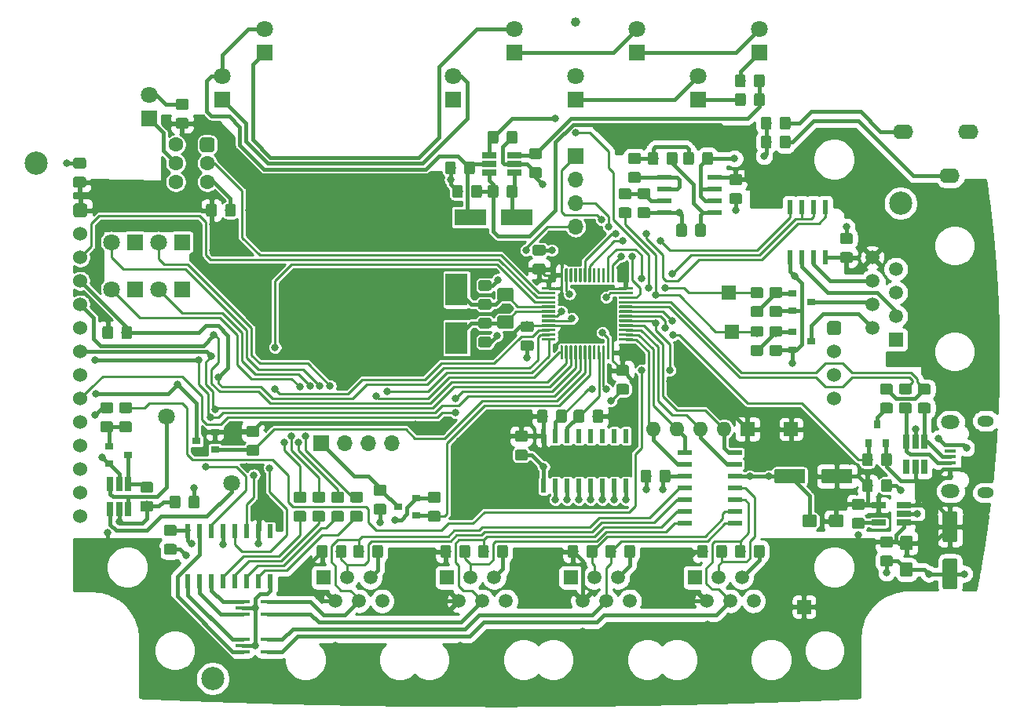
<source format=gbr>
G04 #@! TF.GenerationSoftware,KiCad,Pcbnew,(5.1.0)-1*
G04 #@! TF.CreationDate,2019-09-05T23:41:34+02:00*
G04 #@! TF.ProjectId,button_v1,62757474-6f6e-45f7-9631-2e6b69636164,rev?*
G04 #@! TF.SameCoordinates,Original*
G04 #@! TF.FileFunction,Copper,L1,Top*
G04 #@! TF.FilePolarity,Positive*
%FSLAX46Y46*%
G04 Gerber Fmt 4.6, Leading zero omitted, Abs format (unit mm)*
G04 Created by KiCad (PCBNEW (5.1.0)-1) date 2019-09-05 23:41:34*
%MOMM*%
%LPD*%
G04 APERTURE LIST*
%ADD10C,0.500000*%
%ADD11C,2.499360*%
%ADD12R,1.500000X1.500000*%
%ADD13C,0.100000*%
%ADD14C,0.300000*%
%ADD15C,1.524000*%
%ADD16R,1.500000X0.600000*%
%ADD17R,1.700000X1.700000*%
%ADD18O,1.700000X1.700000*%
%ADD19C,1.150000*%
%ADD20R,0.800000X0.900000*%
%ADD21C,1.800000*%
%ADD22R,1.800000X1.800000*%
%ADD23O,1.600000X1.600000*%
%ADD24R,1.600000X1.600000*%
%ADD25C,1.600000*%
%ADD26O,2.200000X1.600000*%
%ADD27R,1.500000X0.400000*%
%ADD28R,0.600000X1.500000*%
%ADD29R,0.650000X1.560000*%
%ADD30R,1.560000X0.650000*%
%ADD31R,1.300000X0.450000*%
%ADD32O,2.000000X1.450000*%
%ADD33O,1.800000X1.150000*%
%ADD34C,1.350000*%
%ADD35R,1.550000X0.600000*%
%ADD36R,3.500000X1.800000*%
%ADD37R,0.900000X0.800000*%
%ADD38R,0.600000X1.550000*%
%ADD39C,1.500000*%
%ADD40R,2.400000X3.500000*%
%ADD41C,1.425000*%
%ADD42C,1.520000*%
%ADD43R,1.520000X1.520000*%
%ADD44C,0.800000*%
%ADD45C,0.250000*%
%ADD46C,0.400000*%
%ADD47C,0.254000*%
G04 APERTURE END LIST*
D10*
X131314000Y-56134000D02*
G75*
G03X131314000Y-56134000I-250000J0D01*
G01*
D11*
X72898000Y-71374000D03*
X91948000Y-127000000D03*
D12*
X147574000Y-85344000D03*
X147955000Y-89535000D03*
X155702000Y-119253000D03*
D11*
X166116000Y-75692000D03*
D12*
X154305000Y-100076000D03*
D13*
G36*
X129666351Y-82730361D02*
G01*
X129673632Y-82731441D01*
X129680771Y-82733229D01*
X129687701Y-82735709D01*
X129694355Y-82738856D01*
X129700668Y-82742640D01*
X129706579Y-82747024D01*
X129712033Y-82751967D01*
X129716976Y-82757421D01*
X129721360Y-82763332D01*
X129725144Y-82769645D01*
X129728291Y-82776299D01*
X129730771Y-82783229D01*
X129732559Y-82790368D01*
X129733639Y-82797649D01*
X129734000Y-82805000D01*
X129734000Y-84130000D01*
X129733639Y-84137351D01*
X129732559Y-84144632D01*
X129730771Y-84151771D01*
X129728291Y-84158701D01*
X129725144Y-84165355D01*
X129721360Y-84171668D01*
X129716976Y-84177579D01*
X129712033Y-84183033D01*
X129706579Y-84187976D01*
X129700668Y-84192360D01*
X129694355Y-84196144D01*
X129687701Y-84199291D01*
X129680771Y-84201771D01*
X129673632Y-84203559D01*
X129666351Y-84204639D01*
X129659000Y-84205000D01*
X129509000Y-84205000D01*
X129501649Y-84204639D01*
X129494368Y-84203559D01*
X129487229Y-84201771D01*
X129480299Y-84199291D01*
X129473645Y-84196144D01*
X129467332Y-84192360D01*
X129461421Y-84187976D01*
X129455967Y-84183033D01*
X129451024Y-84177579D01*
X129446640Y-84171668D01*
X129442856Y-84165355D01*
X129439709Y-84158701D01*
X129437229Y-84151771D01*
X129435441Y-84144632D01*
X129434361Y-84137351D01*
X129434000Y-84130000D01*
X129434000Y-82805000D01*
X129434361Y-82797649D01*
X129435441Y-82790368D01*
X129437229Y-82783229D01*
X129439709Y-82776299D01*
X129442856Y-82769645D01*
X129446640Y-82763332D01*
X129451024Y-82757421D01*
X129455967Y-82751967D01*
X129461421Y-82747024D01*
X129467332Y-82742640D01*
X129473645Y-82738856D01*
X129480299Y-82735709D01*
X129487229Y-82733229D01*
X129494368Y-82731441D01*
X129501649Y-82730361D01*
X129509000Y-82730000D01*
X129659000Y-82730000D01*
X129666351Y-82730361D01*
X129666351Y-82730361D01*
G37*
D14*
X129584000Y-83467500D03*
D13*
G36*
X130166351Y-82730361D02*
G01*
X130173632Y-82731441D01*
X130180771Y-82733229D01*
X130187701Y-82735709D01*
X130194355Y-82738856D01*
X130200668Y-82742640D01*
X130206579Y-82747024D01*
X130212033Y-82751967D01*
X130216976Y-82757421D01*
X130221360Y-82763332D01*
X130225144Y-82769645D01*
X130228291Y-82776299D01*
X130230771Y-82783229D01*
X130232559Y-82790368D01*
X130233639Y-82797649D01*
X130234000Y-82805000D01*
X130234000Y-84130000D01*
X130233639Y-84137351D01*
X130232559Y-84144632D01*
X130230771Y-84151771D01*
X130228291Y-84158701D01*
X130225144Y-84165355D01*
X130221360Y-84171668D01*
X130216976Y-84177579D01*
X130212033Y-84183033D01*
X130206579Y-84187976D01*
X130200668Y-84192360D01*
X130194355Y-84196144D01*
X130187701Y-84199291D01*
X130180771Y-84201771D01*
X130173632Y-84203559D01*
X130166351Y-84204639D01*
X130159000Y-84205000D01*
X130009000Y-84205000D01*
X130001649Y-84204639D01*
X129994368Y-84203559D01*
X129987229Y-84201771D01*
X129980299Y-84199291D01*
X129973645Y-84196144D01*
X129967332Y-84192360D01*
X129961421Y-84187976D01*
X129955967Y-84183033D01*
X129951024Y-84177579D01*
X129946640Y-84171668D01*
X129942856Y-84165355D01*
X129939709Y-84158701D01*
X129937229Y-84151771D01*
X129935441Y-84144632D01*
X129934361Y-84137351D01*
X129934000Y-84130000D01*
X129934000Y-82805000D01*
X129934361Y-82797649D01*
X129935441Y-82790368D01*
X129937229Y-82783229D01*
X129939709Y-82776299D01*
X129942856Y-82769645D01*
X129946640Y-82763332D01*
X129951024Y-82757421D01*
X129955967Y-82751967D01*
X129961421Y-82747024D01*
X129967332Y-82742640D01*
X129973645Y-82738856D01*
X129980299Y-82735709D01*
X129987229Y-82733229D01*
X129994368Y-82731441D01*
X130001649Y-82730361D01*
X130009000Y-82730000D01*
X130159000Y-82730000D01*
X130166351Y-82730361D01*
X130166351Y-82730361D01*
G37*
D14*
X130084000Y-83467500D03*
D13*
G36*
X130666351Y-82730361D02*
G01*
X130673632Y-82731441D01*
X130680771Y-82733229D01*
X130687701Y-82735709D01*
X130694355Y-82738856D01*
X130700668Y-82742640D01*
X130706579Y-82747024D01*
X130712033Y-82751967D01*
X130716976Y-82757421D01*
X130721360Y-82763332D01*
X130725144Y-82769645D01*
X130728291Y-82776299D01*
X130730771Y-82783229D01*
X130732559Y-82790368D01*
X130733639Y-82797649D01*
X130734000Y-82805000D01*
X130734000Y-84130000D01*
X130733639Y-84137351D01*
X130732559Y-84144632D01*
X130730771Y-84151771D01*
X130728291Y-84158701D01*
X130725144Y-84165355D01*
X130721360Y-84171668D01*
X130716976Y-84177579D01*
X130712033Y-84183033D01*
X130706579Y-84187976D01*
X130700668Y-84192360D01*
X130694355Y-84196144D01*
X130687701Y-84199291D01*
X130680771Y-84201771D01*
X130673632Y-84203559D01*
X130666351Y-84204639D01*
X130659000Y-84205000D01*
X130509000Y-84205000D01*
X130501649Y-84204639D01*
X130494368Y-84203559D01*
X130487229Y-84201771D01*
X130480299Y-84199291D01*
X130473645Y-84196144D01*
X130467332Y-84192360D01*
X130461421Y-84187976D01*
X130455967Y-84183033D01*
X130451024Y-84177579D01*
X130446640Y-84171668D01*
X130442856Y-84165355D01*
X130439709Y-84158701D01*
X130437229Y-84151771D01*
X130435441Y-84144632D01*
X130434361Y-84137351D01*
X130434000Y-84130000D01*
X130434000Y-82805000D01*
X130434361Y-82797649D01*
X130435441Y-82790368D01*
X130437229Y-82783229D01*
X130439709Y-82776299D01*
X130442856Y-82769645D01*
X130446640Y-82763332D01*
X130451024Y-82757421D01*
X130455967Y-82751967D01*
X130461421Y-82747024D01*
X130467332Y-82742640D01*
X130473645Y-82738856D01*
X130480299Y-82735709D01*
X130487229Y-82733229D01*
X130494368Y-82731441D01*
X130501649Y-82730361D01*
X130509000Y-82730000D01*
X130659000Y-82730000D01*
X130666351Y-82730361D01*
X130666351Y-82730361D01*
G37*
D14*
X130584000Y-83467500D03*
D13*
G36*
X131166351Y-82730361D02*
G01*
X131173632Y-82731441D01*
X131180771Y-82733229D01*
X131187701Y-82735709D01*
X131194355Y-82738856D01*
X131200668Y-82742640D01*
X131206579Y-82747024D01*
X131212033Y-82751967D01*
X131216976Y-82757421D01*
X131221360Y-82763332D01*
X131225144Y-82769645D01*
X131228291Y-82776299D01*
X131230771Y-82783229D01*
X131232559Y-82790368D01*
X131233639Y-82797649D01*
X131234000Y-82805000D01*
X131234000Y-84130000D01*
X131233639Y-84137351D01*
X131232559Y-84144632D01*
X131230771Y-84151771D01*
X131228291Y-84158701D01*
X131225144Y-84165355D01*
X131221360Y-84171668D01*
X131216976Y-84177579D01*
X131212033Y-84183033D01*
X131206579Y-84187976D01*
X131200668Y-84192360D01*
X131194355Y-84196144D01*
X131187701Y-84199291D01*
X131180771Y-84201771D01*
X131173632Y-84203559D01*
X131166351Y-84204639D01*
X131159000Y-84205000D01*
X131009000Y-84205000D01*
X131001649Y-84204639D01*
X130994368Y-84203559D01*
X130987229Y-84201771D01*
X130980299Y-84199291D01*
X130973645Y-84196144D01*
X130967332Y-84192360D01*
X130961421Y-84187976D01*
X130955967Y-84183033D01*
X130951024Y-84177579D01*
X130946640Y-84171668D01*
X130942856Y-84165355D01*
X130939709Y-84158701D01*
X130937229Y-84151771D01*
X130935441Y-84144632D01*
X130934361Y-84137351D01*
X130934000Y-84130000D01*
X130934000Y-82805000D01*
X130934361Y-82797649D01*
X130935441Y-82790368D01*
X130937229Y-82783229D01*
X130939709Y-82776299D01*
X130942856Y-82769645D01*
X130946640Y-82763332D01*
X130951024Y-82757421D01*
X130955967Y-82751967D01*
X130961421Y-82747024D01*
X130967332Y-82742640D01*
X130973645Y-82738856D01*
X130980299Y-82735709D01*
X130987229Y-82733229D01*
X130994368Y-82731441D01*
X131001649Y-82730361D01*
X131009000Y-82730000D01*
X131159000Y-82730000D01*
X131166351Y-82730361D01*
X131166351Y-82730361D01*
G37*
D14*
X131084000Y-83467500D03*
D13*
G36*
X131666351Y-82730361D02*
G01*
X131673632Y-82731441D01*
X131680771Y-82733229D01*
X131687701Y-82735709D01*
X131694355Y-82738856D01*
X131700668Y-82742640D01*
X131706579Y-82747024D01*
X131712033Y-82751967D01*
X131716976Y-82757421D01*
X131721360Y-82763332D01*
X131725144Y-82769645D01*
X131728291Y-82776299D01*
X131730771Y-82783229D01*
X131732559Y-82790368D01*
X131733639Y-82797649D01*
X131734000Y-82805000D01*
X131734000Y-84130000D01*
X131733639Y-84137351D01*
X131732559Y-84144632D01*
X131730771Y-84151771D01*
X131728291Y-84158701D01*
X131725144Y-84165355D01*
X131721360Y-84171668D01*
X131716976Y-84177579D01*
X131712033Y-84183033D01*
X131706579Y-84187976D01*
X131700668Y-84192360D01*
X131694355Y-84196144D01*
X131687701Y-84199291D01*
X131680771Y-84201771D01*
X131673632Y-84203559D01*
X131666351Y-84204639D01*
X131659000Y-84205000D01*
X131509000Y-84205000D01*
X131501649Y-84204639D01*
X131494368Y-84203559D01*
X131487229Y-84201771D01*
X131480299Y-84199291D01*
X131473645Y-84196144D01*
X131467332Y-84192360D01*
X131461421Y-84187976D01*
X131455967Y-84183033D01*
X131451024Y-84177579D01*
X131446640Y-84171668D01*
X131442856Y-84165355D01*
X131439709Y-84158701D01*
X131437229Y-84151771D01*
X131435441Y-84144632D01*
X131434361Y-84137351D01*
X131434000Y-84130000D01*
X131434000Y-82805000D01*
X131434361Y-82797649D01*
X131435441Y-82790368D01*
X131437229Y-82783229D01*
X131439709Y-82776299D01*
X131442856Y-82769645D01*
X131446640Y-82763332D01*
X131451024Y-82757421D01*
X131455967Y-82751967D01*
X131461421Y-82747024D01*
X131467332Y-82742640D01*
X131473645Y-82738856D01*
X131480299Y-82735709D01*
X131487229Y-82733229D01*
X131494368Y-82731441D01*
X131501649Y-82730361D01*
X131509000Y-82730000D01*
X131659000Y-82730000D01*
X131666351Y-82730361D01*
X131666351Y-82730361D01*
G37*
D14*
X131584000Y-83467500D03*
D13*
G36*
X132166351Y-82730361D02*
G01*
X132173632Y-82731441D01*
X132180771Y-82733229D01*
X132187701Y-82735709D01*
X132194355Y-82738856D01*
X132200668Y-82742640D01*
X132206579Y-82747024D01*
X132212033Y-82751967D01*
X132216976Y-82757421D01*
X132221360Y-82763332D01*
X132225144Y-82769645D01*
X132228291Y-82776299D01*
X132230771Y-82783229D01*
X132232559Y-82790368D01*
X132233639Y-82797649D01*
X132234000Y-82805000D01*
X132234000Y-84130000D01*
X132233639Y-84137351D01*
X132232559Y-84144632D01*
X132230771Y-84151771D01*
X132228291Y-84158701D01*
X132225144Y-84165355D01*
X132221360Y-84171668D01*
X132216976Y-84177579D01*
X132212033Y-84183033D01*
X132206579Y-84187976D01*
X132200668Y-84192360D01*
X132194355Y-84196144D01*
X132187701Y-84199291D01*
X132180771Y-84201771D01*
X132173632Y-84203559D01*
X132166351Y-84204639D01*
X132159000Y-84205000D01*
X132009000Y-84205000D01*
X132001649Y-84204639D01*
X131994368Y-84203559D01*
X131987229Y-84201771D01*
X131980299Y-84199291D01*
X131973645Y-84196144D01*
X131967332Y-84192360D01*
X131961421Y-84187976D01*
X131955967Y-84183033D01*
X131951024Y-84177579D01*
X131946640Y-84171668D01*
X131942856Y-84165355D01*
X131939709Y-84158701D01*
X131937229Y-84151771D01*
X131935441Y-84144632D01*
X131934361Y-84137351D01*
X131934000Y-84130000D01*
X131934000Y-82805000D01*
X131934361Y-82797649D01*
X131935441Y-82790368D01*
X131937229Y-82783229D01*
X131939709Y-82776299D01*
X131942856Y-82769645D01*
X131946640Y-82763332D01*
X131951024Y-82757421D01*
X131955967Y-82751967D01*
X131961421Y-82747024D01*
X131967332Y-82742640D01*
X131973645Y-82738856D01*
X131980299Y-82735709D01*
X131987229Y-82733229D01*
X131994368Y-82731441D01*
X132001649Y-82730361D01*
X132009000Y-82730000D01*
X132159000Y-82730000D01*
X132166351Y-82730361D01*
X132166351Y-82730361D01*
G37*
D14*
X132084000Y-83467500D03*
D13*
G36*
X132666351Y-82730361D02*
G01*
X132673632Y-82731441D01*
X132680771Y-82733229D01*
X132687701Y-82735709D01*
X132694355Y-82738856D01*
X132700668Y-82742640D01*
X132706579Y-82747024D01*
X132712033Y-82751967D01*
X132716976Y-82757421D01*
X132721360Y-82763332D01*
X132725144Y-82769645D01*
X132728291Y-82776299D01*
X132730771Y-82783229D01*
X132732559Y-82790368D01*
X132733639Y-82797649D01*
X132734000Y-82805000D01*
X132734000Y-84130000D01*
X132733639Y-84137351D01*
X132732559Y-84144632D01*
X132730771Y-84151771D01*
X132728291Y-84158701D01*
X132725144Y-84165355D01*
X132721360Y-84171668D01*
X132716976Y-84177579D01*
X132712033Y-84183033D01*
X132706579Y-84187976D01*
X132700668Y-84192360D01*
X132694355Y-84196144D01*
X132687701Y-84199291D01*
X132680771Y-84201771D01*
X132673632Y-84203559D01*
X132666351Y-84204639D01*
X132659000Y-84205000D01*
X132509000Y-84205000D01*
X132501649Y-84204639D01*
X132494368Y-84203559D01*
X132487229Y-84201771D01*
X132480299Y-84199291D01*
X132473645Y-84196144D01*
X132467332Y-84192360D01*
X132461421Y-84187976D01*
X132455967Y-84183033D01*
X132451024Y-84177579D01*
X132446640Y-84171668D01*
X132442856Y-84165355D01*
X132439709Y-84158701D01*
X132437229Y-84151771D01*
X132435441Y-84144632D01*
X132434361Y-84137351D01*
X132434000Y-84130000D01*
X132434000Y-82805000D01*
X132434361Y-82797649D01*
X132435441Y-82790368D01*
X132437229Y-82783229D01*
X132439709Y-82776299D01*
X132442856Y-82769645D01*
X132446640Y-82763332D01*
X132451024Y-82757421D01*
X132455967Y-82751967D01*
X132461421Y-82747024D01*
X132467332Y-82742640D01*
X132473645Y-82738856D01*
X132480299Y-82735709D01*
X132487229Y-82733229D01*
X132494368Y-82731441D01*
X132501649Y-82730361D01*
X132509000Y-82730000D01*
X132659000Y-82730000D01*
X132666351Y-82730361D01*
X132666351Y-82730361D01*
G37*
D14*
X132584000Y-83467500D03*
D13*
G36*
X133166351Y-82730361D02*
G01*
X133173632Y-82731441D01*
X133180771Y-82733229D01*
X133187701Y-82735709D01*
X133194355Y-82738856D01*
X133200668Y-82742640D01*
X133206579Y-82747024D01*
X133212033Y-82751967D01*
X133216976Y-82757421D01*
X133221360Y-82763332D01*
X133225144Y-82769645D01*
X133228291Y-82776299D01*
X133230771Y-82783229D01*
X133232559Y-82790368D01*
X133233639Y-82797649D01*
X133234000Y-82805000D01*
X133234000Y-84130000D01*
X133233639Y-84137351D01*
X133232559Y-84144632D01*
X133230771Y-84151771D01*
X133228291Y-84158701D01*
X133225144Y-84165355D01*
X133221360Y-84171668D01*
X133216976Y-84177579D01*
X133212033Y-84183033D01*
X133206579Y-84187976D01*
X133200668Y-84192360D01*
X133194355Y-84196144D01*
X133187701Y-84199291D01*
X133180771Y-84201771D01*
X133173632Y-84203559D01*
X133166351Y-84204639D01*
X133159000Y-84205000D01*
X133009000Y-84205000D01*
X133001649Y-84204639D01*
X132994368Y-84203559D01*
X132987229Y-84201771D01*
X132980299Y-84199291D01*
X132973645Y-84196144D01*
X132967332Y-84192360D01*
X132961421Y-84187976D01*
X132955967Y-84183033D01*
X132951024Y-84177579D01*
X132946640Y-84171668D01*
X132942856Y-84165355D01*
X132939709Y-84158701D01*
X132937229Y-84151771D01*
X132935441Y-84144632D01*
X132934361Y-84137351D01*
X132934000Y-84130000D01*
X132934000Y-82805000D01*
X132934361Y-82797649D01*
X132935441Y-82790368D01*
X132937229Y-82783229D01*
X132939709Y-82776299D01*
X132942856Y-82769645D01*
X132946640Y-82763332D01*
X132951024Y-82757421D01*
X132955967Y-82751967D01*
X132961421Y-82747024D01*
X132967332Y-82742640D01*
X132973645Y-82738856D01*
X132980299Y-82735709D01*
X132987229Y-82733229D01*
X132994368Y-82731441D01*
X133001649Y-82730361D01*
X133009000Y-82730000D01*
X133159000Y-82730000D01*
X133166351Y-82730361D01*
X133166351Y-82730361D01*
G37*
D14*
X133084000Y-83467500D03*
D13*
G36*
X133666351Y-82730361D02*
G01*
X133673632Y-82731441D01*
X133680771Y-82733229D01*
X133687701Y-82735709D01*
X133694355Y-82738856D01*
X133700668Y-82742640D01*
X133706579Y-82747024D01*
X133712033Y-82751967D01*
X133716976Y-82757421D01*
X133721360Y-82763332D01*
X133725144Y-82769645D01*
X133728291Y-82776299D01*
X133730771Y-82783229D01*
X133732559Y-82790368D01*
X133733639Y-82797649D01*
X133734000Y-82805000D01*
X133734000Y-84130000D01*
X133733639Y-84137351D01*
X133732559Y-84144632D01*
X133730771Y-84151771D01*
X133728291Y-84158701D01*
X133725144Y-84165355D01*
X133721360Y-84171668D01*
X133716976Y-84177579D01*
X133712033Y-84183033D01*
X133706579Y-84187976D01*
X133700668Y-84192360D01*
X133694355Y-84196144D01*
X133687701Y-84199291D01*
X133680771Y-84201771D01*
X133673632Y-84203559D01*
X133666351Y-84204639D01*
X133659000Y-84205000D01*
X133509000Y-84205000D01*
X133501649Y-84204639D01*
X133494368Y-84203559D01*
X133487229Y-84201771D01*
X133480299Y-84199291D01*
X133473645Y-84196144D01*
X133467332Y-84192360D01*
X133461421Y-84187976D01*
X133455967Y-84183033D01*
X133451024Y-84177579D01*
X133446640Y-84171668D01*
X133442856Y-84165355D01*
X133439709Y-84158701D01*
X133437229Y-84151771D01*
X133435441Y-84144632D01*
X133434361Y-84137351D01*
X133434000Y-84130000D01*
X133434000Y-82805000D01*
X133434361Y-82797649D01*
X133435441Y-82790368D01*
X133437229Y-82783229D01*
X133439709Y-82776299D01*
X133442856Y-82769645D01*
X133446640Y-82763332D01*
X133451024Y-82757421D01*
X133455967Y-82751967D01*
X133461421Y-82747024D01*
X133467332Y-82742640D01*
X133473645Y-82738856D01*
X133480299Y-82735709D01*
X133487229Y-82733229D01*
X133494368Y-82731441D01*
X133501649Y-82730361D01*
X133509000Y-82730000D01*
X133659000Y-82730000D01*
X133666351Y-82730361D01*
X133666351Y-82730361D01*
G37*
D14*
X133584000Y-83467500D03*
D13*
G36*
X134166351Y-82730361D02*
G01*
X134173632Y-82731441D01*
X134180771Y-82733229D01*
X134187701Y-82735709D01*
X134194355Y-82738856D01*
X134200668Y-82742640D01*
X134206579Y-82747024D01*
X134212033Y-82751967D01*
X134216976Y-82757421D01*
X134221360Y-82763332D01*
X134225144Y-82769645D01*
X134228291Y-82776299D01*
X134230771Y-82783229D01*
X134232559Y-82790368D01*
X134233639Y-82797649D01*
X134234000Y-82805000D01*
X134234000Y-84130000D01*
X134233639Y-84137351D01*
X134232559Y-84144632D01*
X134230771Y-84151771D01*
X134228291Y-84158701D01*
X134225144Y-84165355D01*
X134221360Y-84171668D01*
X134216976Y-84177579D01*
X134212033Y-84183033D01*
X134206579Y-84187976D01*
X134200668Y-84192360D01*
X134194355Y-84196144D01*
X134187701Y-84199291D01*
X134180771Y-84201771D01*
X134173632Y-84203559D01*
X134166351Y-84204639D01*
X134159000Y-84205000D01*
X134009000Y-84205000D01*
X134001649Y-84204639D01*
X133994368Y-84203559D01*
X133987229Y-84201771D01*
X133980299Y-84199291D01*
X133973645Y-84196144D01*
X133967332Y-84192360D01*
X133961421Y-84187976D01*
X133955967Y-84183033D01*
X133951024Y-84177579D01*
X133946640Y-84171668D01*
X133942856Y-84165355D01*
X133939709Y-84158701D01*
X133937229Y-84151771D01*
X133935441Y-84144632D01*
X133934361Y-84137351D01*
X133934000Y-84130000D01*
X133934000Y-82805000D01*
X133934361Y-82797649D01*
X133935441Y-82790368D01*
X133937229Y-82783229D01*
X133939709Y-82776299D01*
X133942856Y-82769645D01*
X133946640Y-82763332D01*
X133951024Y-82757421D01*
X133955967Y-82751967D01*
X133961421Y-82747024D01*
X133967332Y-82742640D01*
X133973645Y-82738856D01*
X133980299Y-82735709D01*
X133987229Y-82733229D01*
X133994368Y-82731441D01*
X134001649Y-82730361D01*
X134009000Y-82730000D01*
X134159000Y-82730000D01*
X134166351Y-82730361D01*
X134166351Y-82730361D01*
G37*
D14*
X134084000Y-83467500D03*
D13*
G36*
X134666351Y-82730361D02*
G01*
X134673632Y-82731441D01*
X134680771Y-82733229D01*
X134687701Y-82735709D01*
X134694355Y-82738856D01*
X134700668Y-82742640D01*
X134706579Y-82747024D01*
X134712033Y-82751967D01*
X134716976Y-82757421D01*
X134721360Y-82763332D01*
X134725144Y-82769645D01*
X134728291Y-82776299D01*
X134730771Y-82783229D01*
X134732559Y-82790368D01*
X134733639Y-82797649D01*
X134734000Y-82805000D01*
X134734000Y-84130000D01*
X134733639Y-84137351D01*
X134732559Y-84144632D01*
X134730771Y-84151771D01*
X134728291Y-84158701D01*
X134725144Y-84165355D01*
X134721360Y-84171668D01*
X134716976Y-84177579D01*
X134712033Y-84183033D01*
X134706579Y-84187976D01*
X134700668Y-84192360D01*
X134694355Y-84196144D01*
X134687701Y-84199291D01*
X134680771Y-84201771D01*
X134673632Y-84203559D01*
X134666351Y-84204639D01*
X134659000Y-84205000D01*
X134509000Y-84205000D01*
X134501649Y-84204639D01*
X134494368Y-84203559D01*
X134487229Y-84201771D01*
X134480299Y-84199291D01*
X134473645Y-84196144D01*
X134467332Y-84192360D01*
X134461421Y-84187976D01*
X134455967Y-84183033D01*
X134451024Y-84177579D01*
X134446640Y-84171668D01*
X134442856Y-84165355D01*
X134439709Y-84158701D01*
X134437229Y-84151771D01*
X134435441Y-84144632D01*
X134434361Y-84137351D01*
X134434000Y-84130000D01*
X134434000Y-82805000D01*
X134434361Y-82797649D01*
X134435441Y-82790368D01*
X134437229Y-82783229D01*
X134439709Y-82776299D01*
X134442856Y-82769645D01*
X134446640Y-82763332D01*
X134451024Y-82757421D01*
X134455967Y-82751967D01*
X134461421Y-82747024D01*
X134467332Y-82742640D01*
X134473645Y-82738856D01*
X134480299Y-82735709D01*
X134487229Y-82733229D01*
X134494368Y-82731441D01*
X134501649Y-82730361D01*
X134509000Y-82730000D01*
X134659000Y-82730000D01*
X134666351Y-82730361D01*
X134666351Y-82730361D01*
G37*
D14*
X134584000Y-83467500D03*
D13*
G36*
X135166351Y-82730361D02*
G01*
X135173632Y-82731441D01*
X135180771Y-82733229D01*
X135187701Y-82735709D01*
X135194355Y-82738856D01*
X135200668Y-82742640D01*
X135206579Y-82747024D01*
X135212033Y-82751967D01*
X135216976Y-82757421D01*
X135221360Y-82763332D01*
X135225144Y-82769645D01*
X135228291Y-82776299D01*
X135230771Y-82783229D01*
X135232559Y-82790368D01*
X135233639Y-82797649D01*
X135234000Y-82805000D01*
X135234000Y-84130000D01*
X135233639Y-84137351D01*
X135232559Y-84144632D01*
X135230771Y-84151771D01*
X135228291Y-84158701D01*
X135225144Y-84165355D01*
X135221360Y-84171668D01*
X135216976Y-84177579D01*
X135212033Y-84183033D01*
X135206579Y-84187976D01*
X135200668Y-84192360D01*
X135194355Y-84196144D01*
X135187701Y-84199291D01*
X135180771Y-84201771D01*
X135173632Y-84203559D01*
X135166351Y-84204639D01*
X135159000Y-84205000D01*
X135009000Y-84205000D01*
X135001649Y-84204639D01*
X134994368Y-84203559D01*
X134987229Y-84201771D01*
X134980299Y-84199291D01*
X134973645Y-84196144D01*
X134967332Y-84192360D01*
X134961421Y-84187976D01*
X134955967Y-84183033D01*
X134951024Y-84177579D01*
X134946640Y-84171668D01*
X134942856Y-84165355D01*
X134939709Y-84158701D01*
X134937229Y-84151771D01*
X134935441Y-84144632D01*
X134934361Y-84137351D01*
X134934000Y-84130000D01*
X134934000Y-82805000D01*
X134934361Y-82797649D01*
X134935441Y-82790368D01*
X134937229Y-82783229D01*
X134939709Y-82776299D01*
X134942856Y-82769645D01*
X134946640Y-82763332D01*
X134951024Y-82757421D01*
X134955967Y-82751967D01*
X134961421Y-82747024D01*
X134967332Y-82742640D01*
X134973645Y-82738856D01*
X134980299Y-82735709D01*
X134987229Y-82733229D01*
X134994368Y-82731441D01*
X135001649Y-82730361D01*
X135009000Y-82730000D01*
X135159000Y-82730000D01*
X135166351Y-82730361D01*
X135166351Y-82730361D01*
G37*
D14*
X135084000Y-83467500D03*
D13*
G36*
X137166351Y-84730361D02*
G01*
X137173632Y-84731441D01*
X137180771Y-84733229D01*
X137187701Y-84735709D01*
X137194355Y-84738856D01*
X137200668Y-84742640D01*
X137206579Y-84747024D01*
X137212033Y-84751967D01*
X137216976Y-84757421D01*
X137221360Y-84763332D01*
X137225144Y-84769645D01*
X137228291Y-84776299D01*
X137230771Y-84783229D01*
X137232559Y-84790368D01*
X137233639Y-84797649D01*
X137234000Y-84805000D01*
X137234000Y-84955000D01*
X137233639Y-84962351D01*
X137232559Y-84969632D01*
X137230771Y-84976771D01*
X137228291Y-84983701D01*
X137225144Y-84990355D01*
X137221360Y-84996668D01*
X137216976Y-85002579D01*
X137212033Y-85008033D01*
X137206579Y-85012976D01*
X137200668Y-85017360D01*
X137194355Y-85021144D01*
X137187701Y-85024291D01*
X137180771Y-85026771D01*
X137173632Y-85028559D01*
X137166351Y-85029639D01*
X137159000Y-85030000D01*
X135834000Y-85030000D01*
X135826649Y-85029639D01*
X135819368Y-85028559D01*
X135812229Y-85026771D01*
X135805299Y-85024291D01*
X135798645Y-85021144D01*
X135792332Y-85017360D01*
X135786421Y-85012976D01*
X135780967Y-85008033D01*
X135776024Y-85002579D01*
X135771640Y-84996668D01*
X135767856Y-84990355D01*
X135764709Y-84983701D01*
X135762229Y-84976771D01*
X135760441Y-84969632D01*
X135759361Y-84962351D01*
X135759000Y-84955000D01*
X135759000Y-84805000D01*
X135759361Y-84797649D01*
X135760441Y-84790368D01*
X135762229Y-84783229D01*
X135764709Y-84776299D01*
X135767856Y-84769645D01*
X135771640Y-84763332D01*
X135776024Y-84757421D01*
X135780967Y-84751967D01*
X135786421Y-84747024D01*
X135792332Y-84742640D01*
X135798645Y-84738856D01*
X135805299Y-84735709D01*
X135812229Y-84733229D01*
X135819368Y-84731441D01*
X135826649Y-84730361D01*
X135834000Y-84730000D01*
X137159000Y-84730000D01*
X137166351Y-84730361D01*
X137166351Y-84730361D01*
G37*
D14*
X136496500Y-84880000D03*
D13*
G36*
X137166351Y-85230361D02*
G01*
X137173632Y-85231441D01*
X137180771Y-85233229D01*
X137187701Y-85235709D01*
X137194355Y-85238856D01*
X137200668Y-85242640D01*
X137206579Y-85247024D01*
X137212033Y-85251967D01*
X137216976Y-85257421D01*
X137221360Y-85263332D01*
X137225144Y-85269645D01*
X137228291Y-85276299D01*
X137230771Y-85283229D01*
X137232559Y-85290368D01*
X137233639Y-85297649D01*
X137234000Y-85305000D01*
X137234000Y-85455000D01*
X137233639Y-85462351D01*
X137232559Y-85469632D01*
X137230771Y-85476771D01*
X137228291Y-85483701D01*
X137225144Y-85490355D01*
X137221360Y-85496668D01*
X137216976Y-85502579D01*
X137212033Y-85508033D01*
X137206579Y-85512976D01*
X137200668Y-85517360D01*
X137194355Y-85521144D01*
X137187701Y-85524291D01*
X137180771Y-85526771D01*
X137173632Y-85528559D01*
X137166351Y-85529639D01*
X137159000Y-85530000D01*
X135834000Y-85530000D01*
X135826649Y-85529639D01*
X135819368Y-85528559D01*
X135812229Y-85526771D01*
X135805299Y-85524291D01*
X135798645Y-85521144D01*
X135792332Y-85517360D01*
X135786421Y-85512976D01*
X135780967Y-85508033D01*
X135776024Y-85502579D01*
X135771640Y-85496668D01*
X135767856Y-85490355D01*
X135764709Y-85483701D01*
X135762229Y-85476771D01*
X135760441Y-85469632D01*
X135759361Y-85462351D01*
X135759000Y-85455000D01*
X135759000Y-85305000D01*
X135759361Y-85297649D01*
X135760441Y-85290368D01*
X135762229Y-85283229D01*
X135764709Y-85276299D01*
X135767856Y-85269645D01*
X135771640Y-85263332D01*
X135776024Y-85257421D01*
X135780967Y-85251967D01*
X135786421Y-85247024D01*
X135792332Y-85242640D01*
X135798645Y-85238856D01*
X135805299Y-85235709D01*
X135812229Y-85233229D01*
X135819368Y-85231441D01*
X135826649Y-85230361D01*
X135834000Y-85230000D01*
X137159000Y-85230000D01*
X137166351Y-85230361D01*
X137166351Y-85230361D01*
G37*
D14*
X136496500Y-85380000D03*
D13*
G36*
X137166351Y-85730361D02*
G01*
X137173632Y-85731441D01*
X137180771Y-85733229D01*
X137187701Y-85735709D01*
X137194355Y-85738856D01*
X137200668Y-85742640D01*
X137206579Y-85747024D01*
X137212033Y-85751967D01*
X137216976Y-85757421D01*
X137221360Y-85763332D01*
X137225144Y-85769645D01*
X137228291Y-85776299D01*
X137230771Y-85783229D01*
X137232559Y-85790368D01*
X137233639Y-85797649D01*
X137234000Y-85805000D01*
X137234000Y-85955000D01*
X137233639Y-85962351D01*
X137232559Y-85969632D01*
X137230771Y-85976771D01*
X137228291Y-85983701D01*
X137225144Y-85990355D01*
X137221360Y-85996668D01*
X137216976Y-86002579D01*
X137212033Y-86008033D01*
X137206579Y-86012976D01*
X137200668Y-86017360D01*
X137194355Y-86021144D01*
X137187701Y-86024291D01*
X137180771Y-86026771D01*
X137173632Y-86028559D01*
X137166351Y-86029639D01*
X137159000Y-86030000D01*
X135834000Y-86030000D01*
X135826649Y-86029639D01*
X135819368Y-86028559D01*
X135812229Y-86026771D01*
X135805299Y-86024291D01*
X135798645Y-86021144D01*
X135792332Y-86017360D01*
X135786421Y-86012976D01*
X135780967Y-86008033D01*
X135776024Y-86002579D01*
X135771640Y-85996668D01*
X135767856Y-85990355D01*
X135764709Y-85983701D01*
X135762229Y-85976771D01*
X135760441Y-85969632D01*
X135759361Y-85962351D01*
X135759000Y-85955000D01*
X135759000Y-85805000D01*
X135759361Y-85797649D01*
X135760441Y-85790368D01*
X135762229Y-85783229D01*
X135764709Y-85776299D01*
X135767856Y-85769645D01*
X135771640Y-85763332D01*
X135776024Y-85757421D01*
X135780967Y-85751967D01*
X135786421Y-85747024D01*
X135792332Y-85742640D01*
X135798645Y-85738856D01*
X135805299Y-85735709D01*
X135812229Y-85733229D01*
X135819368Y-85731441D01*
X135826649Y-85730361D01*
X135834000Y-85730000D01*
X137159000Y-85730000D01*
X137166351Y-85730361D01*
X137166351Y-85730361D01*
G37*
D14*
X136496500Y-85880000D03*
D13*
G36*
X137166351Y-86230361D02*
G01*
X137173632Y-86231441D01*
X137180771Y-86233229D01*
X137187701Y-86235709D01*
X137194355Y-86238856D01*
X137200668Y-86242640D01*
X137206579Y-86247024D01*
X137212033Y-86251967D01*
X137216976Y-86257421D01*
X137221360Y-86263332D01*
X137225144Y-86269645D01*
X137228291Y-86276299D01*
X137230771Y-86283229D01*
X137232559Y-86290368D01*
X137233639Y-86297649D01*
X137234000Y-86305000D01*
X137234000Y-86455000D01*
X137233639Y-86462351D01*
X137232559Y-86469632D01*
X137230771Y-86476771D01*
X137228291Y-86483701D01*
X137225144Y-86490355D01*
X137221360Y-86496668D01*
X137216976Y-86502579D01*
X137212033Y-86508033D01*
X137206579Y-86512976D01*
X137200668Y-86517360D01*
X137194355Y-86521144D01*
X137187701Y-86524291D01*
X137180771Y-86526771D01*
X137173632Y-86528559D01*
X137166351Y-86529639D01*
X137159000Y-86530000D01*
X135834000Y-86530000D01*
X135826649Y-86529639D01*
X135819368Y-86528559D01*
X135812229Y-86526771D01*
X135805299Y-86524291D01*
X135798645Y-86521144D01*
X135792332Y-86517360D01*
X135786421Y-86512976D01*
X135780967Y-86508033D01*
X135776024Y-86502579D01*
X135771640Y-86496668D01*
X135767856Y-86490355D01*
X135764709Y-86483701D01*
X135762229Y-86476771D01*
X135760441Y-86469632D01*
X135759361Y-86462351D01*
X135759000Y-86455000D01*
X135759000Y-86305000D01*
X135759361Y-86297649D01*
X135760441Y-86290368D01*
X135762229Y-86283229D01*
X135764709Y-86276299D01*
X135767856Y-86269645D01*
X135771640Y-86263332D01*
X135776024Y-86257421D01*
X135780967Y-86251967D01*
X135786421Y-86247024D01*
X135792332Y-86242640D01*
X135798645Y-86238856D01*
X135805299Y-86235709D01*
X135812229Y-86233229D01*
X135819368Y-86231441D01*
X135826649Y-86230361D01*
X135834000Y-86230000D01*
X137159000Y-86230000D01*
X137166351Y-86230361D01*
X137166351Y-86230361D01*
G37*
D14*
X136496500Y-86380000D03*
D13*
G36*
X137166351Y-86730361D02*
G01*
X137173632Y-86731441D01*
X137180771Y-86733229D01*
X137187701Y-86735709D01*
X137194355Y-86738856D01*
X137200668Y-86742640D01*
X137206579Y-86747024D01*
X137212033Y-86751967D01*
X137216976Y-86757421D01*
X137221360Y-86763332D01*
X137225144Y-86769645D01*
X137228291Y-86776299D01*
X137230771Y-86783229D01*
X137232559Y-86790368D01*
X137233639Y-86797649D01*
X137234000Y-86805000D01*
X137234000Y-86955000D01*
X137233639Y-86962351D01*
X137232559Y-86969632D01*
X137230771Y-86976771D01*
X137228291Y-86983701D01*
X137225144Y-86990355D01*
X137221360Y-86996668D01*
X137216976Y-87002579D01*
X137212033Y-87008033D01*
X137206579Y-87012976D01*
X137200668Y-87017360D01*
X137194355Y-87021144D01*
X137187701Y-87024291D01*
X137180771Y-87026771D01*
X137173632Y-87028559D01*
X137166351Y-87029639D01*
X137159000Y-87030000D01*
X135834000Y-87030000D01*
X135826649Y-87029639D01*
X135819368Y-87028559D01*
X135812229Y-87026771D01*
X135805299Y-87024291D01*
X135798645Y-87021144D01*
X135792332Y-87017360D01*
X135786421Y-87012976D01*
X135780967Y-87008033D01*
X135776024Y-87002579D01*
X135771640Y-86996668D01*
X135767856Y-86990355D01*
X135764709Y-86983701D01*
X135762229Y-86976771D01*
X135760441Y-86969632D01*
X135759361Y-86962351D01*
X135759000Y-86955000D01*
X135759000Y-86805000D01*
X135759361Y-86797649D01*
X135760441Y-86790368D01*
X135762229Y-86783229D01*
X135764709Y-86776299D01*
X135767856Y-86769645D01*
X135771640Y-86763332D01*
X135776024Y-86757421D01*
X135780967Y-86751967D01*
X135786421Y-86747024D01*
X135792332Y-86742640D01*
X135798645Y-86738856D01*
X135805299Y-86735709D01*
X135812229Y-86733229D01*
X135819368Y-86731441D01*
X135826649Y-86730361D01*
X135834000Y-86730000D01*
X137159000Y-86730000D01*
X137166351Y-86730361D01*
X137166351Y-86730361D01*
G37*
D14*
X136496500Y-86880000D03*
D13*
G36*
X137166351Y-87230361D02*
G01*
X137173632Y-87231441D01*
X137180771Y-87233229D01*
X137187701Y-87235709D01*
X137194355Y-87238856D01*
X137200668Y-87242640D01*
X137206579Y-87247024D01*
X137212033Y-87251967D01*
X137216976Y-87257421D01*
X137221360Y-87263332D01*
X137225144Y-87269645D01*
X137228291Y-87276299D01*
X137230771Y-87283229D01*
X137232559Y-87290368D01*
X137233639Y-87297649D01*
X137234000Y-87305000D01*
X137234000Y-87455000D01*
X137233639Y-87462351D01*
X137232559Y-87469632D01*
X137230771Y-87476771D01*
X137228291Y-87483701D01*
X137225144Y-87490355D01*
X137221360Y-87496668D01*
X137216976Y-87502579D01*
X137212033Y-87508033D01*
X137206579Y-87512976D01*
X137200668Y-87517360D01*
X137194355Y-87521144D01*
X137187701Y-87524291D01*
X137180771Y-87526771D01*
X137173632Y-87528559D01*
X137166351Y-87529639D01*
X137159000Y-87530000D01*
X135834000Y-87530000D01*
X135826649Y-87529639D01*
X135819368Y-87528559D01*
X135812229Y-87526771D01*
X135805299Y-87524291D01*
X135798645Y-87521144D01*
X135792332Y-87517360D01*
X135786421Y-87512976D01*
X135780967Y-87508033D01*
X135776024Y-87502579D01*
X135771640Y-87496668D01*
X135767856Y-87490355D01*
X135764709Y-87483701D01*
X135762229Y-87476771D01*
X135760441Y-87469632D01*
X135759361Y-87462351D01*
X135759000Y-87455000D01*
X135759000Y-87305000D01*
X135759361Y-87297649D01*
X135760441Y-87290368D01*
X135762229Y-87283229D01*
X135764709Y-87276299D01*
X135767856Y-87269645D01*
X135771640Y-87263332D01*
X135776024Y-87257421D01*
X135780967Y-87251967D01*
X135786421Y-87247024D01*
X135792332Y-87242640D01*
X135798645Y-87238856D01*
X135805299Y-87235709D01*
X135812229Y-87233229D01*
X135819368Y-87231441D01*
X135826649Y-87230361D01*
X135834000Y-87230000D01*
X137159000Y-87230000D01*
X137166351Y-87230361D01*
X137166351Y-87230361D01*
G37*
D14*
X136496500Y-87380000D03*
D13*
G36*
X137166351Y-87730361D02*
G01*
X137173632Y-87731441D01*
X137180771Y-87733229D01*
X137187701Y-87735709D01*
X137194355Y-87738856D01*
X137200668Y-87742640D01*
X137206579Y-87747024D01*
X137212033Y-87751967D01*
X137216976Y-87757421D01*
X137221360Y-87763332D01*
X137225144Y-87769645D01*
X137228291Y-87776299D01*
X137230771Y-87783229D01*
X137232559Y-87790368D01*
X137233639Y-87797649D01*
X137234000Y-87805000D01*
X137234000Y-87955000D01*
X137233639Y-87962351D01*
X137232559Y-87969632D01*
X137230771Y-87976771D01*
X137228291Y-87983701D01*
X137225144Y-87990355D01*
X137221360Y-87996668D01*
X137216976Y-88002579D01*
X137212033Y-88008033D01*
X137206579Y-88012976D01*
X137200668Y-88017360D01*
X137194355Y-88021144D01*
X137187701Y-88024291D01*
X137180771Y-88026771D01*
X137173632Y-88028559D01*
X137166351Y-88029639D01*
X137159000Y-88030000D01*
X135834000Y-88030000D01*
X135826649Y-88029639D01*
X135819368Y-88028559D01*
X135812229Y-88026771D01*
X135805299Y-88024291D01*
X135798645Y-88021144D01*
X135792332Y-88017360D01*
X135786421Y-88012976D01*
X135780967Y-88008033D01*
X135776024Y-88002579D01*
X135771640Y-87996668D01*
X135767856Y-87990355D01*
X135764709Y-87983701D01*
X135762229Y-87976771D01*
X135760441Y-87969632D01*
X135759361Y-87962351D01*
X135759000Y-87955000D01*
X135759000Y-87805000D01*
X135759361Y-87797649D01*
X135760441Y-87790368D01*
X135762229Y-87783229D01*
X135764709Y-87776299D01*
X135767856Y-87769645D01*
X135771640Y-87763332D01*
X135776024Y-87757421D01*
X135780967Y-87751967D01*
X135786421Y-87747024D01*
X135792332Y-87742640D01*
X135798645Y-87738856D01*
X135805299Y-87735709D01*
X135812229Y-87733229D01*
X135819368Y-87731441D01*
X135826649Y-87730361D01*
X135834000Y-87730000D01*
X137159000Y-87730000D01*
X137166351Y-87730361D01*
X137166351Y-87730361D01*
G37*
D14*
X136496500Y-87880000D03*
D13*
G36*
X137166351Y-88230361D02*
G01*
X137173632Y-88231441D01*
X137180771Y-88233229D01*
X137187701Y-88235709D01*
X137194355Y-88238856D01*
X137200668Y-88242640D01*
X137206579Y-88247024D01*
X137212033Y-88251967D01*
X137216976Y-88257421D01*
X137221360Y-88263332D01*
X137225144Y-88269645D01*
X137228291Y-88276299D01*
X137230771Y-88283229D01*
X137232559Y-88290368D01*
X137233639Y-88297649D01*
X137234000Y-88305000D01*
X137234000Y-88455000D01*
X137233639Y-88462351D01*
X137232559Y-88469632D01*
X137230771Y-88476771D01*
X137228291Y-88483701D01*
X137225144Y-88490355D01*
X137221360Y-88496668D01*
X137216976Y-88502579D01*
X137212033Y-88508033D01*
X137206579Y-88512976D01*
X137200668Y-88517360D01*
X137194355Y-88521144D01*
X137187701Y-88524291D01*
X137180771Y-88526771D01*
X137173632Y-88528559D01*
X137166351Y-88529639D01*
X137159000Y-88530000D01*
X135834000Y-88530000D01*
X135826649Y-88529639D01*
X135819368Y-88528559D01*
X135812229Y-88526771D01*
X135805299Y-88524291D01*
X135798645Y-88521144D01*
X135792332Y-88517360D01*
X135786421Y-88512976D01*
X135780967Y-88508033D01*
X135776024Y-88502579D01*
X135771640Y-88496668D01*
X135767856Y-88490355D01*
X135764709Y-88483701D01*
X135762229Y-88476771D01*
X135760441Y-88469632D01*
X135759361Y-88462351D01*
X135759000Y-88455000D01*
X135759000Y-88305000D01*
X135759361Y-88297649D01*
X135760441Y-88290368D01*
X135762229Y-88283229D01*
X135764709Y-88276299D01*
X135767856Y-88269645D01*
X135771640Y-88263332D01*
X135776024Y-88257421D01*
X135780967Y-88251967D01*
X135786421Y-88247024D01*
X135792332Y-88242640D01*
X135798645Y-88238856D01*
X135805299Y-88235709D01*
X135812229Y-88233229D01*
X135819368Y-88231441D01*
X135826649Y-88230361D01*
X135834000Y-88230000D01*
X137159000Y-88230000D01*
X137166351Y-88230361D01*
X137166351Y-88230361D01*
G37*
D14*
X136496500Y-88380000D03*
D13*
G36*
X137166351Y-88730361D02*
G01*
X137173632Y-88731441D01*
X137180771Y-88733229D01*
X137187701Y-88735709D01*
X137194355Y-88738856D01*
X137200668Y-88742640D01*
X137206579Y-88747024D01*
X137212033Y-88751967D01*
X137216976Y-88757421D01*
X137221360Y-88763332D01*
X137225144Y-88769645D01*
X137228291Y-88776299D01*
X137230771Y-88783229D01*
X137232559Y-88790368D01*
X137233639Y-88797649D01*
X137234000Y-88805000D01*
X137234000Y-88955000D01*
X137233639Y-88962351D01*
X137232559Y-88969632D01*
X137230771Y-88976771D01*
X137228291Y-88983701D01*
X137225144Y-88990355D01*
X137221360Y-88996668D01*
X137216976Y-89002579D01*
X137212033Y-89008033D01*
X137206579Y-89012976D01*
X137200668Y-89017360D01*
X137194355Y-89021144D01*
X137187701Y-89024291D01*
X137180771Y-89026771D01*
X137173632Y-89028559D01*
X137166351Y-89029639D01*
X137159000Y-89030000D01*
X135834000Y-89030000D01*
X135826649Y-89029639D01*
X135819368Y-89028559D01*
X135812229Y-89026771D01*
X135805299Y-89024291D01*
X135798645Y-89021144D01*
X135792332Y-89017360D01*
X135786421Y-89012976D01*
X135780967Y-89008033D01*
X135776024Y-89002579D01*
X135771640Y-88996668D01*
X135767856Y-88990355D01*
X135764709Y-88983701D01*
X135762229Y-88976771D01*
X135760441Y-88969632D01*
X135759361Y-88962351D01*
X135759000Y-88955000D01*
X135759000Y-88805000D01*
X135759361Y-88797649D01*
X135760441Y-88790368D01*
X135762229Y-88783229D01*
X135764709Y-88776299D01*
X135767856Y-88769645D01*
X135771640Y-88763332D01*
X135776024Y-88757421D01*
X135780967Y-88751967D01*
X135786421Y-88747024D01*
X135792332Y-88742640D01*
X135798645Y-88738856D01*
X135805299Y-88735709D01*
X135812229Y-88733229D01*
X135819368Y-88731441D01*
X135826649Y-88730361D01*
X135834000Y-88730000D01*
X137159000Y-88730000D01*
X137166351Y-88730361D01*
X137166351Y-88730361D01*
G37*
D14*
X136496500Y-88880000D03*
D13*
G36*
X137166351Y-89230361D02*
G01*
X137173632Y-89231441D01*
X137180771Y-89233229D01*
X137187701Y-89235709D01*
X137194355Y-89238856D01*
X137200668Y-89242640D01*
X137206579Y-89247024D01*
X137212033Y-89251967D01*
X137216976Y-89257421D01*
X137221360Y-89263332D01*
X137225144Y-89269645D01*
X137228291Y-89276299D01*
X137230771Y-89283229D01*
X137232559Y-89290368D01*
X137233639Y-89297649D01*
X137234000Y-89305000D01*
X137234000Y-89455000D01*
X137233639Y-89462351D01*
X137232559Y-89469632D01*
X137230771Y-89476771D01*
X137228291Y-89483701D01*
X137225144Y-89490355D01*
X137221360Y-89496668D01*
X137216976Y-89502579D01*
X137212033Y-89508033D01*
X137206579Y-89512976D01*
X137200668Y-89517360D01*
X137194355Y-89521144D01*
X137187701Y-89524291D01*
X137180771Y-89526771D01*
X137173632Y-89528559D01*
X137166351Y-89529639D01*
X137159000Y-89530000D01*
X135834000Y-89530000D01*
X135826649Y-89529639D01*
X135819368Y-89528559D01*
X135812229Y-89526771D01*
X135805299Y-89524291D01*
X135798645Y-89521144D01*
X135792332Y-89517360D01*
X135786421Y-89512976D01*
X135780967Y-89508033D01*
X135776024Y-89502579D01*
X135771640Y-89496668D01*
X135767856Y-89490355D01*
X135764709Y-89483701D01*
X135762229Y-89476771D01*
X135760441Y-89469632D01*
X135759361Y-89462351D01*
X135759000Y-89455000D01*
X135759000Y-89305000D01*
X135759361Y-89297649D01*
X135760441Y-89290368D01*
X135762229Y-89283229D01*
X135764709Y-89276299D01*
X135767856Y-89269645D01*
X135771640Y-89263332D01*
X135776024Y-89257421D01*
X135780967Y-89251967D01*
X135786421Y-89247024D01*
X135792332Y-89242640D01*
X135798645Y-89238856D01*
X135805299Y-89235709D01*
X135812229Y-89233229D01*
X135819368Y-89231441D01*
X135826649Y-89230361D01*
X135834000Y-89230000D01*
X137159000Y-89230000D01*
X137166351Y-89230361D01*
X137166351Y-89230361D01*
G37*
D14*
X136496500Y-89380000D03*
D13*
G36*
X137166351Y-89730361D02*
G01*
X137173632Y-89731441D01*
X137180771Y-89733229D01*
X137187701Y-89735709D01*
X137194355Y-89738856D01*
X137200668Y-89742640D01*
X137206579Y-89747024D01*
X137212033Y-89751967D01*
X137216976Y-89757421D01*
X137221360Y-89763332D01*
X137225144Y-89769645D01*
X137228291Y-89776299D01*
X137230771Y-89783229D01*
X137232559Y-89790368D01*
X137233639Y-89797649D01*
X137234000Y-89805000D01*
X137234000Y-89955000D01*
X137233639Y-89962351D01*
X137232559Y-89969632D01*
X137230771Y-89976771D01*
X137228291Y-89983701D01*
X137225144Y-89990355D01*
X137221360Y-89996668D01*
X137216976Y-90002579D01*
X137212033Y-90008033D01*
X137206579Y-90012976D01*
X137200668Y-90017360D01*
X137194355Y-90021144D01*
X137187701Y-90024291D01*
X137180771Y-90026771D01*
X137173632Y-90028559D01*
X137166351Y-90029639D01*
X137159000Y-90030000D01*
X135834000Y-90030000D01*
X135826649Y-90029639D01*
X135819368Y-90028559D01*
X135812229Y-90026771D01*
X135805299Y-90024291D01*
X135798645Y-90021144D01*
X135792332Y-90017360D01*
X135786421Y-90012976D01*
X135780967Y-90008033D01*
X135776024Y-90002579D01*
X135771640Y-89996668D01*
X135767856Y-89990355D01*
X135764709Y-89983701D01*
X135762229Y-89976771D01*
X135760441Y-89969632D01*
X135759361Y-89962351D01*
X135759000Y-89955000D01*
X135759000Y-89805000D01*
X135759361Y-89797649D01*
X135760441Y-89790368D01*
X135762229Y-89783229D01*
X135764709Y-89776299D01*
X135767856Y-89769645D01*
X135771640Y-89763332D01*
X135776024Y-89757421D01*
X135780967Y-89751967D01*
X135786421Y-89747024D01*
X135792332Y-89742640D01*
X135798645Y-89738856D01*
X135805299Y-89735709D01*
X135812229Y-89733229D01*
X135819368Y-89731441D01*
X135826649Y-89730361D01*
X135834000Y-89730000D01*
X137159000Y-89730000D01*
X137166351Y-89730361D01*
X137166351Y-89730361D01*
G37*
D14*
X136496500Y-89880000D03*
D13*
G36*
X137166351Y-90230361D02*
G01*
X137173632Y-90231441D01*
X137180771Y-90233229D01*
X137187701Y-90235709D01*
X137194355Y-90238856D01*
X137200668Y-90242640D01*
X137206579Y-90247024D01*
X137212033Y-90251967D01*
X137216976Y-90257421D01*
X137221360Y-90263332D01*
X137225144Y-90269645D01*
X137228291Y-90276299D01*
X137230771Y-90283229D01*
X137232559Y-90290368D01*
X137233639Y-90297649D01*
X137234000Y-90305000D01*
X137234000Y-90455000D01*
X137233639Y-90462351D01*
X137232559Y-90469632D01*
X137230771Y-90476771D01*
X137228291Y-90483701D01*
X137225144Y-90490355D01*
X137221360Y-90496668D01*
X137216976Y-90502579D01*
X137212033Y-90508033D01*
X137206579Y-90512976D01*
X137200668Y-90517360D01*
X137194355Y-90521144D01*
X137187701Y-90524291D01*
X137180771Y-90526771D01*
X137173632Y-90528559D01*
X137166351Y-90529639D01*
X137159000Y-90530000D01*
X135834000Y-90530000D01*
X135826649Y-90529639D01*
X135819368Y-90528559D01*
X135812229Y-90526771D01*
X135805299Y-90524291D01*
X135798645Y-90521144D01*
X135792332Y-90517360D01*
X135786421Y-90512976D01*
X135780967Y-90508033D01*
X135776024Y-90502579D01*
X135771640Y-90496668D01*
X135767856Y-90490355D01*
X135764709Y-90483701D01*
X135762229Y-90476771D01*
X135760441Y-90469632D01*
X135759361Y-90462351D01*
X135759000Y-90455000D01*
X135759000Y-90305000D01*
X135759361Y-90297649D01*
X135760441Y-90290368D01*
X135762229Y-90283229D01*
X135764709Y-90276299D01*
X135767856Y-90269645D01*
X135771640Y-90263332D01*
X135776024Y-90257421D01*
X135780967Y-90251967D01*
X135786421Y-90247024D01*
X135792332Y-90242640D01*
X135798645Y-90238856D01*
X135805299Y-90235709D01*
X135812229Y-90233229D01*
X135819368Y-90231441D01*
X135826649Y-90230361D01*
X135834000Y-90230000D01*
X137159000Y-90230000D01*
X137166351Y-90230361D01*
X137166351Y-90230361D01*
G37*
D14*
X136496500Y-90380000D03*
D13*
G36*
X135166351Y-91055361D02*
G01*
X135173632Y-91056441D01*
X135180771Y-91058229D01*
X135187701Y-91060709D01*
X135194355Y-91063856D01*
X135200668Y-91067640D01*
X135206579Y-91072024D01*
X135212033Y-91076967D01*
X135216976Y-91082421D01*
X135221360Y-91088332D01*
X135225144Y-91094645D01*
X135228291Y-91101299D01*
X135230771Y-91108229D01*
X135232559Y-91115368D01*
X135233639Y-91122649D01*
X135234000Y-91130000D01*
X135234000Y-92455000D01*
X135233639Y-92462351D01*
X135232559Y-92469632D01*
X135230771Y-92476771D01*
X135228291Y-92483701D01*
X135225144Y-92490355D01*
X135221360Y-92496668D01*
X135216976Y-92502579D01*
X135212033Y-92508033D01*
X135206579Y-92512976D01*
X135200668Y-92517360D01*
X135194355Y-92521144D01*
X135187701Y-92524291D01*
X135180771Y-92526771D01*
X135173632Y-92528559D01*
X135166351Y-92529639D01*
X135159000Y-92530000D01*
X135009000Y-92530000D01*
X135001649Y-92529639D01*
X134994368Y-92528559D01*
X134987229Y-92526771D01*
X134980299Y-92524291D01*
X134973645Y-92521144D01*
X134967332Y-92517360D01*
X134961421Y-92512976D01*
X134955967Y-92508033D01*
X134951024Y-92502579D01*
X134946640Y-92496668D01*
X134942856Y-92490355D01*
X134939709Y-92483701D01*
X134937229Y-92476771D01*
X134935441Y-92469632D01*
X134934361Y-92462351D01*
X134934000Y-92455000D01*
X134934000Y-91130000D01*
X134934361Y-91122649D01*
X134935441Y-91115368D01*
X134937229Y-91108229D01*
X134939709Y-91101299D01*
X134942856Y-91094645D01*
X134946640Y-91088332D01*
X134951024Y-91082421D01*
X134955967Y-91076967D01*
X134961421Y-91072024D01*
X134967332Y-91067640D01*
X134973645Y-91063856D01*
X134980299Y-91060709D01*
X134987229Y-91058229D01*
X134994368Y-91056441D01*
X135001649Y-91055361D01*
X135009000Y-91055000D01*
X135159000Y-91055000D01*
X135166351Y-91055361D01*
X135166351Y-91055361D01*
G37*
D14*
X135084000Y-91792500D03*
D13*
G36*
X134666351Y-91055361D02*
G01*
X134673632Y-91056441D01*
X134680771Y-91058229D01*
X134687701Y-91060709D01*
X134694355Y-91063856D01*
X134700668Y-91067640D01*
X134706579Y-91072024D01*
X134712033Y-91076967D01*
X134716976Y-91082421D01*
X134721360Y-91088332D01*
X134725144Y-91094645D01*
X134728291Y-91101299D01*
X134730771Y-91108229D01*
X134732559Y-91115368D01*
X134733639Y-91122649D01*
X134734000Y-91130000D01*
X134734000Y-92455000D01*
X134733639Y-92462351D01*
X134732559Y-92469632D01*
X134730771Y-92476771D01*
X134728291Y-92483701D01*
X134725144Y-92490355D01*
X134721360Y-92496668D01*
X134716976Y-92502579D01*
X134712033Y-92508033D01*
X134706579Y-92512976D01*
X134700668Y-92517360D01*
X134694355Y-92521144D01*
X134687701Y-92524291D01*
X134680771Y-92526771D01*
X134673632Y-92528559D01*
X134666351Y-92529639D01*
X134659000Y-92530000D01*
X134509000Y-92530000D01*
X134501649Y-92529639D01*
X134494368Y-92528559D01*
X134487229Y-92526771D01*
X134480299Y-92524291D01*
X134473645Y-92521144D01*
X134467332Y-92517360D01*
X134461421Y-92512976D01*
X134455967Y-92508033D01*
X134451024Y-92502579D01*
X134446640Y-92496668D01*
X134442856Y-92490355D01*
X134439709Y-92483701D01*
X134437229Y-92476771D01*
X134435441Y-92469632D01*
X134434361Y-92462351D01*
X134434000Y-92455000D01*
X134434000Y-91130000D01*
X134434361Y-91122649D01*
X134435441Y-91115368D01*
X134437229Y-91108229D01*
X134439709Y-91101299D01*
X134442856Y-91094645D01*
X134446640Y-91088332D01*
X134451024Y-91082421D01*
X134455967Y-91076967D01*
X134461421Y-91072024D01*
X134467332Y-91067640D01*
X134473645Y-91063856D01*
X134480299Y-91060709D01*
X134487229Y-91058229D01*
X134494368Y-91056441D01*
X134501649Y-91055361D01*
X134509000Y-91055000D01*
X134659000Y-91055000D01*
X134666351Y-91055361D01*
X134666351Y-91055361D01*
G37*
D14*
X134584000Y-91792500D03*
D13*
G36*
X134166351Y-91055361D02*
G01*
X134173632Y-91056441D01*
X134180771Y-91058229D01*
X134187701Y-91060709D01*
X134194355Y-91063856D01*
X134200668Y-91067640D01*
X134206579Y-91072024D01*
X134212033Y-91076967D01*
X134216976Y-91082421D01*
X134221360Y-91088332D01*
X134225144Y-91094645D01*
X134228291Y-91101299D01*
X134230771Y-91108229D01*
X134232559Y-91115368D01*
X134233639Y-91122649D01*
X134234000Y-91130000D01*
X134234000Y-92455000D01*
X134233639Y-92462351D01*
X134232559Y-92469632D01*
X134230771Y-92476771D01*
X134228291Y-92483701D01*
X134225144Y-92490355D01*
X134221360Y-92496668D01*
X134216976Y-92502579D01*
X134212033Y-92508033D01*
X134206579Y-92512976D01*
X134200668Y-92517360D01*
X134194355Y-92521144D01*
X134187701Y-92524291D01*
X134180771Y-92526771D01*
X134173632Y-92528559D01*
X134166351Y-92529639D01*
X134159000Y-92530000D01*
X134009000Y-92530000D01*
X134001649Y-92529639D01*
X133994368Y-92528559D01*
X133987229Y-92526771D01*
X133980299Y-92524291D01*
X133973645Y-92521144D01*
X133967332Y-92517360D01*
X133961421Y-92512976D01*
X133955967Y-92508033D01*
X133951024Y-92502579D01*
X133946640Y-92496668D01*
X133942856Y-92490355D01*
X133939709Y-92483701D01*
X133937229Y-92476771D01*
X133935441Y-92469632D01*
X133934361Y-92462351D01*
X133934000Y-92455000D01*
X133934000Y-91130000D01*
X133934361Y-91122649D01*
X133935441Y-91115368D01*
X133937229Y-91108229D01*
X133939709Y-91101299D01*
X133942856Y-91094645D01*
X133946640Y-91088332D01*
X133951024Y-91082421D01*
X133955967Y-91076967D01*
X133961421Y-91072024D01*
X133967332Y-91067640D01*
X133973645Y-91063856D01*
X133980299Y-91060709D01*
X133987229Y-91058229D01*
X133994368Y-91056441D01*
X134001649Y-91055361D01*
X134009000Y-91055000D01*
X134159000Y-91055000D01*
X134166351Y-91055361D01*
X134166351Y-91055361D01*
G37*
D14*
X134084000Y-91792500D03*
D13*
G36*
X133666351Y-91055361D02*
G01*
X133673632Y-91056441D01*
X133680771Y-91058229D01*
X133687701Y-91060709D01*
X133694355Y-91063856D01*
X133700668Y-91067640D01*
X133706579Y-91072024D01*
X133712033Y-91076967D01*
X133716976Y-91082421D01*
X133721360Y-91088332D01*
X133725144Y-91094645D01*
X133728291Y-91101299D01*
X133730771Y-91108229D01*
X133732559Y-91115368D01*
X133733639Y-91122649D01*
X133734000Y-91130000D01*
X133734000Y-92455000D01*
X133733639Y-92462351D01*
X133732559Y-92469632D01*
X133730771Y-92476771D01*
X133728291Y-92483701D01*
X133725144Y-92490355D01*
X133721360Y-92496668D01*
X133716976Y-92502579D01*
X133712033Y-92508033D01*
X133706579Y-92512976D01*
X133700668Y-92517360D01*
X133694355Y-92521144D01*
X133687701Y-92524291D01*
X133680771Y-92526771D01*
X133673632Y-92528559D01*
X133666351Y-92529639D01*
X133659000Y-92530000D01*
X133509000Y-92530000D01*
X133501649Y-92529639D01*
X133494368Y-92528559D01*
X133487229Y-92526771D01*
X133480299Y-92524291D01*
X133473645Y-92521144D01*
X133467332Y-92517360D01*
X133461421Y-92512976D01*
X133455967Y-92508033D01*
X133451024Y-92502579D01*
X133446640Y-92496668D01*
X133442856Y-92490355D01*
X133439709Y-92483701D01*
X133437229Y-92476771D01*
X133435441Y-92469632D01*
X133434361Y-92462351D01*
X133434000Y-92455000D01*
X133434000Y-91130000D01*
X133434361Y-91122649D01*
X133435441Y-91115368D01*
X133437229Y-91108229D01*
X133439709Y-91101299D01*
X133442856Y-91094645D01*
X133446640Y-91088332D01*
X133451024Y-91082421D01*
X133455967Y-91076967D01*
X133461421Y-91072024D01*
X133467332Y-91067640D01*
X133473645Y-91063856D01*
X133480299Y-91060709D01*
X133487229Y-91058229D01*
X133494368Y-91056441D01*
X133501649Y-91055361D01*
X133509000Y-91055000D01*
X133659000Y-91055000D01*
X133666351Y-91055361D01*
X133666351Y-91055361D01*
G37*
D14*
X133584000Y-91792500D03*
D13*
G36*
X133166351Y-91055361D02*
G01*
X133173632Y-91056441D01*
X133180771Y-91058229D01*
X133187701Y-91060709D01*
X133194355Y-91063856D01*
X133200668Y-91067640D01*
X133206579Y-91072024D01*
X133212033Y-91076967D01*
X133216976Y-91082421D01*
X133221360Y-91088332D01*
X133225144Y-91094645D01*
X133228291Y-91101299D01*
X133230771Y-91108229D01*
X133232559Y-91115368D01*
X133233639Y-91122649D01*
X133234000Y-91130000D01*
X133234000Y-92455000D01*
X133233639Y-92462351D01*
X133232559Y-92469632D01*
X133230771Y-92476771D01*
X133228291Y-92483701D01*
X133225144Y-92490355D01*
X133221360Y-92496668D01*
X133216976Y-92502579D01*
X133212033Y-92508033D01*
X133206579Y-92512976D01*
X133200668Y-92517360D01*
X133194355Y-92521144D01*
X133187701Y-92524291D01*
X133180771Y-92526771D01*
X133173632Y-92528559D01*
X133166351Y-92529639D01*
X133159000Y-92530000D01*
X133009000Y-92530000D01*
X133001649Y-92529639D01*
X132994368Y-92528559D01*
X132987229Y-92526771D01*
X132980299Y-92524291D01*
X132973645Y-92521144D01*
X132967332Y-92517360D01*
X132961421Y-92512976D01*
X132955967Y-92508033D01*
X132951024Y-92502579D01*
X132946640Y-92496668D01*
X132942856Y-92490355D01*
X132939709Y-92483701D01*
X132937229Y-92476771D01*
X132935441Y-92469632D01*
X132934361Y-92462351D01*
X132934000Y-92455000D01*
X132934000Y-91130000D01*
X132934361Y-91122649D01*
X132935441Y-91115368D01*
X132937229Y-91108229D01*
X132939709Y-91101299D01*
X132942856Y-91094645D01*
X132946640Y-91088332D01*
X132951024Y-91082421D01*
X132955967Y-91076967D01*
X132961421Y-91072024D01*
X132967332Y-91067640D01*
X132973645Y-91063856D01*
X132980299Y-91060709D01*
X132987229Y-91058229D01*
X132994368Y-91056441D01*
X133001649Y-91055361D01*
X133009000Y-91055000D01*
X133159000Y-91055000D01*
X133166351Y-91055361D01*
X133166351Y-91055361D01*
G37*
D14*
X133084000Y-91792500D03*
D13*
G36*
X132666351Y-91055361D02*
G01*
X132673632Y-91056441D01*
X132680771Y-91058229D01*
X132687701Y-91060709D01*
X132694355Y-91063856D01*
X132700668Y-91067640D01*
X132706579Y-91072024D01*
X132712033Y-91076967D01*
X132716976Y-91082421D01*
X132721360Y-91088332D01*
X132725144Y-91094645D01*
X132728291Y-91101299D01*
X132730771Y-91108229D01*
X132732559Y-91115368D01*
X132733639Y-91122649D01*
X132734000Y-91130000D01*
X132734000Y-92455000D01*
X132733639Y-92462351D01*
X132732559Y-92469632D01*
X132730771Y-92476771D01*
X132728291Y-92483701D01*
X132725144Y-92490355D01*
X132721360Y-92496668D01*
X132716976Y-92502579D01*
X132712033Y-92508033D01*
X132706579Y-92512976D01*
X132700668Y-92517360D01*
X132694355Y-92521144D01*
X132687701Y-92524291D01*
X132680771Y-92526771D01*
X132673632Y-92528559D01*
X132666351Y-92529639D01*
X132659000Y-92530000D01*
X132509000Y-92530000D01*
X132501649Y-92529639D01*
X132494368Y-92528559D01*
X132487229Y-92526771D01*
X132480299Y-92524291D01*
X132473645Y-92521144D01*
X132467332Y-92517360D01*
X132461421Y-92512976D01*
X132455967Y-92508033D01*
X132451024Y-92502579D01*
X132446640Y-92496668D01*
X132442856Y-92490355D01*
X132439709Y-92483701D01*
X132437229Y-92476771D01*
X132435441Y-92469632D01*
X132434361Y-92462351D01*
X132434000Y-92455000D01*
X132434000Y-91130000D01*
X132434361Y-91122649D01*
X132435441Y-91115368D01*
X132437229Y-91108229D01*
X132439709Y-91101299D01*
X132442856Y-91094645D01*
X132446640Y-91088332D01*
X132451024Y-91082421D01*
X132455967Y-91076967D01*
X132461421Y-91072024D01*
X132467332Y-91067640D01*
X132473645Y-91063856D01*
X132480299Y-91060709D01*
X132487229Y-91058229D01*
X132494368Y-91056441D01*
X132501649Y-91055361D01*
X132509000Y-91055000D01*
X132659000Y-91055000D01*
X132666351Y-91055361D01*
X132666351Y-91055361D01*
G37*
D14*
X132584000Y-91792500D03*
D13*
G36*
X132166351Y-91055361D02*
G01*
X132173632Y-91056441D01*
X132180771Y-91058229D01*
X132187701Y-91060709D01*
X132194355Y-91063856D01*
X132200668Y-91067640D01*
X132206579Y-91072024D01*
X132212033Y-91076967D01*
X132216976Y-91082421D01*
X132221360Y-91088332D01*
X132225144Y-91094645D01*
X132228291Y-91101299D01*
X132230771Y-91108229D01*
X132232559Y-91115368D01*
X132233639Y-91122649D01*
X132234000Y-91130000D01*
X132234000Y-92455000D01*
X132233639Y-92462351D01*
X132232559Y-92469632D01*
X132230771Y-92476771D01*
X132228291Y-92483701D01*
X132225144Y-92490355D01*
X132221360Y-92496668D01*
X132216976Y-92502579D01*
X132212033Y-92508033D01*
X132206579Y-92512976D01*
X132200668Y-92517360D01*
X132194355Y-92521144D01*
X132187701Y-92524291D01*
X132180771Y-92526771D01*
X132173632Y-92528559D01*
X132166351Y-92529639D01*
X132159000Y-92530000D01*
X132009000Y-92530000D01*
X132001649Y-92529639D01*
X131994368Y-92528559D01*
X131987229Y-92526771D01*
X131980299Y-92524291D01*
X131973645Y-92521144D01*
X131967332Y-92517360D01*
X131961421Y-92512976D01*
X131955967Y-92508033D01*
X131951024Y-92502579D01*
X131946640Y-92496668D01*
X131942856Y-92490355D01*
X131939709Y-92483701D01*
X131937229Y-92476771D01*
X131935441Y-92469632D01*
X131934361Y-92462351D01*
X131934000Y-92455000D01*
X131934000Y-91130000D01*
X131934361Y-91122649D01*
X131935441Y-91115368D01*
X131937229Y-91108229D01*
X131939709Y-91101299D01*
X131942856Y-91094645D01*
X131946640Y-91088332D01*
X131951024Y-91082421D01*
X131955967Y-91076967D01*
X131961421Y-91072024D01*
X131967332Y-91067640D01*
X131973645Y-91063856D01*
X131980299Y-91060709D01*
X131987229Y-91058229D01*
X131994368Y-91056441D01*
X132001649Y-91055361D01*
X132009000Y-91055000D01*
X132159000Y-91055000D01*
X132166351Y-91055361D01*
X132166351Y-91055361D01*
G37*
D14*
X132084000Y-91792500D03*
D13*
G36*
X131666351Y-91055361D02*
G01*
X131673632Y-91056441D01*
X131680771Y-91058229D01*
X131687701Y-91060709D01*
X131694355Y-91063856D01*
X131700668Y-91067640D01*
X131706579Y-91072024D01*
X131712033Y-91076967D01*
X131716976Y-91082421D01*
X131721360Y-91088332D01*
X131725144Y-91094645D01*
X131728291Y-91101299D01*
X131730771Y-91108229D01*
X131732559Y-91115368D01*
X131733639Y-91122649D01*
X131734000Y-91130000D01*
X131734000Y-92455000D01*
X131733639Y-92462351D01*
X131732559Y-92469632D01*
X131730771Y-92476771D01*
X131728291Y-92483701D01*
X131725144Y-92490355D01*
X131721360Y-92496668D01*
X131716976Y-92502579D01*
X131712033Y-92508033D01*
X131706579Y-92512976D01*
X131700668Y-92517360D01*
X131694355Y-92521144D01*
X131687701Y-92524291D01*
X131680771Y-92526771D01*
X131673632Y-92528559D01*
X131666351Y-92529639D01*
X131659000Y-92530000D01*
X131509000Y-92530000D01*
X131501649Y-92529639D01*
X131494368Y-92528559D01*
X131487229Y-92526771D01*
X131480299Y-92524291D01*
X131473645Y-92521144D01*
X131467332Y-92517360D01*
X131461421Y-92512976D01*
X131455967Y-92508033D01*
X131451024Y-92502579D01*
X131446640Y-92496668D01*
X131442856Y-92490355D01*
X131439709Y-92483701D01*
X131437229Y-92476771D01*
X131435441Y-92469632D01*
X131434361Y-92462351D01*
X131434000Y-92455000D01*
X131434000Y-91130000D01*
X131434361Y-91122649D01*
X131435441Y-91115368D01*
X131437229Y-91108229D01*
X131439709Y-91101299D01*
X131442856Y-91094645D01*
X131446640Y-91088332D01*
X131451024Y-91082421D01*
X131455967Y-91076967D01*
X131461421Y-91072024D01*
X131467332Y-91067640D01*
X131473645Y-91063856D01*
X131480299Y-91060709D01*
X131487229Y-91058229D01*
X131494368Y-91056441D01*
X131501649Y-91055361D01*
X131509000Y-91055000D01*
X131659000Y-91055000D01*
X131666351Y-91055361D01*
X131666351Y-91055361D01*
G37*
D14*
X131584000Y-91792500D03*
D13*
G36*
X131166351Y-91055361D02*
G01*
X131173632Y-91056441D01*
X131180771Y-91058229D01*
X131187701Y-91060709D01*
X131194355Y-91063856D01*
X131200668Y-91067640D01*
X131206579Y-91072024D01*
X131212033Y-91076967D01*
X131216976Y-91082421D01*
X131221360Y-91088332D01*
X131225144Y-91094645D01*
X131228291Y-91101299D01*
X131230771Y-91108229D01*
X131232559Y-91115368D01*
X131233639Y-91122649D01*
X131234000Y-91130000D01*
X131234000Y-92455000D01*
X131233639Y-92462351D01*
X131232559Y-92469632D01*
X131230771Y-92476771D01*
X131228291Y-92483701D01*
X131225144Y-92490355D01*
X131221360Y-92496668D01*
X131216976Y-92502579D01*
X131212033Y-92508033D01*
X131206579Y-92512976D01*
X131200668Y-92517360D01*
X131194355Y-92521144D01*
X131187701Y-92524291D01*
X131180771Y-92526771D01*
X131173632Y-92528559D01*
X131166351Y-92529639D01*
X131159000Y-92530000D01*
X131009000Y-92530000D01*
X131001649Y-92529639D01*
X130994368Y-92528559D01*
X130987229Y-92526771D01*
X130980299Y-92524291D01*
X130973645Y-92521144D01*
X130967332Y-92517360D01*
X130961421Y-92512976D01*
X130955967Y-92508033D01*
X130951024Y-92502579D01*
X130946640Y-92496668D01*
X130942856Y-92490355D01*
X130939709Y-92483701D01*
X130937229Y-92476771D01*
X130935441Y-92469632D01*
X130934361Y-92462351D01*
X130934000Y-92455000D01*
X130934000Y-91130000D01*
X130934361Y-91122649D01*
X130935441Y-91115368D01*
X130937229Y-91108229D01*
X130939709Y-91101299D01*
X130942856Y-91094645D01*
X130946640Y-91088332D01*
X130951024Y-91082421D01*
X130955967Y-91076967D01*
X130961421Y-91072024D01*
X130967332Y-91067640D01*
X130973645Y-91063856D01*
X130980299Y-91060709D01*
X130987229Y-91058229D01*
X130994368Y-91056441D01*
X131001649Y-91055361D01*
X131009000Y-91055000D01*
X131159000Y-91055000D01*
X131166351Y-91055361D01*
X131166351Y-91055361D01*
G37*
D14*
X131084000Y-91792500D03*
D13*
G36*
X130666351Y-91055361D02*
G01*
X130673632Y-91056441D01*
X130680771Y-91058229D01*
X130687701Y-91060709D01*
X130694355Y-91063856D01*
X130700668Y-91067640D01*
X130706579Y-91072024D01*
X130712033Y-91076967D01*
X130716976Y-91082421D01*
X130721360Y-91088332D01*
X130725144Y-91094645D01*
X130728291Y-91101299D01*
X130730771Y-91108229D01*
X130732559Y-91115368D01*
X130733639Y-91122649D01*
X130734000Y-91130000D01*
X130734000Y-92455000D01*
X130733639Y-92462351D01*
X130732559Y-92469632D01*
X130730771Y-92476771D01*
X130728291Y-92483701D01*
X130725144Y-92490355D01*
X130721360Y-92496668D01*
X130716976Y-92502579D01*
X130712033Y-92508033D01*
X130706579Y-92512976D01*
X130700668Y-92517360D01*
X130694355Y-92521144D01*
X130687701Y-92524291D01*
X130680771Y-92526771D01*
X130673632Y-92528559D01*
X130666351Y-92529639D01*
X130659000Y-92530000D01*
X130509000Y-92530000D01*
X130501649Y-92529639D01*
X130494368Y-92528559D01*
X130487229Y-92526771D01*
X130480299Y-92524291D01*
X130473645Y-92521144D01*
X130467332Y-92517360D01*
X130461421Y-92512976D01*
X130455967Y-92508033D01*
X130451024Y-92502579D01*
X130446640Y-92496668D01*
X130442856Y-92490355D01*
X130439709Y-92483701D01*
X130437229Y-92476771D01*
X130435441Y-92469632D01*
X130434361Y-92462351D01*
X130434000Y-92455000D01*
X130434000Y-91130000D01*
X130434361Y-91122649D01*
X130435441Y-91115368D01*
X130437229Y-91108229D01*
X130439709Y-91101299D01*
X130442856Y-91094645D01*
X130446640Y-91088332D01*
X130451024Y-91082421D01*
X130455967Y-91076967D01*
X130461421Y-91072024D01*
X130467332Y-91067640D01*
X130473645Y-91063856D01*
X130480299Y-91060709D01*
X130487229Y-91058229D01*
X130494368Y-91056441D01*
X130501649Y-91055361D01*
X130509000Y-91055000D01*
X130659000Y-91055000D01*
X130666351Y-91055361D01*
X130666351Y-91055361D01*
G37*
D14*
X130584000Y-91792500D03*
D13*
G36*
X130166351Y-91055361D02*
G01*
X130173632Y-91056441D01*
X130180771Y-91058229D01*
X130187701Y-91060709D01*
X130194355Y-91063856D01*
X130200668Y-91067640D01*
X130206579Y-91072024D01*
X130212033Y-91076967D01*
X130216976Y-91082421D01*
X130221360Y-91088332D01*
X130225144Y-91094645D01*
X130228291Y-91101299D01*
X130230771Y-91108229D01*
X130232559Y-91115368D01*
X130233639Y-91122649D01*
X130234000Y-91130000D01*
X130234000Y-92455000D01*
X130233639Y-92462351D01*
X130232559Y-92469632D01*
X130230771Y-92476771D01*
X130228291Y-92483701D01*
X130225144Y-92490355D01*
X130221360Y-92496668D01*
X130216976Y-92502579D01*
X130212033Y-92508033D01*
X130206579Y-92512976D01*
X130200668Y-92517360D01*
X130194355Y-92521144D01*
X130187701Y-92524291D01*
X130180771Y-92526771D01*
X130173632Y-92528559D01*
X130166351Y-92529639D01*
X130159000Y-92530000D01*
X130009000Y-92530000D01*
X130001649Y-92529639D01*
X129994368Y-92528559D01*
X129987229Y-92526771D01*
X129980299Y-92524291D01*
X129973645Y-92521144D01*
X129967332Y-92517360D01*
X129961421Y-92512976D01*
X129955967Y-92508033D01*
X129951024Y-92502579D01*
X129946640Y-92496668D01*
X129942856Y-92490355D01*
X129939709Y-92483701D01*
X129937229Y-92476771D01*
X129935441Y-92469632D01*
X129934361Y-92462351D01*
X129934000Y-92455000D01*
X129934000Y-91130000D01*
X129934361Y-91122649D01*
X129935441Y-91115368D01*
X129937229Y-91108229D01*
X129939709Y-91101299D01*
X129942856Y-91094645D01*
X129946640Y-91088332D01*
X129951024Y-91082421D01*
X129955967Y-91076967D01*
X129961421Y-91072024D01*
X129967332Y-91067640D01*
X129973645Y-91063856D01*
X129980299Y-91060709D01*
X129987229Y-91058229D01*
X129994368Y-91056441D01*
X130001649Y-91055361D01*
X130009000Y-91055000D01*
X130159000Y-91055000D01*
X130166351Y-91055361D01*
X130166351Y-91055361D01*
G37*
D14*
X130084000Y-91792500D03*
D13*
G36*
X129666351Y-91055361D02*
G01*
X129673632Y-91056441D01*
X129680771Y-91058229D01*
X129687701Y-91060709D01*
X129694355Y-91063856D01*
X129700668Y-91067640D01*
X129706579Y-91072024D01*
X129712033Y-91076967D01*
X129716976Y-91082421D01*
X129721360Y-91088332D01*
X129725144Y-91094645D01*
X129728291Y-91101299D01*
X129730771Y-91108229D01*
X129732559Y-91115368D01*
X129733639Y-91122649D01*
X129734000Y-91130000D01*
X129734000Y-92455000D01*
X129733639Y-92462351D01*
X129732559Y-92469632D01*
X129730771Y-92476771D01*
X129728291Y-92483701D01*
X129725144Y-92490355D01*
X129721360Y-92496668D01*
X129716976Y-92502579D01*
X129712033Y-92508033D01*
X129706579Y-92512976D01*
X129700668Y-92517360D01*
X129694355Y-92521144D01*
X129687701Y-92524291D01*
X129680771Y-92526771D01*
X129673632Y-92528559D01*
X129666351Y-92529639D01*
X129659000Y-92530000D01*
X129509000Y-92530000D01*
X129501649Y-92529639D01*
X129494368Y-92528559D01*
X129487229Y-92526771D01*
X129480299Y-92524291D01*
X129473645Y-92521144D01*
X129467332Y-92517360D01*
X129461421Y-92512976D01*
X129455967Y-92508033D01*
X129451024Y-92502579D01*
X129446640Y-92496668D01*
X129442856Y-92490355D01*
X129439709Y-92483701D01*
X129437229Y-92476771D01*
X129435441Y-92469632D01*
X129434361Y-92462351D01*
X129434000Y-92455000D01*
X129434000Y-91130000D01*
X129434361Y-91122649D01*
X129435441Y-91115368D01*
X129437229Y-91108229D01*
X129439709Y-91101299D01*
X129442856Y-91094645D01*
X129446640Y-91088332D01*
X129451024Y-91082421D01*
X129455967Y-91076967D01*
X129461421Y-91072024D01*
X129467332Y-91067640D01*
X129473645Y-91063856D01*
X129480299Y-91060709D01*
X129487229Y-91058229D01*
X129494368Y-91056441D01*
X129501649Y-91055361D01*
X129509000Y-91055000D01*
X129659000Y-91055000D01*
X129666351Y-91055361D01*
X129666351Y-91055361D01*
G37*
D14*
X129584000Y-91792500D03*
D13*
G36*
X128841351Y-90230361D02*
G01*
X128848632Y-90231441D01*
X128855771Y-90233229D01*
X128862701Y-90235709D01*
X128869355Y-90238856D01*
X128875668Y-90242640D01*
X128881579Y-90247024D01*
X128887033Y-90251967D01*
X128891976Y-90257421D01*
X128896360Y-90263332D01*
X128900144Y-90269645D01*
X128903291Y-90276299D01*
X128905771Y-90283229D01*
X128907559Y-90290368D01*
X128908639Y-90297649D01*
X128909000Y-90305000D01*
X128909000Y-90455000D01*
X128908639Y-90462351D01*
X128907559Y-90469632D01*
X128905771Y-90476771D01*
X128903291Y-90483701D01*
X128900144Y-90490355D01*
X128896360Y-90496668D01*
X128891976Y-90502579D01*
X128887033Y-90508033D01*
X128881579Y-90512976D01*
X128875668Y-90517360D01*
X128869355Y-90521144D01*
X128862701Y-90524291D01*
X128855771Y-90526771D01*
X128848632Y-90528559D01*
X128841351Y-90529639D01*
X128834000Y-90530000D01*
X127509000Y-90530000D01*
X127501649Y-90529639D01*
X127494368Y-90528559D01*
X127487229Y-90526771D01*
X127480299Y-90524291D01*
X127473645Y-90521144D01*
X127467332Y-90517360D01*
X127461421Y-90512976D01*
X127455967Y-90508033D01*
X127451024Y-90502579D01*
X127446640Y-90496668D01*
X127442856Y-90490355D01*
X127439709Y-90483701D01*
X127437229Y-90476771D01*
X127435441Y-90469632D01*
X127434361Y-90462351D01*
X127434000Y-90455000D01*
X127434000Y-90305000D01*
X127434361Y-90297649D01*
X127435441Y-90290368D01*
X127437229Y-90283229D01*
X127439709Y-90276299D01*
X127442856Y-90269645D01*
X127446640Y-90263332D01*
X127451024Y-90257421D01*
X127455967Y-90251967D01*
X127461421Y-90247024D01*
X127467332Y-90242640D01*
X127473645Y-90238856D01*
X127480299Y-90235709D01*
X127487229Y-90233229D01*
X127494368Y-90231441D01*
X127501649Y-90230361D01*
X127509000Y-90230000D01*
X128834000Y-90230000D01*
X128841351Y-90230361D01*
X128841351Y-90230361D01*
G37*
D14*
X128171500Y-90380000D03*
D13*
G36*
X128841351Y-89730361D02*
G01*
X128848632Y-89731441D01*
X128855771Y-89733229D01*
X128862701Y-89735709D01*
X128869355Y-89738856D01*
X128875668Y-89742640D01*
X128881579Y-89747024D01*
X128887033Y-89751967D01*
X128891976Y-89757421D01*
X128896360Y-89763332D01*
X128900144Y-89769645D01*
X128903291Y-89776299D01*
X128905771Y-89783229D01*
X128907559Y-89790368D01*
X128908639Y-89797649D01*
X128909000Y-89805000D01*
X128909000Y-89955000D01*
X128908639Y-89962351D01*
X128907559Y-89969632D01*
X128905771Y-89976771D01*
X128903291Y-89983701D01*
X128900144Y-89990355D01*
X128896360Y-89996668D01*
X128891976Y-90002579D01*
X128887033Y-90008033D01*
X128881579Y-90012976D01*
X128875668Y-90017360D01*
X128869355Y-90021144D01*
X128862701Y-90024291D01*
X128855771Y-90026771D01*
X128848632Y-90028559D01*
X128841351Y-90029639D01*
X128834000Y-90030000D01*
X127509000Y-90030000D01*
X127501649Y-90029639D01*
X127494368Y-90028559D01*
X127487229Y-90026771D01*
X127480299Y-90024291D01*
X127473645Y-90021144D01*
X127467332Y-90017360D01*
X127461421Y-90012976D01*
X127455967Y-90008033D01*
X127451024Y-90002579D01*
X127446640Y-89996668D01*
X127442856Y-89990355D01*
X127439709Y-89983701D01*
X127437229Y-89976771D01*
X127435441Y-89969632D01*
X127434361Y-89962351D01*
X127434000Y-89955000D01*
X127434000Y-89805000D01*
X127434361Y-89797649D01*
X127435441Y-89790368D01*
X127437229Y-89783229D01*
X127439709Y-89776299D01*
X127442856Y-89769645D01*
X127446640Y-89763332D01*
X127451024Y-89757421D01*
X127455967Y-89751967D01*
X127461421Y-89747024D01*
X127467332Y-89742640D01*
X127473645Y-89738856D01*
X127480299Y-89735709D01*
X127487229Y-89733229D01*
X127494368Y-89731441D01*
X127501649Y-89730361D01*
X127509000Y-89730000D01*
X128834000Y-89730000D01*
X128841351Y-89730361D01*
X128841351Y-89730361D01*
G37*
D14*
X128171500Y-89880000D03*
D13*
G36*
X128841351Y-89230361D02*
G01*
X128848632Y-89231441D01*
X128855771Y-89233229D01*
X128862701Y-89235709D01*
X128869355Y-89238856D01*
X128875668Y-89242640D01*
X128881579Y-89247024D01*
X128887033Y-89251967D01*
X128891976Y-89257421D01*
X128896360Y-89263332D01*
X128900144Y-89269645D01*
X128903291Y-89276299D01*
X128905771Y-89283229D01*
X128907559Y-89290368D01*
X128908639Y-89297649D01*
X128909000Y-89305000D01*
X128909000Y-89455000D01*
X128908639Y-89462351D01*
X128907559Y-89469632D01*
X128905771Y-89476771D01*
X128903291Y-89483701D01*
X128900144Y-89490355D01*
X128896360Y-89496668D01*
X128891976Y-89502579D01*
X128887033Y-89508033D01*
X128881579Y-89512976D01*
X128875668Y-89517360D01*
X128869355Y-89521144D01*
X128862701Y-89524291D01*
X128855771Y-89526771D01*
X128848632Y-89528559D01*
X128841351Y-89529639D01*
X128834000Y-89530000D01*
X127509000Y-89530000D01*
X127501649Y-89529639D01*
X127494368Y-89528559D01*
X127487229Y-89526771D01*
X127480299Y-89524291D01*
X127473645Y-89521144D01*
X127467332Y-89517360D01*
X127461421Y-89512976D01*
X127455967Y-89508033D01*
X127451024Y-89502579D01*
X127446640Y-89496668D01*
X127442856Y-89490355D01*
X127439709Y-89483701D01*
X127437229Y-89476771D01*
X127435441Y-89469632D01*
X127434361Y-89462351D01*
X127434000Y-89455000D01*
X127434000Y-89305000D01*
X127434361Y-89297649D01*
X127435441Y-89290368D01*
X127437229Y-89283229D01*
X127439709Y-89276299D01*
X127442856Y-89269645D01*
X127446640Y-89263332D01*
X127451024Y-89257421D01*
X127455967Y-89251967D01*
X127461421Y-89247024D01*
X127467332Y-89242640D01*
X127473645Y-89238856D01*
X127480299Y-89235709D01*
X127487229Y-89233229D01*
X127494368Y-89231441D01*
X127501649Y-89230361D01*
X127509000Y-89230000D01*
X128834000Y-89230000D01*
X128841351Y-89230361D01*
X128841351Y-89230361D01*
G37*
D14*
X128171500Y-89380000D03*
D13*
G36*
X128841351Y-88730361D02*
G01*
X128848632Y-88731441D01*
X128855771Y-88733229D01*
X128862701Y-88735709D01*
X128869355Y-88738856D01*
X128875668Y-88742640D01*
X128881579Y-88747024D01*
X128887033Y-88751967D01*
X128891976Y-88757421D01*
X128896360Y-88763332D01*
X128900144Y-88769645D01*
X128903291Y-88776299D01*
X128905771Y-88783229D01*
X128907559Y-88790368D01*
X128908639Y-88797649D01*
X128909000Y-88805000D01*
X128909000Y-88955000D01*
X128908639Y-88962351D01*
X128907559Y-88969632D01*
X128905771Y-88976771D01*
X128903291Y-88983701D01*
X128900144Y-88990355D01*
X128896360Y-88996668D01*
X128891976Y-89002579D01*
X128887033Y-89008033D01*
X128881579Y-89012976D01*
X128875668Y-89017360D01*
X128869355Y-89021144D01*
X128862701Y-89024291D01*
X128855771Y-89026771D01*
X128848632Y-89028559D01*
X128841351Y-89029639D01*
X128834000Y-89030000D01*
X127509000Y-89030000D01*
X127501649Y-89029639D01*
X127494368Y-89028559D01*
X127487229Y-89026771D01*
X127480299Y-89024291D01*
X127473645Y-89021144D01*
X127467332Y-89017360D01*
X127461421Y-89012976D01*
X127455967Y-89008033D01*
X127451024Y-89002579D01*
X127446640Y-88996668D01*
X127442856Y-88990355D01*
X127439709Y-88983701D01*
X127437229Y-88976771D01*
X127435441Y-88969632D01*
X127434361Y-88962351D01*
X127434000Y-88955000D01*
X127434000Y-88805000D01*
X127434361Y-88797649D01*
X127435441Y-88790368D01*
X127437229Y-88783229D01*
X127439709Y-88776299D01*
X127442856Y-88769645D01*
X127446640Y-88763332D01*
X127451024Y-88757421D01*
X127455967Y-88751967D01*
X127461421Y-88747024D01*
X127467332Y-88742640D01*
X127473645Y-88738856D01*
X127480299Y-88735709D01*
X127487229Y-88733229D01*
X127494368Y-88731441D01*
X127501649Y-88730361D01*
X127509000Y-88730000D01*
X128834000Y-88730000D01*
X128841351Y-88730361D01*
X128841351Y-88730361D01*
G37*
D14*
X128171500Y-88880000D03*
D13*
G36*
X128841351Y-88230361D02*
G01*
X128848632Y-88231441D01*
X128855771Y-88233229D01*
X128862701Y-88235709D01*
X128869355Y-88238856D01*
X128875668Y-88242640D01*
X128881579Y-88247024D01*
X128887033Y-88251967D01*
X128891976Y-88257421D01*
X128896360Y-88263332D01*
X128900144Y-88269645D01*
X128903291Y-88276299D01*
X128905771Y-88283229D01*
X128907559Y-88290368D01*
X128908639Y-88297649D01*
X128909000Y-88305000D01*
X128909000Y-88455000D01*
X128908639Y-88462351D01*
X128907559Y-88469632D01*
X128905771Y-88476771D01*
X128903291Y-88483701D01*
X128900144Y-88490355D01*
X128896360Y-88496668D01*
X128891976Y-88502579D01*
X128887033Y-88508033D01*
X128881579Y-88512976D01*
X128875668Y-88517360D01*
X128869355Y-88521144D01*
X128862701Y-88524291D01*
X128855771Y-88526771D01*
X128848632Y-88528559D01*
X128841351Y-88529639D01*
X128834000Y-88530000D01*
X127509000Y-88530000D01*
X127501649Y-88529639D01*
X127494368Y-88528559D01*
X127487229Y-88526771D01*
X127480299Y-88524291D01*
X127473645Y-88521144D01*
X127467332Y-88517360D01*
X127461421Y-88512976D01*
X127455967Y-88508033D01*
X127451024Y-88502579D01*
X127446640Y-88496668D01*
X127442856Y-88490355D01*
X127439709Y-88483701D01*
X127437229Y-88476771D01*
X127435441Y-88469632D01*
X127434361Y-88462351D01*
X127434000Y-88455000D01*
X127434000Y-88305000D01*
X127434361Y-88297649D01*
X127435441Y-88290368D01*
X127437229Y-88283229D01*
X127439709Y-88276299D01*
X127442856Y-88269645D01*
X127446640Y-88263332D01*
X127451024Y-88257421D01*
X127455967Y-88251967D01*
X127461421Y-88247024D01*
X127467332Y-88242640D01*
X127473645Y-88238856D01*
X127480299Y-88235709D01*
X127487229Y-88233229D01*
X127494368Y-88231441D01*
X127501649Y-88230361D01*
X127509000Y-88230000D01*
X128834000Y-88230000D01*
X128841351Y-88230361D01*
X128841351Y-88230361D01*
G37*
D14*
X128171500Y-88380000D03*
D13*
G36*
X128841351Y-87730361D02*
G01*
X128848632Y-87731441D01*
X128855771Y-87733229D01*
X128862701Y-87735709D01*
X128869355Y-87738856D01*
X128875668Y-87742640D01*
X128881579Y-87747024D01*
X128887033Y-87751967D01*
X128891976Y-87757421D01*
X128896360Y-87763332D01*
X128900144Y-87769645D01*
X128903291Y-87776299D01*
X128905771Y-87783229D01*
X128907559Y-87790368D01*
X128908639Y-87797649D01*
X128909000Y-87805000D01*
X128909000Y-87955000D01*
X128908639Y-87962351D01*
X128907559Y-87969632D01*
X128905771Y-87976771D01*
X128903291Y-87983701D01*
X128900144Y-87990355D01*
X128896360Y-87996668D01*
X128891976Y-88002579D01*
X128887033Y-88008033D01*
X128881579Y-88012976D01*
X128875668Y-88017360D01*
X128869355Y-88021144D01*
X128862701Y-88024291D01*
X128855771Y-88026771D01*
X128848632Y-88028559D01*
X128841351Y-88029639D01*
X128834000Y-88030000D01*
X127509000Y-88030000D01*
X127501649Y-88029639D01*
X127494368Y-88028559D01*
X127487229Y-88026771D01*
X127480299Y-88024291D01*
X127473645Y-88021144D01*
X127467332Y-88017360D01*
X127461421Y-88012976D01*
X127455967Y-88008033D01*
X127451024Y-88002579D01*
X127446640Y-87996668D01*
X127442856Y-87990355D01*
X127439709Y-87983701D01*
X127437229Y-87976771D01*
X127435441Y-87969632D01*
X127434361Y-87962351D01*
X127434000Y-87955000D01*
X127434000Y-87805000D01*
X127434361Y-87797649D01*
X127435441Y-87790368D01*
X127437229Y-87783229D01*
X127439709Y-87776299D01*
X127442856Y-87769645D01*
X127446640Y-87763332D01*
X127451024Y-87757421D01*
X127455967Y-87751967D01*
X127461421Y-87747024D01*
X127467332Y-87742640D01*
X127473645Y-87738856D01*
X127480299Y-87735709D01*
X127487229Y-87733229D01*
X127494368Y-87731441D01*
X127501649Y-87730361D01*
X127509000Y-87730000D01*
X128834000Y-87730000D01*
X128841351Y-87730361D01*
X128841351Y-87730361D01*
G37*
D14*
X128171500Y-87880000D03*
D13*
G36*
X128841351Y-87230361D02*
G01*
X128848632Y-87231441D01*
X128855771Y-87233229D01*
X128862701Y-87235709D01*
X128869355Y-87238856D01*
X128875668Y-87242640D01*
X128881579Y-87247024D01*
X128887033Y-87251967D01*
X128891976Y-87257421D01*
X128896360Y-87263332D01*
X128900144Y-87269645D01*
X128903291Y-87276299D01*
X128905771Y-87283229D01*
X128907559Y-87290368D01*
X128908639Y-87297649D01*
X128909000Y-87305000D01*
X128909000Y-87455000D01*
X128908639Y-87462351D01*
X128907559Y-87469632D01*
X128905771Y-87476771D01*
X128903291Y-87483701D01*
X128900144Y-87490355D01*
X128896360Y-87496668D01*
X128891976Y-87502579D01*
X128887033Y-87508033D01*
X128881579Y-87512976D01*
X128875668Y-87517360D01*
X128869355Y-87521144D01*
X128862701Y-87524291D01*
X128855771Y-87526771D01*
X128848632Y-87528559D01*
X128841351Y-87529639D01*
X128834000Y-87530000D01*
X127509000Y-87530000D01*
X127501649Y-87529639D01*
X127494368Y-87528559D01*
X127487229Y-87526771D01*
X127480299Y-87524291D01*
X127473645Y-87521144D01*
X127467332Y-87517360D01*
X127461421Y-87512976D01*
X127455967Y-87508033D01*
X127451024Y-87502579D01*
X127446640Y-87496668D01*
X127442856Y-87490355D01*
X127439709Y-87483701D01*
X127437229Y-87476771D01*
X127435441Y-87469632D01*
X127434361Y-87462351D01*
X127434000Y-87455000D01*
X127434000Y-87305000D01*
X127434361Y-87297649D01*
X127435441Y-87290368D01*
X127437229Y-87283229D01*
X127439709Y-87276299D01*
X127442856Y-87269645D01*
X127446640Y-87263332D01*
X127451024Y-87257421D01*
X127455967Y-87251967D01*
X127461421Y-87247024D01*
X127467332Y-87242640D01*
X127473645Y-87238856D01*
X127480299Y-87235709D01*
X127487229Y-87233229D01*
X127494368Y-87231441D01*
X127501649Y-87230361D01*
X127509000Y-87230000D01*
X128834000Y-87230000D01*
X128841351Y-87230361D01*
X128841351Y-87230361D01*
G37*
D14*
X128171500Y-87380000D03*
D13*
G36*
X128841351Y-86730361D02*
G01*
X128848632Y-86731441D01*
X128855771Y-86733229D01*
X128862701Y-86735709D01*
X128869355Y-86738856D01*
X128875668Y-86742640D01*
X128881579Y-86747024D01*
X128887033Y-86751967D01*
X128891976Y-86757421D01*
X128896360Y-86763332D01*
X128900144Y-86769645D01*
X128903291Y-86776299D01*
X128905771Y-86783229D01*
X128907559Y-86790368D01*
X128908639Y-86797649D01*
X128909000Y-86805000D01*
X128909000Y-86955000D01*
X128908639Y-86962351D01*
X128907559Y-86969632D01*
X128905771Y-86976771D01*
X128903291Y-86983701D01*
X128900144Y-86990355D01*
X128896360Y-86996668D01*
X128891976Y-87002579D01*
X128887033Y-87008033D01*
X128881579Y-87012976D01*
X128875668Y-87017360D01*
X128869355Y-87021144D01*
X128862701Y-87024291D01*
X128855771Y-87026771D01*
X128848632Y-87028559D01*
X128841351Y-87029639D01*
X128834000Y-87030000D01*
X127509000Y-87030000D01*
X127501649Y-87029639D01*
X127494368Y-87028559D01*
X127487229Y-87026771D01*
X127480299Y-87024291D01*
X127473645Y-87021144D01*
X127467332Y-87017360D01*
X127461421Y-87012976D01*
X127455967Y-87008033D01*
X127451024Y-87002579D01*
X127446640Y-86996668D01*
X127442856Y-86990355D01*
X127439709Y-86983701D01*
X127437229Y-86976771D01*
X127435441Y-86969632D01*
X127434361Y-86962351D01*
X127434000Y-86955000D01*
X127434000Y-86805000D01*
X127434361Y-86797649D01*
X127435441Y-86790368D01*
X127437229Y-86783229D01*
X127439709Y-86776299D01*
X127442856Y-86769645D01*
X127446640Y-86763332D01*
X127451024Y-86757421D01*
X127455967Y-86751967D01*
X127461421Y-86747024D01*
X127467332Y-86742640D01*
X127473645Y-86738856D01*
X127480299Y-86735709D01*
X127487229Y-86733229D01*
X127494368Y-86731441D01*
X127501649Y-86730361D01*
X127509000Y-86730000D01*
X128834000Y-86730000D01*
X128841351Y-86730361D01*
X128841351Y-86730361D01*
G37*
D14*
X128171500Y-86880000D03*
D13*
G36*
X128841351Y-86230361D02*
G01*
X128848632Y-86231441D01*
X128855771Y-86233229D01*
X128862701Y-86235709D01*
X128869355Y-86238856D01*
X128875668Y-86242640D01*
X128881579Y-86247024D01*
X128887033Y-86251967D01*
X128891976Y-86257421D01*
X128896360Y-86263332D01*
X128900144Y-86269645D01*
X128903291Y-86276299D01*
X128905771Y-86283229D01*
X128907559Y-86290368D01*
X128908639Y-86297649D01*
X128909000Y-86305000D01*
X128909000Y-86455000D01*
X128908639Y-86462351D01*
X128907559Y-86469632D01*
X128905771Y-86476771D01*
X128903291Y-86483701D01*
X128900144Y-86490355D01*
X128896360Y-86496668D01*
X128891976Y-86502579D01*
X128887033Y-86508033D01*
X128881579Y-86512976D01*
X128875668Y-86517360D01*
X128869355Y-86521144D01*
X128862701Y-86524291D01*
X128855771Y-86526771D01*
X128848632Y-86528559D01*
X128841351Y-86529639D01*
X128834000Y-86530000D01*
X127509000Y-86530000D01*
X127501649Y-86529639D01*
X127494368Y-86528559D01*
X127487229Y-86526771D01*
X127480299Y-86524291D01*
X127473645Y-86521144D01*
X127467332Y-86517360D01*
X127461421Y-86512976D01*
X127455967Y-86508033D01*
X127451024Y-86502579D01*
X127446640Y-86496668D01*
X127442856Y-86490355D01*
X127439709Y-86483701D01*
X127437229Y-86476771D01*
X127435441Y-86469632D01*
X127434361Y-86462351D01*
X127434000Y-86455000D01*
X127434000Y-86305000D01*
X127434361Y-86297649D01*
X127435441Y-86290368D01*
X127437229Y-86283229D01*
X127439709Y-86276299D01*
X127442856Y-86269645D01*
X127446640Y-86263332D01*
X127451024Y-86257421D01*
X127455967Y-86251967D01*
X127461421Y-86247024D01*
X127467332Y-86242640D01*
X127473645Y-86238856D01*
X127480299Y-86235709D01*
X127487229Y-86233229D01*
X127494368Y-86231441D01*
X127501649Y-86230361D01*
X127509000Y-86230000D01*
X128834000Y-86230000D01*
X128841351Y-86230361D01*
X128841351Y-86230361D01*
G37*
D14*
X128171500Y-86380000D03*
D13*
G36*
X128841351Y-85730361D02*
G01*
X128848632Y-85731441D01*
X128855771Y-85733229D01*
X128862701Y-85735709D01*
X128869355Y-85738856D01*
X128875668Y-85742640D01*
X128881579Y-85747024D01*
X128887033Y-85751967D01*
X128891976Y-85757421D01*
X128896360Y-85763332D01*
X128900144Y-85769645D01*
X128903291Y-85776299D01*
X128905771Y-85783229D01*
X128907559Y-85790368D01*
X128908639Y-85797649D01*
X128909000Y-85805000D01*
X128909000Y-85955000D01*
X128908639Y-85962351D01*
X128907559Y-85969632D01*
X128905771Y-85976771D01*
X128903291Y-85983701D01*
X128900144Y-85990355D01*
X128896360Y-85996668D01*
X128891976Y-86002579D01*
X128887033Y-86008033D01*
X128881579Y-86012976D01*
X128875668Y-86017360D01*
X128869355Y-86021144D01*
X128862701Y-86024291D01*
X128855771Y-86026771D01*
X128848632Y-86028559D01*
X128841351Y-86029639D01*
X128834000Y-86030000D01*
X127509000Y-86030000D01*
X127501649Y-86029639D01*
X127494368Y-86028559D01*
X127487229Y-86026771D01*
X127480299Y-86024291D01*
X127473645Y-86021144D01*
X127467332Y-86017360D01*
X127461421Y-86012976D01*
X127455967Y-86008033D01*
X127451024Y-86002579D01*
X127446640Y-85996668D01*
X127442856Y-85990355D01*
X127439709Y-85983701D01*
X127437229Y-85976771D01*
X127435441Y-85969632D01*
X127434361Y-85962351D01*
X127434000Y-85955000D01*
X127434000Y-85805000D01*
X127434361Y-85797649D01*
X127435441Y-85790368D01*
X127437229Y-85783229D01*
X127439709Y-85776299D01*
X127442856Y-85769645D01*
X127446640Y-85763332D01*
X127451024Y-85757421D01*
X127455967Y-85751967D01*
X127461421Y-85747024D01*
X127467332Y-85742640D01*
X127473645Y-85738856D01*
X127480299Y-85735709D01*
X127487229Y-85733229D01*
X127494368Y-85731441D01*
X127501649Y-85730361D01*
X127509000Y-85730000D01*
X128834000Y-85730000D01*
X128841351Y-85730361D01*
X128841351Y-85730361D01*
G37*
D14*
X128171500Y-85880000D03*
D13*
G36*
X128841351Y-85230361D02*
G01*
X128848632Y-85231441D01*
X128855771Y-85233229D01*
X128862701Y-85235709D01*
X128869355Y-85238856D01*
X128875668Y-85242640D01*
X128881579Y-85247024D01*
X128887033Y-85251967D01*
X128891976Y-85257421D01*
X128896360Y-85263332D01*
X128900144Y-85269645D01*
X128903291Y-85276299D01*
X128905771Y-85283229D01*
X128907559Y-85290368D01*
X128908639Y-85297649D01*
X128909000Y-85305000D01*
X128909000Y-85455000D01*
X128908639Y-85462351D01*
X128907559Y-85469632D01*
X128905771Y-85476771D01*
X128903291Y-85483701D01*
X128900144Y-85490355D01*
X128896360Y-85496668D01*
X128891976Y-85502579D01*
X128887033Y-85508033D01*
X128881579Y-85512976D01*
X128875668Y-85517360D01*
X128869355Y-85521144D01*
X128862701Y-85524291D01*
X128855771Y-85526771D01*
X128848632Y-85528559D01*
X128841351Y-85529639D01*
X128834000Y-85530000D01*
X127509000Y-85530000D01*
X127501649Y-85529639D01*
X127494368Y-85528559D01*
X127487229Y-85526771D01*
X127480299Y-85524291D01*
X127473645Y-85521144D01*
X127467332Y-85517360D01*
X127461421Y-85512976D01*
X127455967Y-85508033D01*
X127451024Y-85502579D01*
X127446640Y-85496668D01*
X127442856Y-85490355D01*
X127439709Y-85483701D01*
X127437229Y-85476771D01*
X127435441Y-85469632D01*
X127434361Y-85462351D01*
X127434000Y-85455000D01*
X127434000Y-85305000D01*
X127434361Y-85297649D01*
X127435441Y-85290368D01*
X127437229Y-85283229D01*
X127439709Y-85276299D01*
X127442856Y-85269645D01*
X127446640Y-85263332D01*
X127451024Y-85257421D01*
X127455967Y-85251967D01*
X127461421Y-85247024D01*
X127467332Y-85242640D01*
X127473645Y-85238856D01*
X127480299Y-85235709D01*
X127487229Y-85233229D01*
X127494368Y-85231441D01*
X127501649Y-85230361D01*
X127509000Y-85230000D01*
X128834000Y-85230000D01*
X128841351Y-85230361D01*
X128841351Y-85230361D01*
G37*
D14*
X128171500Y-85380000D03*
D13*
G36*
X128841351Y-84730361D02*
G01*
X128848632Y-84731441D01*
X128855771Y-84733229D01*
X128862701Y-84735709D01*
X128869355Y-84738856D01*
X128875668Y-84742640D01*
X128881579Y-84747024D01*
X128887033Y-84751967D01*
X128891976Y-84757421D01*
X128896360Y-84763332D01*
X128900144Y-84769645D01*
X128903291Y-84776299D01*
X128905771Y-84783229D01*
X128907559Y-84790368D01*
X128908639Y-84797649D01*
X128909000Y-84805000D01*
X128909000Y-84955000D01*
X128908639Y-84962351D01*
X128907559Y-84969632D01*
X128905771Y-84976771D01*
X128903291Y-84983701D01*
X128900144Y-84990355D01*
X128896360Y-84996668D01*
X128891976Y-85002579D01*
X128887033Y-85008033D01*
X128881579Y-85012976D01*
X128875668Y-85017360D01*
X128869355Y-85021144D01*
X128862701Y-85024291D01*
X128855771Y-85026771D01*
X128848632Y-85028559D01*
X128841351Y-85029639D01*
X128834000Y-85030000D01*
X127509000Y-85030000D01*
X127501649Y-85029639D01*
X127494368Y-85028559D01*
X127487229Y-85026771D01*
X127480299Y-85024291D01*
X127473645Y-85021144D01*
X127467332Y-85017360D01*
X127461421Y-85012976D01*
X127455967Y-85008033D01*
X127451024Y-85002579D01*
X127446640Y-84996668D01*
X127442856Y-84990355D01*
X127439709Y-84983701D01*
X127437229Y-84976771D01*
X127435441Y-84969632D01*
X127434361Y-84962351D01*
X127434000Y-84955000D01*
X127434000Y-84805000D01*
X127434361Y-84797649D01*
X127435441Y-84790368D01*
X127437229Y-84783229D01*
X127439709Y-84776299D01*
X127442856Y-84769645D01*
X127446640Y-84763332D01*
X127451024Y-84757421D01*
X127455967Y-84751967D01*
X127461421Y-84747024D01*
X127467332Y-84742640D01*
X127473645Y-84738856D01*
X127480299Y-84735709D01*
X127487229Y-84733229D01*
X127494368Y-84731441D01*
X127501649Y-84730361D01*
X127509000Y-84730000D01*
X128834000Y-84730000D01*
X128841351Y-84730361D01*
X128841351Y-84730361D01*
G37*
D14*
X128171500Y-84880000D03*
D15*
X158952000Y-96774000D03*
X158952000Y-94234000D03*
X158952000Y-91694000D03*
D13*
G36*
X159370345Y-88393835D02*
G01*
X159407329Y-88399321D01*
X159443598Y-88408406D01*
X159478802Y-88421002D01*
X159512602Y-88436988D01*
X159544672Y-88456210D01*
X159574704Y-88478483D01*
X159602408Y-88503592D01*
X159627517Y-88531296D01*
X159649790Y-88561328D01*
X159669012Y-88593398D01*
X159684998Y-88627198D01*
X159697594Y-88662402D01*
X159706679Y-88698671D01*
X159712165Y-88735655D01*
X159714000Y-88773000D01*
X159714000Y-89535000D01*
X159712165Y-89572345D01*
X159706679Y-89609329D01*
X159697594Y-89645598D01*
X159684998Y-89680802D01*
X159669012Y-89714602D01*
X159649790Y-89746672D01*
X159627517Y-89776704D01*
X159602408Y-89804408D01*
X159574704Y-89829517D01*
X159544672Y-89851790D01*
X159512602Y-89871012D01*
X159478802Y-89886998D01*
X159443598Y-89899594D01*
X159407329Y-89908679D01*
X159370345Y-89914165D01*
X159333000Y-89916000D01*
X158571000Y-89916000D01*
X158533655Y-89914165D01*
X158496671Y-89908679D01*
X158460402Y-89899594D01*
X158425198Y-89886998D01*
X158391398Y-89871012D01*
X158359328Y-89851790D01*
X158329296Y-89829517D01*
X158301592Y-89804408D01*
X158276483Y-89776704D01*
X158254210Y-89746672D01*
X158234988Y-89714602D01*
X158219002Y-89680802D01*
X158206406Y-89645598D01*
X158197321Y-89609329D01*
X158191835Y-89572345D01*
X158190000Y-89535000D01*
X158190000Y-88773000D01*
X158191835Y-88735655D01*
X158197321Y-88698671D01*
X158206406Y-88662402D01*
X158219002Y-88627198D01*
X158234988Y-88593398D01*
X158254210Y-88561328D01*
X158276483Y-88531296D01*
X158301592Y-88503592D01*
X158329296Y-88478483D01*
X158359328Y-88456210D01*
X158391398Y-88436988D01*
X158425198Y-88421002D01*
X158460402Y-88408406D01*
X158496671Y-88399321D01*
X158533655Y-88393835D01*
X158571000Y-88392000D01*
X159333000Y-88392000D01*
X159370345Y-88393835D01*
X159370345Y-88393835D01*
G37*
D15*
X158952000Y-89154000D03*
X77672000Y-109474000D03*
X77672000Y-106934000D03*
X77672000Y-104394000D03*
X77672000Y-101854000D03*
X77672000Y-99314000D03*
X77672000Y-96774000D03*
X77672000Y-94234000D03*
X77672000Y-91694000D03*
X77672000Y-89154000D03*
X77672000Y-86614000D03*
X77672000Y-84074000D03*
X77672000Y-81534000D03*
X77672000Y-78994000D03*
D13*
G36*
X78090345Y-75693835D02*
G01*
X78127329Y-75699321D01*
X78163598Y-75708406D01*
X78198802Y-75721002D01*
X78232602Y-75736988D01*
X78264672Y-75756210D01*
X78294704Y-75778483D01*
X78322408Y-75803592D01*
X78347517Y-75831296D01*
X78369790Y-75861328D01*
X78389012Y-75893398D01*
X78404998Y-75927198D01*
X78417594Y-75962402D01*
X78426679Y-75998671D01*
X78432165Y-76035655D01*
X78434000Y-76073000D01*
X78434000Y-76835000D01*
X78432165Y-76872345D01*
X78426679Y-76909329D01*
X78417594Y-76945598D01*
X78404998Y-76980802D01*
X78389012Y-77014602D01*
X78369790Y-77046672D01*
X78347517Y-77076704D01*
X78322408Y-77104408D01*
X78294704Y-77129517D01*
X78264672Y-77151790D01*
X78232602Y-77171012D01*
X78198802Y-77186998D01*
X78163598Y-77199594D01*
X78127329Y-77208679D01*
X78090345Y-77214165D01*
X78053000Y-77216000D01*
X77291000Y-77216000D01*
X77253655Y-77214165D01*
X77216671Y-77208679D01*
X77180402Y-77199594D01*
X77145198Y-77186998D01*
X77111398Y-77171012D01*
X77079328Y-77151790D01*
X77049296Y-77129517D01*
X77021592Y-77104408D01*
X76996483Y-77076704D01*
X76974210Y-77046672D01*
X76954988Y-77014602D01*
X76939002Y-76980802D01*
X76926406Y-76945598D01*
X76917321Y-76909329D01*
X76911835Y-76872345D01*
X76910000Y-76835000D01*
X76910000Y-76073000D01*
X76911835Y-76035655D01*
X76917321Y-75998671D01*
X76926406Y-75962402D01*
X76939002Y-75927198D01*
X76954988Y-75893398D01*
X76974210Y-75861328D01*
X76996483Y-75831296D01*
X77021592Y-75803592D01*
X77049296Y-75778483D01*
X77079328Y-75756210D01*
X77111398Y-75736988D01*
X77145198Y-75721002D01*
X77180402Y-75708406D01*
X77216671Y-75699321D01*
X77253655Y-75693835D01*
X77291000Y-75692000D01*
X78053000Y-75692000D01*
X78090345Y-75693835D01*
X78090345Y-75693835D01*
G37*
D15*
X77672000Y-76454000D03*
D16*
X148242000Y-102616000D03*
X148242000Y-103886000D03*
X148242000Y-105156000D03*
X148242000Y-106426000D03*
X148242000Y-107696000D03*
X148242000Y-108966000D03*
X148242000Y-110236000D03*
X142842000Y-110236000D03*
X142842000Y-108966000D03*
X142842000Y-107696000D03*
X142842000Y-106426000D03*
X142842000Y-105156000D03*
X142842000Y-103886000D03*
X142842000Y-102616000D03*
D17*
X131064000Y-70612000D03*
D18*
X131064000Y-73152000D03*
X131064000Y-75692000D03*
X131064000Y-78232000D03*
D13*
G36*
X94211505Y-75755204D02*
G01*
X94235773Y-75758804D01*
X94259572Y-75764765D01*
X94282671Y-75773030D01*
X94304850Y-75783520D01*
X94325893Y-75796132D01*
X94345599Y-75810747D01*
X94363777Y-75827223D01*
X94380253Y-75845401D01*
X94394868Y-75865107D01*
X94407480Y-75886150D01*
X94417970Y-75908329D01*
X94426235Y-75931428D01*
X94432196Y-75955227D01*
X94435796Y-75979495D01*
X94437000Y-76003999D01*
X94437000Y-76904001D01*
X94435796Y-76928505D01*
X94432196Y-76952773D01*
X94426235Y-76976572D01*
X94417970Y-76999671D01*
X94407480Y-77021850D01*
X94394868Y-77042893D01*
X94380253Y-77062599D01*
X94363777Y-77080777D01*
X94345599Y-77097253D01*
X94325893Y-77111868D01*
X94304850Y-77124480D01*
X94282671Y-77134970D01*
X94259572Y-77143235D01*
X94235773Y-77149196D01*
X94211505Y-77152796D01*
X94187001Y-77154000D01*
X93536999Y-77154000D01*
X93512495Y-77152796D01*
X93488227Y-77149196D01*
X93464428Y-77143235D01*
X93441329Y-77134970D01*
X93419150Y-77124480D01*
X93398107Y-77111868D01*
X93378401Y-77097253D01*
X93360223Y-77080777D01*
X93343747Y-77062599D01*
X93329132Y-77042893D01*
X93316520Y-77021850D01*
X93306030Y-76999671D01*
X93297765Y-76976572D01*
X93291804Y-76952773D01*
X93288204Y-76928505D01*
X93287000Y-76904001D01*
X93287000Y-76003999D01*
X93288204Y-75979495D01*
X93291804Y-75955227D01*
X93297765Y-75931428D01*
X93306030Y-75908329D01*
X93316520Y-75886150D01*
X93329132Y-75865107D01*
X93343747Y-75845401D01*
X93360223Y-75827223D01*
X93378401Y-75810747D01*
X93398107Y-75796132D01*
X93419150Y-75783520D01*
X93441329Y-75773030D01*
X93464428Y-75764765D01*
X93488227Y-75758804D01*
X93512495Y-75755204D01*
X93536999Y-75754000D01*
X94187001Y-75754000D01*
X94211505Y-75755204D01*
X94211505Y-75755204D01*
G37*
D19*
X93862000Y-76454000D03*
D13*
G36*
X92161505Y-75755204D02*
G01*
X92185773Y-75758804D01*
X92209572Y-75764765D01*
X92232671Y-75773030D01*
X92254850Y-75783520D01*
X92275893Y-75796132D01*
X92295599Y-75810747D01*
X92313777Y-75827223D01*
X92330253Y-75845401D01*
X92344868Y-75865107D01*
X92357480Y-75886150D01*
X92367970Y-75908329D01*
X92376235Y-75931428D01*
X92382196Y-75955227D01*
X92385796Y-75979495D01*
X92387000Y-76003999D01*
X92387000Y-76904001D01*
X92385796Y-76928505D01*
X92382196Y-76952773D01*
X92376235Y-76976572D01*
X92367970Y-76999671D01*
X92357480Y-77021850D01*
X92344868Y-77042893D01*
X92330253Y-77062599D01*
X92313777Y-77080777D01*
X92295599Y-77097253D01*
X92275893Y-77111868D01*
X92254850Y-77124480D01*
X92232671Y-77134970D01*
X92209572Y-77143235D01*
X92185773Y-77149196D01*
X92161505Y-77152796D01*
X92137001Y-77154000D01*
X91486999Y-77154000D01*
X91462495Y-77152796D01*
X91438227Y-77149196D01*
X91414428Y-77143235D01*
X91391329Y-77134970D01*
X91369150Y-77124480D01*
X91348107Y-77111868D01*
X91328401Y-77097253D01*
X91310223Y-77080777D01*
X91293747Y-77062599D01*
X91279132Y-77042893D01*
X91266520Y-77021850D01*
X91256030Y-76999671D01*
X91247765Y-76976572D01*
X91241804Y-76952773D01*
X91238204Y-76928505D01*
X91237000Y-76904001D01*
X91237000Y-76003999D01*
X91238204Y-75979495D01*
X91241804Y-75955227D01*
X91247765Y-75931428D01*
X91256030Y-75908329D01*
X91266520Y-75886150D01*
X91279132Y-75865107D01*
X91293747Y-75845401D01*
X91310223Y-75827223D01*
X91328401Y-75810747D01*
X91348107Y-75796132D01*
X91369150Y-75783520D01*
X91391329Y-75773030D01*
X91414428Y-75764765D01*
X91438227Y-75758804D01*
X91462495Y-75755204D01*
X91486999Y-75754000D01*
X92137001Y-75754000D01*
X92161505Y-75755204D01*
X92161505Y-75755204D01*
G37*
D19*
X91812000Y-76454000D03*
D13*
G36*
X162891505Y-102679204D02*
G01*
X162915773Y-102682804D01*
X162939572Y-102688765D01*
X162962671Y-102697030D01*
X162984850Y-102707520D01*
X163005893Y-102720132D01*
X163025599Y-102734747D01*
X163043777Y-102751223D01*
X163060253Y-102769401D01*
X163074868Y-102789107D01*
X163087480Y-102810150D01*
X163097970Y-102832329D01*
X163106235Y-102855428D01*
X163112196Y-102879227D01*
X163115796Y-102903495D01*
X163117000Y-102927999D01*
X163117000Y-103828001D01*
X163115796Y-103852505D01*
X163112196Y-103876773D01*
X163106235Y-103900572D01*
X163097970Y-103923671D01*
X163087480Y-103945850D01*
X163074868Y-103966893D01*
X163060253Y-103986599D01*
X163043777Y-104004777D01*
X163025599Y-104021253D01*
X163005893Y-104035868D01*
X162984850Y-104048480D01*
X162962671Y-104058970D01*
X162939572Y-104067235D01*
X162915773Y-104073196D01*
X162891505Y-104076796D01*
X162867001Y-104078000D01*
X162216999Y-104078000D01*
X162192495Y-104076796D01*
X162168227Y-104073196D01*
X162144428Y-104067235D01*
X162121329Y-104058970D01*
X162099150Y-104048480D01*
X162078107Y-104035868D01*
X162058401Y-104021253D01*
X162040223Y-104004777D01*
X162023747Y-103986599D01*
X162009132Y-103966893D01*
X161996520Y-103945850D01*
X161986030Y-103923671D01*
X161977765Y-103900572D01*
X161971804Y-103876773D01*
X161968204Y-103852505D01*
X161967000Y-103828001D01*
X161967000Y-102927999D01*
X161968204Y-102903495D01*
X161971804Y-102879227D01*
X161977765Y-102855428D01*
X161986030Y-102832329D01*
X161996520Y-102810150D01*
X162009132Y-102789107D01*
X162023747Y-102769401D01*
X162040223Y-102751223D01*
X162058401Y-102734747D01*
X162078107Y-102720132D01*
X162099150Y-102707520D01*
X162121329Y-102697030D01*
X162144428Y-102688765D01*
X162168227Y-102682804D01*
X162192495Y-102679204D01*
X162216999Y-102678000D01*
X162867001Y-102678000D01*
X162891505Y-102679204D01*
X162891505Y-102679204D01*
G37*
D19*
X162542000Y-103378000D03*
D13*
G36*
X164941505Y-102679204D02*
G01*
X164965773Y-102682804D01*
X164989572Y-102688765D01*
X165012671Y-102697030D01*
X165034850Y-102707520D01*
X165055893Y-102720132D01*
X165075599Y-102734747D01*
X165093777Y-102751223D01*
X165110253Y-102769401D01*
X165124868Y-102789107D01*
X165137480Y-102810150D01*
X165147970Y-102832329D01*
X165156235Y-102855428D01*
X165162196Y-102879227D01*
X165165796Y-102903495D01*
X165167000Y-102927999D01*
X165167000Y-103828001D01*
X165165796Y-103852505D01*
X165162196Y-103876773D01*
X165156235Y-103900572D01*
X165147970Y-103923671D01*
X165137480Y-103945850D01*
X165124868Y-103966893D01*
X165110253Y-103986599D01*
X165093777Y-104004777D01*
X165075599Y-104021253D01*
X165055893Y-104035868D01*
X165034850Y-104048480D01*
X165012671Y-104058970D01*
X164989572Y-104067235D01*
X164965773Y-104073196D01*
X164941505Y-104076796D01*
X164917001Y-104078000D01*
X164266999Y-104078000D01*
X164242495Y-104076796D01*
X164218227Y-104073196D01*
X164194428Y-104067235D01*
X164171329Y-104058970D01*
X164149150Y-104048480D01*
X164128107Y-104035868D01*
X164108401Y-104021253D01*
X164090223Y-104004777D01*
X164073747Y-103986599D01*
X164059132Y-103966893D01*
X164046520Y-103945850D01*
X164036030Y-103923671D01*
X164027765Y-103900572D01*
X164021804Y-103876773D01*
X164018204Y-103852505D01*
X164017000Y-103828001D01*
X164017000Y-102927999D01*
X164018204Y-102903495D01*
X164021804Y-102879227D01*
X164027765Y-102855428D01*
X164036030Y-102832329D01*
X164046520Y-102810150D01*
X164059132Y-102789107D01*
X164073747Y-102769401D01*
X164090223Y-102751223D01*
X164108401Y-102734747D01*
X164128107Y-102720132D01*
X164149150Y-102707520D01*
X164171329Y-102697030D01*
X164194428Y-102688765D01*
X164218227Y-102682804D01*
X164242495Y-102679204D01*
X164266999Y-102678000D01*
X164917001Y-102678000D01*
X164941505Y-102679204D01*
X164941505Y-102679204D01*
G37*
D19*
X164592000Y-103378000D03*
D20*
X163576000Y-99584000D03*
X164526000Y-101584000D03*
X162626000Y-101584000D03*
D13*
G36*
X89120505Y-66491204D02*
G01*
X89144773Y-66494804D01*
X89168572Y-66500765D01*
X89191671Y-66509030D01*
X89213850Y-66519520D01*
X89234893Y-66532132D01*
X89254599Y-66546747D01*
X89272777Y-66563223D01*
X89289253Y-66581401D01*
X89303868Y-66601107D01*
X89316480Y-66622150D01*
X89326970Y-66644329D01*
X89335235Y-66667428D01*
X89341196Y-66691227D01*
X89344796Y-66715495D01*
X89346000Y-66739999D01*
X89346000Y-67390001D01*
X89344796Y-67414505D01*
X89341196Y-67438773D01*
X89335235Y-67462572D01*
X89326970Y-67485671D01*
X89316480Y-67507850D01*
X89303868Y-67528893D01*
X89289253Y-67548599D01*
X89272777Y-67566777D01*
X89254599Y-67583253D01*
X89234893Y-67597868D01*
X89213850Y-67610480D01*
X89191671Y-67620970D01*
X89168572Y-67629235D01*
X89144773Y-67635196D01*
X89120505Y-67638796D01*
X89096001Y-67640000D01*
X88195999Y-67640000D01*
X88171495Y-67638796D01*
X88147227Y-67635196D01*
X88123428Y-67629235D01*
X88100329Y-67620970D01*
X88078150Y-67610480D01*
X88057107Y-67597868D01*
X88037401Y-67583253D01*
X88019223Y-67566777D01*
X88002747Y-67548599D01*
X87988132Y-67528893D01*
X87975520Y-67507850D01*
X87965030Y-67485671D01*
X87956765Y-67462572D01*
X87950804Y-67438773D01*
X87947204Y-67414505D01*
X87946000Y-67390001D01*
X87946000Y-66739999D01*
X87947204Y-66715495D01*
X87950804Y-66691227D01*
X87956765Y-66667428D01*
X87965030Y-66644329D01*
X87975520Y-66622150D01*
X87988132Y-66601107D01*
X88002747Y-66581401D01*
X88019223Y-66563223D01*
X88037401Y-66546747D01*
X88057107Y-66532132D01*
X88078150Y-66519520D01*
X88100329Y-66509030D01*
X88123428Y-66500765D01*
X88147227Y-66494804D01*
X88171495Y-66491204D01*
X88195999Y-66490000D01*
X89096001Y-66490000D01*
X89120505Y-66491204D01*
X89120505Y-66491204D01*
G37*
D19*
X88646000Y-67065000D03*
D13*
G36*
X89120505Y-64441204D02*
G01*
X89144773Y-64444804D01*
X89168572Y-64450765D01*
X89191671Y-64459030D01*
X89213850Y-64469520D01*
X89234893Y-64482132D01*
X89254599Y-64496747D01*
X89272777Y-64513223D01*
X89289253Y-64531401D01*
X89303868Y-64551107D01*
X89316480Y-64572150D01*
X89326970Y-64594329D01*
X89335235Y-64617428D01*
X89341196Y-64641227D01*
X89344796Y-64665495D01*
X89346000Y-64689999D01*
X89346000Y-65340001D01*
X89344796Y-65364505D01*
X89341196Y-65388773D01*
X89335235Y-65412572D01*
X89326970Y-65435671D01*
X89316480Y-65457850D01*
X89303868Y-65478893D01*
X89289253Y-65498599D01*
X89272777Y-65516777D01*
X89254599Y-65533253D01*
X89234893Y-65547868D01*
X89213850Y-65560480D01*
X89191671Y-65570970D01*
X89168572Y-65579235D01*
X89144773Y-65585196D01*
X89120505Y-65588796D01*
X89096001Y-65590000D01*
X88195999Y-65590000D01*
X88171495Y-65588796D01*
X88147227Y-65585196D01*
X88123428Y-65579235D01*
X88100329Y-65570970D01*
X88078150Y-65560480D01*
X88057107Y-65547868D01*
X88037401Y-65533253D01*
X88019223Y-65516777D01*
X88002747Y-65498599D01*
X87988132Y-65478893D01*
X87975520Y-65457850D01*
X87965030Y-65435671D01*
X87956765Y-65412572D01*
X87950804Y-65388773D01*
X87947204Y-65364505D01*
X87946000Y-65340001D01*
X87946000Y-64689999D01*
X87947204Y-64665495D01*
X87950804Y-64641227D01*
X87956765Y-64617428D01*
X87965030Y-64594329D01*
X87975520Y-64572150D01*
X87988132Y-64551107D01*
X88002747Y-64531401D01*
X88019223Y-64513223D01*
X88037401Y-64496747D01*
X88057107Y-64482132D01*
X88078150Y-64469520D01*
X88100329Y-64459030D01*
X88123428Y-64450765D01*
X88147227Y-64444804D01*
X88171495Y-64441204D01*
X88195999Y-64440000D01*
X89096001Y-64440000D01*
X89120505Y-64441204D01*
X89120505Y-64441204D01*
G37*
D19*
X88646000Y-65015000D03*
D21*
X85090000Y-64008000D03*
D22*
X85090000Y-66548000D03*
D21*
X86959177Y-98755755D03*
X93959534Y-105897534D03*
D23*
X139446000Y-100076000D03*
X141986000Y-100076000D03*
X144526000Y-100076000D03*
X147066000Y-100076000D03*
D24*
X149606000Y-100076000D03*
D18*
X111252000Y-101600000D03*
X108712000Y-101600000D03*
X106172000Y-101600000D03*
D17*
X103632000Y-101600000D03*
D25*
X87962000Y-71374000D03*
X91362000Y-71374000D03*
X87962000Y-69374000D03*
X87962000Y-73374000D03*
X91362000Y-73374000D03*
D13*
G36*
X91801207Y-68575926D02*
G01*
X91840036Y-68581686D01*
X91878114Y-68591224D01*
X91915073Y-68604448D01*
X91950559Y-68621231D01*
X91984228Y-68641412D01*
X92015757Y-68664796D01*
X92044843Y-68691157D01*
X92071204Y-68720243D01*
X92094588Y-68751772D01*
X92114769Y-68785441D01*
X92131552Y-68820927D01*
X92144776Y-68857886D01*
X92154314Y-68895964D01*
X92160074Y-68934793D01*
X92162000Y-68974000D01*
X92162000Y-69774000D01*
X92160074Y-69813207D01*
X92154314Y-69852036D01*
X92144776Y-69890114D01*
X92131552Y-69927073D01*
X92114769Y-69962559D01*
X92094588Y-69996228D01*
X92071204Y-70027757D01*
X92044843Y-70056843D01*
X92015757Y-70083204D01*
X91984228Y-70106588D01*
X91950559Y-70126769D01*
X91915073Y-70143552D01*
X91878114Y-70156776D01*
X91840036Y-70166314D01*
X91801207Y-70172074D01*
X91762000Y-70174000D01*
X90962000Y-70174000D01*
X90922793Y-70172074D01*
X90883964Y-70166314D01*
X90845886Y-70156776D01*
X90808927Y-70143552D01*
X90773441Y-70126769D01*
X90739772Y-70106588D01*
X90708243Y-70083204D01*
X90679157Y-70056843D01*
X90652796Y-70027757D01*
X90629412Y-69996228D01*
X90609231Y-69962559D01*
X90592448Y-69927073D01*
X90579224Y-69890114D01*
X90569686Y-69852036D01*
X90563926Y-69813207D01*
X90562000Y-69774000D01*
X90562000Y-68974000D01*
X90563926Y-68934793D01*
X90569686Y-68895964D01*
X90579224Y-68857886D01*
X90592448Y-68820927D01*
X90609231Y-68785441D01*
X90629412Y-68751772D01*
X90652796Y-68720243D01*
X90679157Y-68691157D01*
X90708243Y-68664796D01*
X90739772Y-68641412D01*
X90773441Y-68621231D01*
X90808927Y-68604448D01*
X90845886Y-68591224D01*
X90883964Y-68581686D01*
X90922793Y-68575926D01*
X90962000Y-68574000D01*
X91762000Y-68574000D01*
X91801207Y-68575926D01*
X91801207Y-68575926D01*
G37*
D25*
X91362000Y-69374000D03*
D26*
X173414000Y-67958000D03*
X171414000Y-72758000D03*
X166414000Y-67958000D03*
D13*
G36*
X124573505Y-67881204D02*
G01*
X124597773Y-67884804D01*
X124621572Y-67890765D01*
X124644671Y-67899030D01*
X124666850Y-67909520D01*
X124687893Y-67922132D01*
X124707599Y-67936747D01*
X124725777Y-67953223D01*
X124742253Y-67971401D01*
X124756868Y-67991107D01*
X124769480Y-68012150D01*
X124779970Y-68034329D01*
X124788235Y-68057428D01*
X124794196Y-68081227D01*
X124797796Y-68105495D01*
X124799000Y-68129999D01*
X124799000Y-69030001D01*
X124797796Y-69054505D01*
X124794196Y-69078773D01*
X124788235Y-69102572D01*
X124779970Y-69125671D01*
X124769480Y-69147850D01*
X124756868Y-69168893D01*
X124742253Y-69188599D01*
X124725777Y-69206777D01*
X124707599Y-69223253D01*
X124687893Y-69237868D01*
X124666850Y-69250480D01*
X124644671Y-69260970D01*
X124621572Y-69269235D01*
X124597773Y-69275196D01*
X124573505Y-69278796D01*
X124549001Y-69280000D01*
X123898999Y-69280000D01*
X123874495Y-69278796D01*
X123850227Y-69275196D01*
X123826428Y-69269235D01*
X123803329Y-69260970D01*
X123781150Y-69250480D01*
X123760107Y-69237868D01*
X123740401Y-69223253D01*
X123722223Y-69206777D01*
X123705747Y-69188599D01*
X123691132Y-69168893D01*
X123678520Y-69147850D01*
X123668030Y-69125671D01*
X123659765Y-69102572D01*
X123653804Y-69078773D01*
X123650204Y-69054505D01*
X123649000Y-69030001D01*
X123649000Y-68129999D01*
X123650204Y-68105495D01*
X123653804Y-68081227D01*
X123659765Y-68057428D01*
X123668030Y-68034329D01*
X123678520Y-68012150D01*
X123691132Y-67991107D01*
X123705747Y-67971401D01*
X123722223Y-67953223D01*
X123740401Y-67936747D01*
X123760107Y-67922132D01*
X123781150Y-67909520D01*
X123803329Y-67899030D01*
X123826428Y-67890765D01*
X123850227Y-67884804D01*
X123874495Y-67881204D01*
X123898999Y-67880000D01*
X124549001Y-67880000D01*
X124573505Y-67881204D01*
X124573505Y-67881204D01*
G37*
D19*
X124224000Y-68580000D03*
D13*
G36*
X122523505Y-67881204D02*
G01*
X122547773Y-67884804D01*
X122571572Y-67890765D01*
X122594671Y-67899030D01*
X122616850Y-67909520D01*
X122637893Y-67922132D01*
X122657599Y-67936747D01*
X122675777Y-67953223D01*
X122692253Y-67971401D01*
X122706868Y-67991107D01*
X122719480Y-68012150D01*
X122729970Y-68034329D01*
X122738235Y-68057428D01*
X122744196Y-68081227D01*
X122747796Y-68105495D01*
X122749000Y-68129999D01*
X122749000Y-69030001D01*
X122747796Y-69054505D01*
X122744196Y-69078773D01*
X122738235Y-69102572D01*
X122729970Y-69125671D01*
X122719480Y-69147850D01*
X122706868Y-69168893D01*
X122692253Y-69188599D01*
X122675777Y-69206777D01*
X122657599Y-69223253D01*
X122637893Y-69237868D01*
X122616850Y-69250480D01*
X122594671Y-69260970D01*
X122571572Y-69269235D01*
X122547773Y-69275196D01*
X122523505Y-69278796D01*
X122499001Y-69280000D01*
X121848999Y-69280000D01*
X121824495Y-69278796D01*
X121800227Y-69275196D01*
X121776428Y-69269235D01*
X121753329Y-69260970D01*
X121731150Y-69250480D01*
X121710107Y-69237868D01*
X121690401Y-69223253D01*
X121672223Y-69206777D01*
X121655747Y-69188599D01*
X121641132Y-69168893D01*
X121628520Y-69147850D01*
X121618030Y-69125671D01*
X121609765Y-69102572D01*
X121603804Y-69078773D01*
X121600204Y-69054505D01*
X121599000Y-69030001D01*
X121599000Y-68129999D01*
X121600204Y-68105495D01*
X121603804Y-68081227D01*
X121609765Y-68057428D01*
X121618030Y-68034329D01*
X121628520Y-68012150D01*
X121641132Y-67991107D01*
X121655747Y-67971401D01*
X121672223Y-67953223D01*
X121690401Y-67936747D01*
X121710107Y-67922132D01*
X121731150Y-67909520D01*
X121753329Y-67899030D01*
X121776428Y-67890765D01*
X121800227Y-67884804D01*
X121824495Y-67881204D01*
X121848999Y-67880000D01*
X122499001Y-67880000D01*
X122523505Y-67881204D01*
X122523505Y-67881204D01*
G37*
D19*
X122174000Y-68580000D03*
D13*
G36*
X87850505Y-112474204D02*
G01*
X87874773Y-112477804D01*
X87898572Y-112483765D01*
X87921671Y-112492030D01*
X87943850Y-112502520D01*
X87964893Y-112515132D01*
X87984599Y-112529747D01*
X88002777Y-112546223D01*
X88019253Y-112564401D01*
X88033868Y-112584107D01*
X88046480Y-112605150D01*
X88056970Y-112627329D01*
X88065235Y-112650428D01*
X88071196Y-112674227D01*
X88074796Y-112698495D01*
X88076000Y-112722999D01*
X88076000Y-113373001D01*
X88074796Y-113397505D01*
X88071196Y-113421773D01*
X88065235Y-113445572D01*
X88056970Y-113468671D01*
X88046480Y-113490850D01*
X88033868Y-113511893D01*
X88019253Y-113531599D01*
X88002777Y-113549777D01*
X87984599Y-113566253D01*
X87964893Y-113580868D01*
X87943850Y-113593480D01*
X87921671Y-113603970D01*
X87898572Y-113612235D01*
X87874773Y-113618196D01*
X87850505Y-113621796D01*
X87826001Y-113623000D01*
X86925999Y-113623000D01*
X86901495Y-113621796D01*
X86877227Y-113618196D01*
X86853428Y-113612235D01*
X86830329Y-113603970D01*
X86808150Y-113593480D01*
X86787107Y-113580868D01*
X86767401Y-113566253D01*
X86749223Y-113549777D01*
X86732747Y-113531599D01*
X86718132Y-113511893D01*
X86705520Y-113490850D01*
X86695030Y-113468671D01*
X86686765Y-113445572D01*
X86680804Y-113421773D01*
X86677204Y-113397505D01*
X86676000Y-113373001D01*
X86676000Y-112722999D01*
X86677204Y-112698495D01*
X86680804Y-112674227D01*
X86686765Y-112650428D01*
X86695030Y-112627329D01*
X86705520Y-112605150D01*
X86718132Y-112584107D01*
X86732747Y-112564401D01*
X86749223Y-112546223D01*
X86767401Y-112529747D01*
X86787107Y-112515132D01*
X86808150Y-112502520D01*
X86830329Y-112492030D01*
X86853428Y-112483765D01*
X86877227Y-112477804D01*
X86901495Y-112474204D01*
X86925999Y-112473000D01*
X87826001Y-112473000D01*
X87850505Y-112474204D01*
X87850505Y-112474204D01*
G37*
D19*
X87376000Y-113048000D03*
D13*
G36*
X87850505Y-110424204D02*
G01*
X87874773Y-110427804D01*
X87898572Y-110433765D01*
X87921671Y-110442030D01*
X87943850Y-110452520D01*
X87964893Y-110465132D01*
X87984599Y-110479747D01*
X88002777Y-110496223D01*
X88019253Y-110514401D01*
X88033868Y-110534107D01*
X88046480Y-110555150D01*
X88056970Y-110577329D01*
X88065235Y-110600428D01*
X88071196Y-110624227D01*
X88074796Y-110648495D01*
X88076000Y-110672999D01*
X88076000Y-111323001D01*
X88074796Y-111347505D01*
X88071196Y-111371773D01*
X88065235Y-111395572D01*
X88056970Y-111418671D01*
X88046480Y-111440850D01*
X88033868Y-111461893D01*
X88019253Y-111481599D01*
X88002777Y-111499777D01*
X87984599Y-111516253D01*
X87964893Y-111530868D01*
X87943850Y-111543480D01*
X87921671Y-111553970D01*
X87898572Y-111562235D01*
X87874773Y-111568196D01*
X87850505Y-111571796D01*
X87826001Y-111573000D01*
X86925999Y-111573000D01*
X86901495Y-111571796D01*
X86877227Y-111568196D01*
X86853428Y-111562235D01*
X86830329Y-111553970D01*
X86808150Y-111543480D01*
X86787107Y-111530868D01*
X86767401Y-111516253D01*
X86749223Y-111499777D01*
X86732747Y-111481599D01*
X86718132Y-111461893D01*
X86705520Y-111440850D01*
X86695030Y-111418671D01*
X86686765Y-111395572D01*
X86680804Y-111371773D01*
X86677204Y-111347505D01*
X86676000Y-111323001D01*
X86676000Y-110672999D01*
X86677204Y-110648495D01*
X86680804Y-110624227D01*
X86686765Y-110600428D01*
X86695030Y-110577329D01*
X86705520Y-110555150D01*
X86718132Y-110534107D01*
X86732747Y-110514401D01*
X86749223Y-110496223D01*
X86767401Y-110479747D01*
X86787107Y-110465132D01*
X86808150Y-110452520D01*
X86830329Y-110442030D01*
X86853428Y-110433765D01*
X86877227Y-110427804D01*
X86901495Y-110424204D01*
X86925999Y-110423000D01*
X87826001Y-110423000D01*
X87850505Y-110424204D01*
X87850505Y-110424204D01*
G37*
D19*
X87376000Y-110998000D03*
D13*
G36*
X107916505Y-108900204D02*
G01*
X107940773Y-108903804D01*
X107964572Y-108909765D01*
X107987671Y-108918030D01*
X108009850Y-108928520D01*
X108030893Y-108941132D01*
X108050599Y-108955747D01*
X108068777Y-108972223D01*
X108085253Y-108990401D01*
X108099868Y-109010107D01*
X108112480Y-109031150D01*
X108122970Y-109053329D01*
X108131235Y-109076428D01*
X108137196Y-109100227D01*
X108140796Y-109124495D01*
X108142000Y-109148999D01*
X108142000Y-109799001D01*
X108140796Y-109823505D01*
X108137196Y-109847773D01*
X108131235Y-109871572D01*
X108122970Y-109894671D01*
X108112480Y-109916850D01*
X108099868Y-109937893D01*
X108085253Y-109957599D01*
X108068777Y-109975777D01*
X108050599Y-109992253D01*
X108030893Y-110006868D01*
X108009850Y-110019480D01*
X107987671Y-110029970D01*
X107964572Y-110038235D01*
X107940773Y-110044196D01*
X107916505Y-110047796D01*
X107892001Y-110049000D01*
X106991999Y-110049000D01*
X106967495Y-110047796D01*
X106943227Y-110044196D01*
X106919428Y-110038235D01*
X106896329Y-110029970D01*
X106874150Y-110019480D01*
X106853107Y-110006868D01*
X106833401Y-109992253D01*
X106815223Y-109975777D01*
X106798747Y-109957599D01*
X106784132Y-109937893D01*
X106771520Y-109916850D01*
X106761030Y-109894671D01*
X106752765Y-109871572D01*
X106746804Y-109847773D01*
X106743204Y-109823505D01*
X106742000Y-109799001D01*
X106742000Y-109148999D01*
X106743204Y-109124495D01*
X106746804Y-109100227D01*
X106752765Y-109076428D01*
X106761030Y-109053329D01*
X106771520Y-109031150D01*
X106784132Y-109010107D01*
X106798747Y-108990401D01*
X106815223Y-108972223D01*
X106833401Y-108955747D01*
X106853107Y-108941132D01*
X106874150Y-108928520D01*
X106896329Y-108918030D01*
X106919428Y-108909765D01*
X106943227Y-108903804D01*
X106967495Y-108900204D01*
X106991999Y-108899000D01*
X107892001Y-108899000D01*
X107916505Y-108900204D01*
X107916505Y-108900204D01*
G37*
D19*
X107442000Y-109474000D03*
D13*
G36*
X107916505Y-106850204D02*
G01*
X107940773Y-106853804D01*
X107964572Y-106859765D01*
X107987671Y-106868030D01*
X108009850Y-106878520D01*
X108030893Y-106891132D01*
X108050599Y-106905747D01*
X108068777Y-106922223D01*
X108085253Y-106940401D01*
X108099868Y-106960107D01*
X108112480Y-106981150D01*
X108122970Y-107003329D01*
X108131235Y-107026428D01*
X108137196Y-107050227D01*
X108140796Y-107074495D01*
X108142000Y-107098999D01*
X108142000Y-107749001D01*
X108140796Y-107773505D01*
X108137196Y-107797773D01*
X108131235Y-107821572D01*
X108122970Y-107844671D01*
X108112480Y-107866850D01*
X108099868Y-107887893D01*
X108085253Y-107907599D01*
X108068777Y-107925777D01*
X108050599Y-107942253D01*
X108030893Y-107956868D01*
X108009850Y-107969480D01*
X107987671Y-107979970D01*
X107964572Y-107988235D01*
X107940773Y-107994196D01*
X107916505Y-107997796D01*
X107892001Y-107999000D01*
X106991999Y-107999000D01*
X106967495Y-107997796D01*
X106943227Y-107994196D01*
X106919428Y-107988235D01*
X106896329Y-107979970D01*
X106874150Y-107969480D01*
X106853107Y-107956868D01*
X106833401Y-107942253D01*
X106815223Y-107925777D01*
X106798747Y-107907599D01*
X106784132Y-107887893D01*
X106771520Y-107866850D01*
X106761030Y-107844671D01*
X106752765Y-107821572D01*
X106746804Y-107797773D01*
X106743204Y-107773505D01*
X106742000Y-107749001D01*
X106742000Y-107098999D01*
X106743204Y-107074495D01*
X106746804Y-107050227D01*
X106752765Y-107026428D01*
X106761030Y-107003329D01*
X106771520Y-106981150D01*
X106784132Y-106960107D01*
X106798747Y-106940401D01*
X106815223Y-106922223D01*
X106833401Y-106905747D01*
X106853107Y-106891132D01*
X106874150Y-106878520D01*
X106896329Y-106868030D01*
X106919428Y-106859765D01*
X106943227Y-106853804D01*
X106967495Y-106850204D01*
X106991999Y-106849000D01*
X107892001Y-106849000D01*
X107916505Y-106850204D01*
X107916505Y-106850204D01*
G37*
D19*
X107442000Y-107424000D03*
D13*
G36*
X105884505Y-108909204D02*
G01*
X105908773Y-108912804D01*
X105932572Y-108918765D01*
X105955671Y-108927030D01*
X105977850Y-108937520D01*
X105998893Y-108950132D01*
X106018599Y-108964747D01*
X106036777Y-108981223D01*
X106053253Y-108999401D01*
X106067868Y-109019107D01*
X106080480Y-109040150D01*
X106090970Y-109062329D01*
X106099235Y-109085428D01*
X106105196Y-109109227D01*
X106108796Y-109133495D01*
X106110000Y-109157999D01*
X106110000Y-109808001D01*
X106108796Y-109832505D01*
X106105196Y-109856773D01*
X106099235Y-109880572D01*
X106090970Y-109903671D01*
X106080480Y-109925850D01*
X106067868Y-109946893D01*
X106053253Y-109966599D01*
X106036777Y-109984777D01*
X106018599Y-110001253D01*
X105998893Y-110015868D01*
X105977850Y-110028480D01*
X105955671Y-110038970D01*
X105932572Y-110047235D01*
X105908773Y-110053196D01*
X105884505Y-110056796D01*
X105860001Y-110058000D01*
X104959999Y-110058000D01*
X104935495Y-110056796D01*
X104911227Y-110053196D01*
X104887428Y-110047235D01*
X104864329Y-110038970D01*
X104842150Y-110028480D01*
X104821107Y-110015868D01*
X104801401Y-110001253D01*
X104783223Y-109984777D01*
X104766747Y-109966599D01*
X104752132Y-109946893D01*
X104739520Y-109925850D01*
X104729030Y-109903671D01*
X104720765Y-109880572D01*
X104714804Y-109856773D01*
X104711204Y-109832505D01*
X104710000Y-109808001D01*
X104710000Y-109157999D01*
X104711204Y-109133495D01*
X104714804Y-109109227D01*
X104720765Y-109085428D01*
X104729030Y-109062329D01*
X104739520Y-109040150D01*
X104752132Y-109019107D01*
X104766747Y-108999401D01*
X104783223Y-108981223D01*
X104801401Y-108964747D01*
X104821107Y-108950132D01*
X104842150Y-108937520D01*
X104864329Y-108927030D01*
X104887428Y-108918765D01*
X104911227Y-108912804D01*
X104935495Y-108909204D01*
X104959999Y-108908000D01*
X105860001Y-108908000D01*
X105884505Y-108909204D01*
X105884505Y-108909204D01*
G37*
D19*
X105410000Y-109483000D03*
D13*
G36*
X105884505Y-106859204D02*
G01*
X105908773Y-106862804D01*
X105932572Y-106868765D01*
X105955671Y-106877030D01*
X105977850Y-106887520D01*
X105998893Y-106900132D01*
X106018599Y-106914747D01*
X106036777Y-106931223D01*
X106053253Y-106949401D01*
X106067868Y-106969107D01*
X106080480Y-106990150D01*
X106090970Y-107012329D01*
X106099235Y-107035428D01*
X106105196Y-107059227D01*
X106108796Y-107083495D01*
X106110000Y-107107999D01*
X106110000Y-107758001D01*
X106108796Y-107782505D01*
X106105196Y-107806773D01*
X106099235Y-107830572D01*
X106090970Y-107853671D01*
X106080480Y-107875850D01*
X106067868Y-107896893D01*
X106053253Y-107916599D01*
X106036777Y-107934777D01*
X106018599Y-107951253D01*
X105998893Y-107965868D01*
X105977850Y-107978480D01*
X105955671Y-107988970D01*
X105932572Y-107997235D01*
X105908773Y-108003196D01*
X105884505Y-108006796D01*
X105860001Y-108008000D01*
X104959999Y-108008000D01*
X104935495Y-108006796D01*
X104911227Y-108003196D01*
X104887428Y-107997235D01*
X104864329Y-107988970D01*
X104842150Y-107978480D01*
X104821107Y-107965868D01*
X104801401Y-107951253D01*
X104783223Y-107934777D01*
X104766747Y-107916599D01*
X104752132Y-107896893D01*
X104739520Y-107875850D01*
X104729030Y-107853671D01*
X104720765Y-107830572D01*
X104714804Y-107806773D01*
X104711204Y-107782505D01*
X104710000Y-107758001D01*
X104710000Y-107107999D01*
X104711204Y-107083495D01*
X104714804Y-107059227D01*
X104720765Y-107035428D01*
X104729030Y-107012329D01*
X104739520Y-106990150D01*
X104752132Y-106969107D01*
X104766747Y-106949401D01*
X104783223Y-106931223D01*
X104801401Y-106914747D01*
X104821107Y-106900132D01*
X104842150Y-106887520D01*
X104864329Y-106877030D01*
X104887428Y-106868765D01*
X104911227Y-106862804D01*
X104935495Y-106859204D01*
X104959999Y-106858000D01*
X105860001Y-106858000D01*
X105884505Y-106859204D01*
X105884505Y-106859204D01*
G37*
D19*
X105410000Y-107433000D03*
D13*
G36*
X103852505Y-108900204D02*
G01*
X103876773Y-108903804D01*
X103900572Y-108909765D01*
X103923671Y-108918030D01*
X103945850Y-108928520D01*
X103966893Y-108941132D01*
X103986599Y-108955747D01*
X104004777Y-108972223D01*
X104021253Y-108990401D01*
X104035868Y-109010107D01*
X104048480Y-109031150D01*
X104058970Y-109053329D01*
X104067235Y-109076428D01*
X104073196Y-109100227D01*
X104076796Y-109124495D01*
X104078000Y-109148999D01*
X104078000Y-109799001D01*
X104076796Y-109823505D01*
X104073196Y-109847773D01*
X104067235Y-109871572D01*
X104058970Y-109894671D01*
X104048480Y-109916850D01*
X104035868Y-109937893D01*
X104021253Y-109957599D01*
X104004777Y-109975777D01*
X103986599Y-109992253D01*
X103966893Y-110006868D01*
X103945850Y-110019480D01*
X103923671Y-110029970D01*
X103900572Y-110038235D01*
X103876773Y-110044196D01*
X103852505Y-110047796D01*
X103828001Y-110049000D01*
X102927999Y-110049000D01*
X102903495Y-110047796D01*
X102879227Y-110044196D01*
X102855428Y-110038235D01*
X102832329Y-110029970D01*
X102810150Y-110019480D01*
X102789107Y-110006868D01*
X102769401Y-109992253D01*
X102751223Y-109975777D01*
X102734747Y-109957599D01*
X102720132Y-109937893D01*
X102707520Y-109916850D01*
X102697030Y-109894671D01*
X102688765Y-109871572D01*
X102682804Y-109847773D01*
X102679204Y-109823505D01*
X102678000Y-109799001D01*
X102678000Y-109148999D01*
X102679204Y-109124495D01*
X102682804Y-109100227D01*
X102688765Y-109076428D01*
X102697030Y-109053329D01*
X102707520Y-109031150D01*
X102720132Y-109010107D01*
X102734747Y-108990401D01*
X102751223Y-108972223D01*
X102769401Y-108955747D01*
X102789107Y-108941132D01*
X102810150Y-108928520D01*
X102832329Y-108918030D01*
X102855428Y-108909765D01*
X102879227Y-108903804D01*
X102903495Y-108900204D01*
X102927999Y-108899000D01*
X103828001Y-108899000D01*
X103852505Y-108900204D01*
X103852505Y-108900204D01*
G37*
D19*
X103378000Y-109474000D03*
D13*
G36*
X103852505Y-106850204D02*
G01*
X103876773Y-106853804D01*
X103900572Y-106859765D01*
X103923671Y-106868030D01*
X103945850Y-106878520D01*
X103966893Y-106891132D01*
X103986599Y-106905747D01*
X104004777Y-106922223D01*
X104021253Y-106940401D01*
X104035868Y-106960107D01*
X104048480Y-106981150D01*
X104058970Y-107003329D01*
X104067235Y-107026428D01*
X104073196Y-107050227D01*
X104076796Y-107074495D01*
X104078000Y-107098999D01*
X104078000Y-107749001D01*
X104076796Y-107773505D01*
X104073196Y-107797773D01*
X104067235Y-107821572D01*
X104058970Y-107844671D01*
X104048480Y-107866850D01*
X104035868Y-107887893D01*
X104021253Y-107907599D01*
X104004777Y-107925777D01*
X103986599Y-107942253D01*
X103966893Y-107956868D01*
X103945850Y-107969480D01*
X103923671Y-107979970D01*
X103900572Y-107988235D01*
X103876773Y-107994196D01*
X103852505Y-107997796D01*
X103828001Y-107999000D01*
X102927999Y-107999000D01*
X102903495Y-107997796D01*
X102879227Y-107994196D01*
X102855428Y-107988235D01*
X102832329Y-107979970D01*
X102810150Y-107969480D01*
X102789107Y-107956868D01*
X102769401Y-107942253D01*
X102751223Y-107925777D01*
X102734747Y-107907599D01*
X102720132Y-107887893D01*
X102707520Y-107866850D01*
X102697030Y-107844671D01*
X102688765Y-107821572D01*
X102682804Y-107797773D01*
X102679204Y-107773505D01*
X102678000Y-107749001D01*
X102678000Y-107098999D01*
X102679204Y-107074495D01*
X102682804Y-107050227D01*
X102688765Y-107026428D01*
X102697030Y-107003329D01*
X102707520Y-106981150D01*
X102720132Y-106960107D01*
X102734747Y-106940401D01*
X102751223Y-106922223D01*
X102769401Y-106905747D01*
X102789107Y-106891132D01*
X102810150Y-106878520D01*
X102832329Y-106868030D01*
X102855428Y-106859765D01*
X102879227Y-106853804D01*
X102903495Y-106850204D01*
X102927999Y-106849000D01*
X103828001Y-106849000D01*
X103852505Y-106850204D01*
X103852505Y-106850204D01*
G37*
D19*
X103378000Y-107424000D03*
D13*
G36*
X101820505Y-108909204D02*
G01*
X101844773Y-108912804D01*
X101868572Y-108918765D01*
X101891671Y-108927030D01*
X101913850Y-108937520D01*
X101934893Y-108950132D01*
X101954599Y-108964747D01*
X101972777Y-108981223D01*
X101989253Y-108999401D01*
X102003868Y-109019107D01*
X102016480Y-109040150D01*
X102026970Y-109062329D01*
X102035235Y-109085428D01*
X102041196Y-109109227D01*
X102044796Y-109133495D01*
X102046000Y-109157999D01*
X102046000Y-109808001D01*
X102044796Y-109832505D01*
X102041196Y-109856773D01*
X102035235Y-109880572D01*
X102026970Y-109903671D01*
X102016480Y-109925850D01*
X102003868Y-109946893D01*
X101989253Y-109966599D01*
X101972777Y-109984777D01*
X101954599Y-110001253D01*
X101934893Y-110015868D01*
X101913850Y-110028480D01*
X101891671Y-110038970D01*
X101868572Y-110047235D01*
X101844773Y-110053196D01*
X101820505Y-110056796D01*
X101796001Y-110058000D01*
X100895999Y-110058000D01*
X100871495Y-110056796D01*
X100847227Y-110053196D01*
X100823428Y-110047235D01*
X100800329Y-110038970D01*
X100778150Y-110028480D01*
X100757107Y-110015868D01*
X100737401Y-110001253D01*
X100719223Y-109984777D01*
X100702747Y-109966599D01*
X100688132Y-109946893D01*
X100675520Y-109925850D01*
X100665030Y-109903671D01*
X100656765Y-109880572D01*
X100650804Y-109856773D01*
X100647204Y-109832505D01*
X100646000Y-109808001D01*
X100646000Y-109157999D01*
X100647204Y-109133495D01*
X100650804Y-109109227D01*
X100656765Y-109085428D01*
X100665030Y-109062329D01*
X100675520Y-109040150D01*
X100688132Y-109019107D01*
X100702747Y-108999401D01*
X100719223Y-108981223D01*
X100737401Y-108964747D01*
X100757107Y-108950132D01*
X100778150Y-108937520D01*
X100800329Y-108927030D01*
X100823428Y-108918765D01*
X100847227Y-108912804D01*
X100871495Y-108909204D01*
X100895999Y-108908000D01*
X101796001Y-108908000D01*
X101820505Y-108909204D01*
X101820505Y-108909204D01*
G37*
D19*
X101346000Y-109483000D03*
D13*
G36*
X101820505Y-106859204D02*
G01*
X101844773Y-106862804D01*
X101868572Y-106868765D01*
X101891671Y-106877030D01*
X101913850Y-106887520D01*
X101934893Y-106900132D01*
X101954599Y-106914747D01*
X101972777Y-106931223D01*
X101989253Y-106949401D01*
X102003868Y-106969107D01*
X102016480Y-106990150D01*
X102026970Y-107012329D01*
X102035235Y-107035428D01*
X102041196Y-107059227D01*
X102044796Y-107083495D01*
X102046000Y-107107999D01*
X102046000Y-107758001D01*
X102044796Y-107782505D01*
X102041196Y-107806773D01*
X102035235Y-107830572D01*
X102026970Y-107853671D01*
X102016480Y-107875850D01*
X102003868Y-107896893D01*
X101989253Y-107916599D01*
X101972777Y-107934777D01*
X101954599Y-107951253D01*
X101934893Y-107965868D01*
X101913850Y-107978480D01*
X101891671Y-107988970D01*
X101868572Y-107997235D01*
X101844773Y-108003196D01*
X101820505Y-108006796D01*
X101796001Y-108008000D01*
X100895999Y-108008000D01*
X100871495Y-108006796D01*
X100847227Y-108003196D01*
X100823428Y-107997235D01*
X100800329Y-107988970D01*
X100778150Y-107978480D01*
X100757107Y-107965868D01*
X100737401Y-107951253D01*
X100719223Y-107934777D01*
X100702747Y-107916599D01*
X100688132Y-107896893D01*
X100675520Y-107875850D01*
X100665030Y-107853671D01*
X100656765Y-107830572D01*
X100650804Y-107806773D01*
X100647204Y-107782505D01*
X100646000Y-107758001D01*
X100646000Y-107107999D01*
X100647204Y-107083495D01*
X100650804Y-107059227D01*
X100656765Y-107035428D01*
X100665030Y-107012329D01*
X100675520Y-106990150D01*
X100688132Y-106969107D01*
X100702747Y-106949401D01*
X100719223Y-106931223D01*
X100737401Y-106914747D01*
X100757107Y-106900132D01*
X100778150Y-106887520D01*
X100800329Y-106877030D01*
X100823428Y-106868765D01*
X100847227Y-106862804D01*
X100871495Y-106859204D01*
X100895999Y-106858000D01*
X101796001Y-106858000D01*
X101820505Y-106859204D01*
X101820505Y-106859204D01*
G37*
D19*
X101346000Y-107433000D03*
D21*
X86106000Y-79883000D03*
D22*
X88646000Y-79883000D03*
D21*
X86106000Y-84963000D03*
D22*
X88646000Y-84963000D03*
D21*
X81026000Y-79883000D03*
D22*
X83566000Y-79883000D03*
D21*
X81026000Y-84963000D03*
D22*
X83566000Y-84963000D03*
D27*
X97850000Y-122794000D03*
X97850000Y-124094000D03*
X95190000Y-124094000D03*
X95190000Y-123444000D03*
X95190000Y-122794000D03*
X97850000Y-118730000D03*
X97850000Y-120030000D03*
X95190000Y-120030000D03*
X95190000Y-119380000D03*
X95190000Y-118730000D03*
D28*
X89281000Y-111092000D03*
X90551000Y-111092000D03*
X91821000Y-111092000D03*
X93091000Y-111092000D03*
X94361000Y-111092000D03*
X95631000Y-111092000D03*
X96901000Y-111092000D03*
X98171000Y-111092000D03*
X98171000Y-116492000D03*
X96901000Y-116492000D03*
X95631000Y-116492000D03*
X94361000Y-116492000D03*
X93091000Y-116492000D03*
X91821000Y-116492000D03*
X90551000Y-116492000D03*
X89281000Y-116492000D03*
D29*
X167703500Y-101440000D03*
X166753500Y-101440000D03*
X168653500Y-101440000D03*
X168653500Y-104140000D03*
X167703500Y-104140000D03*
X166753500Y-104140000D03*
D30*
X163750000Y-110170000D03*
X163750000Y-108270000D03*
X166450000Y-108270000D03*
X166450000Y-109220000D03*
X166450000Y-110170000D03*
D13*
G36*
X165066505Y-97234204D02*
G01*
X165090773Y-97237804D01*
X165114572Y-97243765D01*
X165137671Y-97252030D01*
X165159850Y-97262520D01*
X165180893Y-97275132D01*
X165200599Y-97289747D01*
X165218777Y-97306223D01*
X165235253Y-97324401D01*
X165249868Y-97344107D01*
X165262480Y-97365150D01*
X165272970Y-97387329D01*
X165281235Y-97410428D01*
X165287196Y-97434227D01*
X165290796Y-97458495D01*
X165292000Y-97482999D01*
X165292000Y-98133001D01*
X165290796Y-98157505D01*
X165287196Y-98181773D01*
X165281235Y-98205572D01*
X165272970Y-98228671D01*
X165262480Y-98250850D01*
X165249868Y-98271893D01*
X165235253Y-98291599D01*
X165218777Y-98309777D01*
X165200599Y-98326253D01*
X165180893Y-98340868D01*
X165159850Y-98353480D01*
X165137671Y-98363970D01*
X165114572Y-98372235D01*
X165090773Y-98378196D01*
X165066505Y-98381796D01*
X165042001Y-98383000D01*
X164141999Y-98383000D01*
X164117495Y-98381796D01*
X164093227Y-98378196D01*
X164069428Y-98372235D01*
X164046329Y-98363970D01*
X164024150Y-98353480D01*
X164003107Y-98340868D01*
X163983401Y-98326253D01*
X163965223Y-98309777D01*
X163948747Y-98291599D01*
X163934132Y-98271893D01*
X163921520Y-98250850D01*
X163911030Y-98228671D01*
X163902765Y-98205572D01*
X163896804Y-98181773D01*
X163893204Y-98157505D01*
X163892000Y-98133001D01*
X163892000Y-97482999D01*
X163893204Y-97458495D01*
X163896804Y-97434227D01*
X163902765Y-97410428D01*
X163911030Y-97387329D01*
X163921520Y-97365150D01*
X163934132Y-97344107D01*
X163948747Y-97324401D01*
X163965223Y-97306223D01*
X163983401Y-97289747D01*
X164003107Y-97275132D01*
X164024150Y-97262520D01*
X164046329Y-97252030D01*
X164069428Y-97243765D01*
X164093227Y-97237804D01*
X164117495Y-97234204D01*
X164141999Y-97233000D01*
X165042001Y-97233000D01*
X165066505Y-97234204D01*
X165066505Y-97234204D01*
G37*
D19*
X164592000Y-97808000D03*
D13*
G36*
X165066505Y-95184204D02*
G01*
X165090773Y-95187804D01*
X165114572Y-95193765D01*
X165137671Y-95202030D01*
X165159850Y-95212520D01*
X165180893Y-95225132D01*
X165200599Y-95239747D01*
X165218777Y-95256223D01*
X165235253Y-95274401D01*
X165249868Y-95294107D01*
X165262480Y-95315150D01*
X165272970Y-95337329D01*
X165281235Y-95360428D01*
X165287196Y-95384227D01*
X165290796Y-95408495D01*
X165292000Y-95432999D01*
X165292000Y-96083001D01*
X165290796Y-96107505D01*
X165287196Y-96131773D01*
X165281235Y-96155572D01*
X165272970Y-96178671D01*
X165262480Y-96200850D01*
X165249868Y-96221893D01*
X165235253Y-96241599D01*
X165218777Y-96259777D01*
X165200599Y-96276253D01*
X165180893Y-96290868D01*
X165159850Y-96303480D01*
X165137671Y-96313970D01*
X165114572Y-96322235D01*
X165090773Y-96328196D01*
X165066505Y-96331796D01*
X165042001Y-96333000D01*
X164141999Y-96333000D01*
X164117495Y-96331796D01*
X164093227Y-96328196D01*
X164069428Y-96322235D01*
X164046329Y-96313970D01*
X164024150Y-96303480D01*
X164003107Y-96290868D01*
X163983401Y-96276253D01*
X163965223Y-96259777D01*
X163948747Y-96241599D01*
X163934132Y-96221893D01*
X163921520Y-96200850D01*
X163911030Y-96178671D01*
X163902765Y-96155572D01*
X163896804Y-96131773D01*
X163893204Y-96107505D01*
X163892000Y-96083001D01*
X163892000Y-95432999D01*
X163893204Y-95408495D01*
X163896804Y-95384227D01*
X163902765Y-95360428D01*
X163911030Y-95337329D01*
X163921520Y-95315150D01*
X163934132Y-95294107D01*
X163948747Y-95274401D01*
X163965223Y-95256223D01*
X163983401Y-95239747D01*
X164003107Y-95225132D01*
X164024150Y-95212520D01*
X164046329Y-95202030D01*
X164069428Y-95193765D01*
X164093227Y-95187804D01*
X164117495Y-95184204D01*
X164141999Y-95183000D01*
X165042001Y-95183000D01*
X165066505Y-95184204D01*
X165066505Y-95184204D01*
G37*
D19*
X164592000Y-95758000D03*
D13*
G36*
X167098505Y-97216204D02*
G01*
X167122773Y-97219804D01*
X167146572Y-97225765D01*
X167169671Y-97234030D01*
X167191850Y-97244520D01*
X167212893Y-97257132D01*
X167232599Y-97271747D01*
X167250777Y-97288223D01*
X167267253Y-97306401D01*
X167281868Y-97326107D01*
X167294480Y-97347150D01*
X167304970Y-97369329D01*
X167313235Y-97392428D01*
X167319196Y-97416227D01*
X167322796Y-97440495D01*
X167324000Y-97464999D01*
X167324000Y-98115001D01*
X167322796Y-98139505D01*
X167319196Y-98163773D01*
X167313235Y-98187572D01*
X167304970Y-98210671D01*
X167294480Y-98232850D01*
X167281868Y-98253893D01*
X167267253Y-98273599D01*
X167250777Y-98291777D01*
X167232599Y-98308253D01*
X167212893Y-98322868D01*
X167191850Y-98335480D01*
X167169671Y-98345970D01*
X167146572Y-98354235D01*
X167122773Y-98360196D01*
X167098505Y-98363796D01*
X167074001Y-98365000D01*
X166173999Y-98365000D01*
X166149495Y-98363796D01*
X166125227Y-98360196D01*
X166101428Y-98354235D01*
X166078329Y-98345970D01*
X166056150Y-98335480D01*
X166035107Y-98322868D01*
X166015401Y-98308253D01*
X165997223Y-98291777D01*
X165980747Y-98273599D01*
X165966132Y-98253893D01*
X165953520Y-98232850D01*
X165943030Y-98210671D01*
X165934765Y-98187572D01*
X165928804Y-98163773D01*
X165925204Y-98139505D01*
X165924000Y-98115001D01*
X165924000Y-97464999D01*
X165925204Y-97440495D01*
X165928804Y-97416227D01*
X165934765Y-97392428D01*
X165943030Y-97369329D01*
X165953520Y-97347150D01*
X165966132Y-97326107D01*
X165980747Y-97306401D01*
X165997223Y-97288223D01*
X166015401Y-97271747D01*
X166035107Y-97257132D01*
X166056150Y-97244520D01*
X166078329Y-97234030D01*
X166101428Y-97225765D01*
X166125227Y-97219804D01*
X166149495Y-97216204D01*
X166173999Y-97215000D01*
X167074001Y-97215000D01*
X167098505Y-97216204D01*
X167098505Y-97216204D01*
G37*
D19*
X166624000Y-97790000D03*
D13*
G36*
X167098505Y-95166204D02*
G01*
X167122773Y-95169804D01*
X167146572Y-95175765D01*
X167169671Y-95184030D01*
X167191850Y-95194520D01*
X167212893Y-95207132D01*
X167232599Y-95221747D01*
X167250777Y-95238223D01*
X167267253Y-95256401D01*
X167281868Y-95276107D01*
X167294480Y-95297150D01*
X167304970Y-95319329D01*
X167313235Y-95342428D01*
X167319196Y-95366227D01*
X167322796Y-95390495D01*
X167324000Y-95414999D01*
X167324000Y-96065001D01*
X167322796Y-96089505D01*
X167319196Y-96113773D01*
X167313235Y-96137572D01*
X167304970Y-96160671D01*
X167294480Y-96182850D01*
X167281868Y-96203893D01*
X167267253Y-96223599D01*
X167250777Y-96241777D01*
X167232599Y-96258253D01*
X167212893Y-96272868D01*
X167191850Y-96285480D01*
X167169671Y-96295970D01*
X167146572Y-96304235D01*
X167122773Y-96310196D01*
X167098505Y-96313796D01*
X167074001Y-96315000D01*
X166173999Y-96315000D01*
X166149495Y-96313796D01*
X166125227Y-96310196D01*
X166101428Y-96304235D01*
X166078329Y-96295970D01*
X166056150Y-96285480D01*
X166035107Y-96272868D01*
X166015401Y-96258253D01*
X165997223Y-96241777D01*
X165980747Y-96223599D01*
X165966132Y-96203893D01*
X165953520Y-96182850D01*
X165943030Y-96160671D01*
X165934765Y-96137572D01*
X165928804Y-96113773D01*
X165925204Y-96089505D01*
X165924000Y-96065001D01*
X165924000Y-95414999D01*
X165925204Y-95390495D01*
X165928804Y-95366227D01*
X165934765Y-95342428D01*
X165943030Y-95319329D01*
X165953520Y-95297150D01*
X165966132Y-95276107D01*
X165980747Y-95256401D01*
X165997223Y-95238223D01*
X166015401Y-95221747D01*
X166035107Y-95207132D01*
X166056150Y-95194520D01*
X166078329Y-95184030D01*
X166101428Y-95175765D01*
X166125227Y-95169804D01*
X166149495Y-95166204D01*
X166173999Y-95165000D01*
X167074001Y-95165000D01*
X167098505Y-95166204D01*
X167098505Y-95166204D01*
G37*
D19*
X166624000Y-95740000D03*
D13*
G36*
X169130505Y-97234204D02*
G01*
X169154773Y-97237804D01*
X169178572Y-97243765D01*
X169201671Y-97252030D01*
X169223850Y-97262520D01*
X169244893Y-97275132D01*
X169264599Y-97289747D01*
X169282777Y-97306223D01*
X169299253Y-97324401D01*
X169313868Y-97344107D01*
X169326480Y-97365150D01*
X169336970Y-97387329D01*
X169345235Y-97410428D01*
X169351196Y-97434227D01*
X169354796Y-97458495D01*
X169356000Y-97482999D01*
X169356000Y-98133001D01*
X169354796Y-98157505D01*
X169351196Y-98181773D01*
X169345235Y-98205572D01*
X169336970Y-98228671D01*
X169326480Y-98250850D01*
X169313868Y-98271893D01*
X169299253Y-98291599D01*
X169282777Y-98309777D01*
X169264599Y-98326253D01*
X169244893Y-98340868D01*
X169223850Y-98353480D01*
X169201671Y-98363970D01*
X169178572Y-98372235D01*
X169154773Y-98378196D01*
X169130505Y-98381796D01*
X169106001Y-98383000D01*
X168205999Y-98383000D01*
X168181495Y-98381796D01*
X168157227Y-98378196D01*
X168133428Y-98372235D01*
X168110329Y-98363970D01*
X168088150Y-98353480D01*
X168067107Y-98340868D01*
X168047401Y-98326253D01*
X168029223Y-98309777D01*
X168012747Y-98291599D01*
X167998132Y-98271893D01*
X167985520Y-98250850D01*
X167975030Y-98228671D01*
X167966765Y-98205572D01*
X167960804Y-98181773D01*
X167957204Y-98157505D01*
X167956000Y-98133001D01*
X167956000Y-97482999D01*
X167957204Y-97458495D01*
X167960804Y-97434227D01*
X167966765Y-97410428D01*
X167975030Y-97387329D01*
X167985520Y-97365150D01*
X167998132Y-97344107D01*
X168012747Y-97324401D01*
X168029223Y-97306223D01*
X168047401Y-97289747D01*
X168067107Y-97275132D01*
X168088150Y-97262520D01*
X168110329Y-97252030D01*
X168133428Y-97243765D01*
X168157227Y-97237804D01*
X168181495Y-97234204D01*
X168205999Y-97233000D01*
X169106001Y-97233000D01*
X169130505Y-97234204D01*
X169130505Y-97234204D01*
G37*
D19*
X168656000Y-97808000D03*
D13*
G36*
X169130505Y-95184204D02*
G01*
X169154773Y-95187804D01*
X169178572Y-95193765D01*
X169201671Y-95202030D01*
X169223850Y-95212520D01*
X169244893Y-95225132D01*
X169264599Y-95239747D01*
X169282777Y-95256223D01*
X169299253Y-95274401D01*
X169313868Y-95294107D01*
X169326480Y-95315150D01*
X169336970Y-95337329D01*
X169345235Y-95360428D01*
X169351196Y-95384227D01*
X169354796Y-95408495D01*
X169356000Y-95432999D01*
X169356000Y-96083001D01*
X169354796Y-96107505D01*
X169351196Y-96131773D01*
X169345235Y-96155572D01*
X169336970Y-96178671D01*
X169326480Y-96200850D01*
X169313868Y-96221893D01*
X169299253Y-96241599D01*
X169282777Y-96259777D01*
X169264599Y-96276253D01*
X169244893Y-96290868D01*
X169223850Y-96303480D01*
X169201671Y-96313970D01*
X169178572Y-96322235D01*
X169154773Y-96328196D01*
X169130505Y-96331796D01*
X169106001Y-96333000D01*
X168205999Y-96333000D01*
X168181495Y-96331796D01*
X168157227Y-96328196D01*
X168133428Y-96322235D01*
X168110329Y-96313970D01*
X168088150Y-96303480D01*
X168067107Y-96290868D01*
X168047401Y-96276253D01*
X168029223Y-96259777D01*
X168012747Y-96241599D01*
X167998132Y-96221893D01*
X167985520Y-96200850D01*
X167975030Y-96178671D01*
X167966765Y-96155572D01*
X167960804Y-96131773D01*
X167957204Y-96107505D01*
X167956000Y-96083001D01*
X167956000Y-95432999D01*
X167957204Y-95408495D01*
X167960804Y-95384227D01*
X167966765Y-95360428D01*
X167975030Y-95337329D01*
X167985520Y-95315150D01*
X167998132Y-95294107D01*
X168012747Y-95274401D01*
X168029223Y-95256223D01*
X168047401Y-95239747D01*
X168067107Y-95225132D01*
X168088150Y-95212520D01*
X168110329Y-95202030D01*
X168133428Y-95193765D01*
X168157227Y-95187804D01*
X168181495Y-95184204D01*
X168205999Y-95183000D01*
X169106001Y-95183000D01*
X169130505Y-95184204D01*
X169130505Y-95184204D01*
G37*
D19*
X168656000Y-95758000D03*
D13*
G36*
X162018505Y-107621204D02*
G01*
X162042773Y-107624804D01*
X162066572Y-107630765D01*
X162089671Y-107639030D01*
X162111850Y-107649520D01*
X162132893Y-107662132D01*
X162152599Y-107676747D01*
X162170777Y-107693223D01*
X162187253Y-107711401D01*
X162201868Y-107731107D01*
X162214480Y-107752150D01*
X162224970Y-107774329D01*
X162233235Y-107797428D01*
X162239196Y-107821227D01*
X162242796Y-107845495D01*
X162244000Y-107869999D01*
X162244000Y-108520001D01*
X162242796Y-108544505D01*
X162239196Y-108568773D01*
X162233235Y-108592572D01*
X162224970Y-108615671D01*
X162214480Y-108637850D01*
X162201868Y-108658893D01*
X162187253Y-108678599D01*
X162170777Y-108696777D01*
X162152599Y-108713253D01*
X162132893Y-108727868D01*
X162111850Y-108740480D01*
X162089671Y-108750970D01*
X162066572Y-108759235D01*
X162042773Y-108765196D01*
X162018505Y-108768796D01*
X161994001Y-108770000D01*
X161093999Y-108770000D01*
X161069495Y-108768796D01*
X161045227Y-108765196D01*
X161021428Y-108759235D01*
X160998329Y-108750970D01*
X160976150Y-108740480D01*
X160955107Y-108727868D01*
X160935401Y-108713253D01*
X160917223Y-108696777D01*
X160900747Y-108678599D01*
X160886132Y-108658893D01*
X160873520Y-108637850D01*
X160863030Y-108615671D01*
X160854765Y-108592572D01*
X160848804Y-108568773D01*
X160845204Y-108544505D01*
X160844000Y-108520001D01*
X160844000Y-107869999D01*
X160845204Y-107845495D01*
X160848804Y-107821227D01*
X160854765Y-107797428D01*
X160863030Y-107774329D01*
X160873520Y-107752150D01*
X160886132Y-107731107D01*
X160900747Y-107711401D01*
X160917223Y-107693223D01*
X160935401Y-107676747D01*
X160955107Y-107662132D01*
X160976150Y-107649520D01*
X160998329Y-107639030D01*
X161021428Y-107630765D01*
X161045227Y-107624804D01*
X161069495Y-107621204D01*
X161093999Y-107620000D01*
X161994001Y-107620000D01*
X162018505Y-107621204D01*
X162018505Y-107621204D01*
G37*
D19*
X161544000Y-108195000D03*
D13*
G36*
X162018505Y-109671204D02*
G01*
X162042773Y-109674804D01*
X162066572Y-109680765D01*
X162089671Y-109689030D01*
X162111850Y-109699520D01*
X162132893Y-109712132D01*
X162152599Y-109726747D01*
X162170777Y-109743223D01*
X162187253Y-109761401D01*
X162201868Y-109781107D01*
X162214480Y-109802150D01*
X162224970Y-109824329D01*
X162233235Y-109847428D01*
X162239196Y-109871227D01*
X162242796Y-109895495D01*
X162244000Y-109919999D01*
X162244000Y-110570001D01*
X162242796Y-110594505D01*
X162239196Y-110618773D01*
X162233235Y-110642572D01*
X162224970Y-110665671D01*
X162214480Y-110687850D01*
X162201868Y-110708893D01*
X162187253Y-110728599D01*
X162170777Y-110746777D01*
X162152599Y-110763253D01*
X162132893Y-110777868D01*
X162111850Y-110790480D01*
X162089671Y-110800970D01*
X162066572Y-110809235D01*
X162042773Y-110815196D01*
X162018505Y-110818796D01*
X161994001Y-110820000D01*
X161093999Y-110820000D01*
X161069495Y-110818796D01*
X161045227Y-110815196D01*
X161021428Y-110809235D01*
X160998329Y-110800970D01*
X160976150Y-110790480D01*
X160955107Y-110777868D01*
X160935401Y-110763253D01*
X160917223Y-110746777D01*
X160900747Y-110728599D01*
X160886132Y-110708893D01*
X160873520Y-110687850D01*
X160863030Y-110665671D01*
X160854765Y-110642572D01*
X160848804Y-110618773D01*
X160845204Y-110594505D01*
X160844000Y-110570001D01*
X160844000Y-109919999D01*
X160845204Y-109895495D01*
X160848804Y-109871227D01*
X160854765Y-109847428D01*
X160863030Y-109824329D01*
X160873520Y-109802150D01*
X160886132Y-109781107D01*
X160900747Y-109761401D01*
X160917223Y-109743223D01*
X160935401Y-109726747D01*
X160955107Y-109712132D01*
X160976150Y-109699520D01*
X160998329Y-109689030D01*
X161021428Y-109680765D01*
X161045227Y-109674804D01*
X161069495Y-109671204D01*
X161093999Y-109670000D01*
X161994001Y-109670000D01*
X162018505Y-109671204D01*
X162018505Y-109671204D01*
G37*
D19*
X161544000Y-110245000D03*
D31*
X171455000Y-104360500D03*
X171455000Y-103710500D03*
X171455000Y-103060500D03*
X171455000Y-102410500D03*
X171455000Y-101760500D03*
D32*
X171505000Y-106785500D03*
X171505000Y-99335500D03*
D33*
X175305000Y-106935500D03*
X175305000Y-99185500D03*
D13*
G36*
X156858505Y-109308204D02*
G01*
X156882773Y-109311804D01*
X156906572Y-109317765D01*
X156929671Y-109326030D01*
X156951850Y-109336520D01*
X156972893Y-109349132D01*
X156992599Y-109363747D01*
X157010777Y-109380223D01*
X157027253Y-109398401D01*
X157041868Y-109418107D01*
X157054480Y-109439150D01*
X157064970Y-109461329D01*
X157073235Y-109484428D01*
X157079196Y-109508227D01*
X157082796Y-109532495D01*
X157084000Y-109556999D01*
X157084000Y-110407001D01*
X157082796Y-110431505D01*
X157079196Y-110455773D01*
X157073235Y-110479572D01*
X157064970Y-110502671D01*
X157054480Y-110524850D01*
X157041868Y-110545893D01*
X157027253Y-110565599D01*
X157010777Y-110583777D01*
X156992599Y-110600253D01*
X156972893Y-110614868D01*
X156951850Y-110627480D01*
X156929671Y-110637970D01*
X156906572Y-110646235D01*
X156882773Y-110652196D01*
X156858505Y-110655796D01*
X156834001Y-110657000D01*
X155758999Y-110657000D01*
X155734495Y-110655796D01*
X155710227Y-110652196D01*
X155686428Y-110646235D01*
X155663329Y-110637970D01*
X155641150Y-110627480D01*
X155620107Y-110614868D01*
X155600401Y-110600253D01*
X155582223Y-110583777D01*
X155565747Y-110565599D01*
X155551132Y-110545893D01*
X155538520Y-110524850D01*
X155528030Y-110502671D01*
X155519765Y-110479572D01*
X155513804Y-110455773D01*
X155510204Y-110431505D01*
X155509000Y-110407001D01*
X155509000Y-109556999D01*
X155510204Y-109532495D01*
X155513804Y-109508227D01*
X155519765Y-109484428D01*
X155528030Y-109461329D01*
X155538520Y-109439150D01*
X155551132Y-109418107D01*
X155565747Y-109398401D01*
X155582223Y-109380223D01*
X155600401Y-109363747D01*
X155620107Y-109349132D01*
X155641150Y-109336520D01*
X155663329Y-109326030D01*
X155686428Y-109317765D01*
X155710227Y-109311804D01*
X155734495Y-109308204D01*
X155758999Y-109307000D01*
X156834001Y-109307000D01*
X156858505Y-109308204D01*
X156858505Y-109308204D01*
G37*
D34*
X156296500Y-109982000D03*
D13*
G36*
X159733505Y-109308204D02*
G01*
X159757773Y-109311804D01*
X159781572Y-109317765D01*
X159804671Y-109326030D01*
X159826850Y-109336520D01*
X159847893Y-109349132D01*
X159867599Y-109363747D01*
X159885777Y-109380223D01*
X159902253Y-109398401D01*
X159916868Y-109418107D01*
X159929480Y-109439150D01*
X159939970Y-109461329D01*
X159948235Y-109484428D01*
X159954196Y-109508227D01*
X159957796Y-109532495D01*
X159959000Y-109556999D01*
X159959000Y-110407001D01*
X159957796Y-110431505D01*
X159954196Y-110455773D01*
X159948235Y-110479572D01*
X159939970Y-110502671D01*
X159929480Y-110524850D01*
X159916868Y-110545893D01*
X159902253Y-110565599D01*
X159885777Y-110583777D01*
X159867599Y-110600253D01*
X159847893Y-110614868D01*
X159826850Y-110627480D01*
X159804671Y-110637970D01*
X159781572Y-110646235D01*
X159757773Y-110652196D01*
X159733505Y-110655796D01*
X159709001Y-110657000D01*
X158633999Y-110657000D01*
X158609495Y-110655796D01*
X158585227Y-110652196D01*
X158561428Y-110646235D01*
X158538329Y-110637970D01*
X158516150Y-110627480D01*
X158495107Y-110614868D01*
X158475401Y-110600253D01*
X158457223Y-110583777D01*
X158440747Y-110565599D01*
X158426132Y-110545893D01*
X158413520Y-110524850D01*
X158403030Y-110502671D01*
X158394765Y-110479572D01*
X158388804Y-110455773D01*
X158385204Y-110431505D01*
X158384000Y-110407001D01*
X158384000Y-109556999D01*
X158385204Y-109532495D01*
X158388804Y-109508227D01*
X158394765Y-109484428D01*
X158403030Y-109461329D01*
X158413520Y-109439150D01*
X158426132Y-109418107D01*
X158440747Y-109398401D01*
X158457223Y-109380223D01*
X158475401Y-109363747D01*
X158495107Y-109349132D01*
X158516150Y-109336520D01*
X158538329Y-109326030D01*
X158561428Y-109317765D01*
X158585227Y-109311804D01*
X158609495Y-109308204D01*
X158633999Y-109307000D01*
X159709001Y-109307000D01*
X159733505Y-109308204D01*
X159733505Y-109308204D01*
G37*
D34*
X159171500Y-109982000D03*
D13*
G36*
X165066505Y-113735204D02*
G01*
X165090773Y-113738804D01*
X165114572Y-113744765D01*
X165137671Y-113753030D01*
X165159850Y-113763520D01*
X165180893Y-113776132D01*
X165200599Y-113790747D01*
X165218777Y-113807223D01*
X165235253Y-113825401D01*
X165249868Y-113845107D01*
X165262480Y-113866150D01*
X165272970Y-113888329D01*
X165281235Y-113911428D01*
X165287196Y-113935227D01*
X165290796Y-113959495D01*
X165292000Y-113983999D01*
X165292000Y-114634001D01*
X165290796Y-114658505D01*
X165287196Y-114682773D01*
X165281235Y-114706572D01*
X165272970Y-114729671D01*
X165262480Y-114751850D01*
X165249868Y-114772893D01*
X165235253Y-114792599D01*
X165218777Y-114810777D01*
X165200599Y-114827253D01*
X165180893Y-114841868D01*
X165159850Y-114854480D01*
X165137671Y-114864970D01*
X165114572Y-114873235D01*
X165090773Y-114879196D01*
X165066505Y-114882796D01*
X165042001Y-114884000D01*
X164141999Y-114884000D01*
X164117495Y-114882796D01*
X164093227Y-114879196D01*
X164069428Y-114873235D01*
X164046329Y-114864970D01*
X164024150Y-114854480D01*
X164003107Y-114841868D01*
X163983401Y-114827253D01*
X163965223Y-114810777D01*
X163948747Y-114792599D01*
X163934132Y-114772893D01*
X163921520Y-114751850D01*
X163911030Y-114729671D01*
X163902765Y-114706572D01*
X163896804Y-114682773D01*
X163893204Y-114658505D01*
X163892000Y-114634001D01*
X163892000Y-113983999D01*
X163893204Y-113959495D01*
X163896804Y-113935227D01*
X163902765Y-113911428D01*
X163911030Y-113888329D01*
X163921520Y-113866150D01*
X163934132Y-113845107D01*
X163948747Y-113825401D01*
X163965223Y-113807223D01*
X163983401Y-113790747D01*
X164003107Y-113776132D01*
X164024150Y-113763520D01*
X164046329Y-113753030D01*
X164069428Y-113744765D01*
X164093227Y-113738804D01*
X164117495Y-113735204D01*
X164141999Y-113734000D01*
X165042001Y-113734000D01*
X165066505Y-113735204D01*
X165066505Y-113735204D01*
G37*
D19*
X164592000Y-114309000D03*
D13*
G36*
X165066505Y-111685204D02*
G01*
X165090773Y-111688804D01*
X165114572Y-111694765D01*
X165137671Y-111703030D01*
X165159850Y-111713520D01*
X165180893Y-111726132D01*
X165200599Y-111740747D01*
X165218777Y-111757223D01*
X165235253Y-111775401D01*
X165249868Y-111795107D01*
X165262480Y-111816150D01*
X165272970Y-111838329D01*
X165281235Y-111861428D01*
X165287196Y-111885227D01*
X165290796Y-111909495D01*
X165292000Y-111933999D01*
X165292000Y-112584001D01*
X165290796Y-112608505D01*
X165287196Y-112632773D01*
X165281235Y-112656572D01*
X165272970Y-112679671D01*
X165262480Y-112701850D01*
X165249868Y-112722893D01*
X165235253Y-112742599D01*
X165218777Y-112760777D01*
X165200599Y-112777253D01*
X165180893Y-112791868D01*
X165159850Y-112804480D01*
X165137671Y-112814970D01*
X165114572Y-112823235D01*
X165090773Y-112829196D01*
X165066505Y-112832796D01*
X165042001Y-112834000D01*
X164141999Y-112834000D01*
X164117495Y-112832796D01*
X164093227Y-112829196D01*
X164069428Y-112823235D01*
X164046329Y-112814970D01*
X164024150Y-112804480D01*
X164003107Y-112791868D01*
X163983401Y-112777253D01*
X163965223Y-112760777D01*
X163948747Y-112742599D01*
X163934132Y-112722893D01*
X163921520Y-112701850D01*
X163911030Y-112679671D01*
X163902765Y-112656572D01*
X163896804Y-112632773D01*
X163893204Y-112608505D01*
X163892000Y-112584001D01*
X163892000Y-111933999D01*
X163893204Y-111909495D01*
X163896804Y-111885227D01*
X163902765Y-111861428D01*
X163911030Y-111838329D01*
X163921520Y-111816150D01*
X163934132Y-111795107D01*
X163948747Y-111775401D01*
X163965223Y-111757223D01*
X163983401Y-111740747D01*
X164003107Y-111726132D01*
X164024150Y-111713520D01*
X164046329Y-111703030D01*
X164069428Y-111694765D01*
X164093227Y-111688804D01*
X164117495Y-111685204D01*
X164141999Y-111684000D01*
X165042001Y-111684000D01*
X165066505Y-111685204D01*
X165066505Y-111685204D01*
G37*
D19*
X164592000Y-112259000D03*
D13*
G36*
X155617504Y-104357204D02*
G01*
X155641773Y-104360804D01*
X155665571Y-104366765D01*
X155688671Y-104375030D01*
X155710849Y-104385520D01*
X155731893Y-104398133D01*
X155751598Y-104412747D01*
X155769777Y-104429223D01*
X155786253Y-104447402D01*
X155800867Y-104467107D01*
X155813480Y-104488151D01*
X155823970Y-104510329D01*
X155832235Y-104533429D01*
X155838196Y-104557227D01*
X155841796Y-104581496D01*
X155843000Y-104606000D01*
X155843000Y-105706000D01*
X155841796Y-105730504D01*
X155838196Y-105754773D01*
X155832235Y-105778571D01*
X155823970Y-105801671D01*
X155813480Y-105823849D01*
X155800867Y-105844893D01*
X155786253Y-105864598D01*
X155769777Y-105882777D01*
X155751598Y-105899253D01*
X155731893Y-105913867D01*
X155710849Y-105926480D01*
X155688671Y-105936970D01*
X155665571Y-105945235D01*
X155641773Y-105951196D01*
X155617504Y-105954796D01*
X155593000Y-105956000D01*
X152768000Y-105956000D01*
X152743496Y-105954796D01*
X152719227Y-105951196D01*
X152695429Y-105945235D01*
X152672329Y-105936970D01*
X152650151Y-105926480D01*
X152629107Y-105913867D01*
X152609402Y-105899253D01*
X152591223Y-105882777D01*
X152574747Y-105864598D01*
X152560133Y-105844893D01*
X152547520Y-105823849D01*
X152537030Y-105801671D01*
X152528765Y-105778571D01*
X152522804Y-105754773D01*
X152519204Y-105730504D01*
X152518000Y-105706000D01*
X152518000Y-104606000D01*
X152519204Y-104581496D01*
X152522804Y-104557227D01*
X152528765Y-104533429D01*
X152537030Y-104510329D01*
X152547520Y-104488151D01*
X152560133Y-104467107D01*
X152574747Y-104447402D01*
X152591223Y-104429223D01*
X152609402Y-104412747D01*
X152629107Y-104398133D01*
X152650151Y-104385520D01*
X152672329Y-104375030D01*
X152695429Y-104366765D01*
X152719227Y-104360804D01*
X152743496Y-104357204D01*
X152768000Y-104356000D01*
X155593000Y-104356000D01*
X155617504Y-104357204D01*
X155617504Y-104357204D01*
G37*
D25*
X154180500Y-105156000D03*
D13*
G36*
X160692504Y-104357204D02*
G01*
X160716773Y-104360804D01*
X160740571Y-104366765D01*
X160763671Y-104375030D01*
X160785849Y-104385520D01*
X160806893Y-104398133D01*
X160826598Y-104412747D01*
X160844777Y-104429223D01*
X160861253Y-104447402D01*
X160875867Y-104467107D01*
X160888480Y-104488151D01*
X160898970Y-104510329D01*
X160907235Y-104533429D01*
X160913196Y-104557227D01*
X160916796Y-104581496D01*
X160918000Y-104606000D01*
X160918000Y-105706000D01*
X160916796Y-105730504D01*
X160913196Y-105754773D01*
X160907235Y-105778571D01*
X160898970Y-105801671D01*
X160888480Y-105823849D01*
X160875867Y-105844893D01*
X160861253Y-105864598D01*
X160844777Y-105882777D01*
X160826598Y-105899253D01*
X160806893Y-105913867D01*
X160785849Y-105926480D01*
X160763671Y-105936970D01*
X160740571Y-105945235D01*
X160716773Y-105951196D01*
X160692504Y-105954796D01*
X160668000Y-105956000D01*
X157843000Y-105956000D01*
X157818496Y-105954796D01*
X157794227Y-105951196D01*
X157770429Y-105945235D01*
X157747329Y-105936970D01*
X157725151Y-105926480D01*
X157704107Y-105913867D01*
X157684402Y-105899253D01*
X157666223Y-105882777D01*
X157649747Y-105864598D01*
X157635133Y-105844893D01*
X157622520Y-105823849D01*
X157612030Y-105801671D01*
X157603765Y-105778571D01*
X157597804Y-105754773D01*
X157594204Y-105730504D01*
X157593000Y-105706000D01*
X157593000Y-104606000D01*
X157594204Y-104581496D01*
X157597804Y-104557227D01*
X157603765Y-104533429D01*
X157612030Y-104510329D01*
X157622520Y-104488151D01*
X157635133Y-104467107D01*
X157649747Y-104447402D01*
X157666223Y-104429223D01*
X157684402Y-104412747D01*
X157704107Y-104398133D01*
X157725151Y-104385520D01*
X157747329Y-104375030D01*
X157770429Y-104366765D01*
X157794227Y-104360804D01*
X157818496Y-104357204D01*
X157843000Y-104356000D01*
X160668000Y-104356000D01*
X160692504Y-104357204D01*
X160692504Y-104357204D01*
G37*
D25*
X159255500Y-105156000D03*
D13*
G36*
X164950505Y-105473204D02*
G01*
X164974773Y-105476804D01*
X164998572Y-105482765D01*
X165021671Y-105491030D01*
X165043850Y-105501520D01*
X165064893Y-105514132D01*
X165084599Y-105528747D01*
X165102777Y-105545223D01*
X165119253Y-105563401D01*
X165133868Y-105583107D01*
X165146480Y-105604150D01*
X165156970Y-105626329D01*
X165165235Y-105649428D01*
X165171196Y-105673227D01*
X165174796Y-105697495D01*
X165176000Y-105721999D01*
X165176000Y-106622001D01*
X165174796Y-106646505D01*
X165171196Y-106670773D01*
X165165235Y-106694572D01*
X165156970Y-106717671D01*
X165146480Y-106739850D01*
X165133868Y-106760893D01*
X165119253Y-106780599D01*
X165102777Y-106798777D01*
X165084599Y-106815253D01*
X165064893Y-106829868D01*
X165043850Y-106842480D01*
X165021671Y-106852970D01*
X164998572Y-106861235D01*
X164974773Y-106867196D01*
X164950505Y-106870796D01*
X164926001Y-106872000D01*
X164275999Y-106872000D01*
X164251495Y-106870796D01*
X164227227Y-106867196D01*
X164203428Y-106861235D01*
X164180329Y-106852970D01*
X164158150Y-106842480D01*
X164137107Y-106829868D01*
X164117401Y-106815253D01*
X164099223Y-106798777D01*
X164082747Y-106780599D01*
X164068132Y-106760893D01*
X164055520Y-106739850D01*
X164045030Y-106717671D01*
X164036765Y-106694572D01*
X164030804Y-106670773D01*
X164027204Y-106646505D01*
X164026000Y-106622001D01*
X164026000Y-105721999D01*
X164027204Y-105697495D01*
X164030804Y-105673227D01*
X164036765Y-105649428D01*
X164045030Y-105626329D01*
X164055520Y-105604150D01*
X164068132Y-105583107D01*
X164082747Y-105563401D01*
X164099223Y-105545223D01*
X164117401Y-105528747D01*
X164137107Y-105514132D01*
X164158150Y-105501520D01*
X164180329Y-105491030D01*
X164203428Y-105482765D01*
X164227227Y-105476804D01*
X164251495Y-105473204D01*
X164275999Y-105472000D01*
X164926001Y-105472000D01*
X164950505Y-105473204D01*
X164950505Y-105473204D01*
G37*
D19*
X164601000Y-106172000D03*
D13*
G36*
X162900505Y-105473204D02*
G01*
X162924773Y-105476804D01*
X162948572Y-105482765D01*
X162971671Y-105491030D01*
X162993850Y-105501520D01*
X163014893Y-105514132D01*
X163034599Y-105528747D01*
X163052777Y-105545223D01*
X163069253Y-105563401D01*
X163083868Y-105583107D01*
X163096480Y-105604150D01*
X163106970Y-105626329D01*
X163115235Y-105649428D01*
X163121196Y-105673227D01*
X163124796Y-105697495D01*
X163126000Y-105721999D01*
X163126000Y-106622001D01*
X163124796Y-106646505D01*
X163121196Y-106670773D01*
X163115235Y-106694572D01*
X163106970Y-106717671D01*
X163096480Y-106739850D01*
X163083868Y-106760893D01*
X163069253Y-106780599D01*
X163052777Y-106798777D01*
X163034599Y-106815253D01*
X163014893Y-106829868D01*
X162993850Y-106842480D01*
X162971671Y-106852970D01*
X162948572Y-106861235D01*
X162924773Y-106867196D01*
X162900505Y-106870796D01*
X162876001Y-106872000D01*
X162225999Y-106872000D01*
X162201495Y-106870796D01*
X162177227Y-106867196D01*
X162153428Y-106861235D01*
X162130329Y-106852970D01*
X162108150Y-106842480D01*
X162087107Y-106829868D01*
X162067401Y-106815253D01*
X162049223Y-106798777D01*
X162032747Y-106780599D01*
X162018132Y-106760893D01*
X162005520Y-106739850D01*
X161995030Y-106717671D01*
X161986765Y-106694572D01*
X161980804Y-106670773D01*
X161977204Y-106646505D01*
X161976000Y-106622001D01*
X161976000Y-105721999D01*
X161977204Y-105697495D01*
X161980804Y-105673227D01*
X161986765Y-105649428D01*
X161995030Y-105626329D01*
X162005520Y-105604150D01*
X162018132Y-105583107D01*
X162032747Y-105563401D01*
X162049223Y-105545223D01*
X162067401Y-105528747D01*
X162087107Y-105514132D01*
X162108150Y-105501520D01*
X162130329Y-105491030D01*
X162153428Y-105482765D01*
X162177227Y-105476804D01*
X162201495Y-105473204D01*
X162225999Y-105472000D01*
X162876001Y-105472000D01*
X162900505Y-105473204D01*
X162900505Y-105473204D01*
G37*
D19*
X162551000Y-106172000D03*
D13*
G36*
X167200505Y-114443204D02*
G01*
X167224773Y-114446804D01*
X167248572Y-114452765D01*
X167271671Y-114461030D01*
X167293850Y-114471520D01*
X167314893Y-114484132D01*
X167334599Y-114498747D01*
X167352777Y-114515223D01*
X167369253Y-114533401D01*
X167383868Y-114553107D01*
X167396480Y-114574150D01*
X167406970Y-114596329D01*
X167415235Y-114619428D01*
X167421196Y-114643227D01*
X167424796Y-114667495D01*
X167426000Y-114691999D01*
X167426000Y-115767001D01*
X167424796Y-115791505D01*
X167421196Y-115815773D01*
X167415235Y-115839572D01*
X167406970Y-115862671D01*
X167396480Y-115884850D01*
X167383868Y-115905893D01*
X167369253Y-115925599D01*
X167352777Y-115943777D01*
X167334599Y-115960253D01*
X167314893Y-115974868D01*
X167293850Y-115987480D01*
X167271671Y-115997970D01*
X167248572Y-116006235D01*
X167224773Y-116012196D01*
X167200505Y-116015796D01*
X167176001Y-116017000D01*
X166325999Y-116017000D01*
X166301495Y-116015796D01*
X166277227Y-116012196D01*
X166253428Y-116006235D01*
X166230329Y-115997970D01*
X166208150Y-115987480D01*
X166187107Y-115974868D01*
X166167401Y-115960253D01*
X166149223Y-115943777D01*
X166132747Y-115925599D01*
X166118132Y-115905893D01*
X166105520Y-115884850D01*
X166095030Y-115862671D01*
X166086765Y-115839572D01*
X166080804Y-115815773D01*
X166077204Y-115791505D01*
X166076000Y-115767001D01*
X166076000Y-114691999D01*
X166077204Y-114667495D01*
X166080804Y-114643227D01*
X166086765Y-114619428D01*
X166095030Y-114596329D01*
X166105520Y-114574150D01*
X166118132Y-114553107D01*
X166132747Y-114533401D01*
X166149223Y-114515223D01*
X166167401Y-114498747D01*
X166187107Y-114484132D01*
X166208150Y-114471520D01*
X166230329Y-114461030D01*
X166253428Y-114452765D01*
X166277227Y-114446804D01*
X166301495Y-114443204D01*
X166325999Y-114442000D01*
X167176001Y-114442000D01*
X167200505Y-114443204D01*
X167200505Y-114443204D01*
G37*
D34*
X166751000Y-115229500D03*
D13*
G36*
X167200505Y-111568204D02*
G01*
X167224773Y-111571804D01*
X167248572Y-111577765D01*
X167271671Y-111586030D01*
X167293850Y-111596520D01*
X167314893Y-111609132D01*
X167334599Y-111623747D01*
X167352777Y-111640223D01*
X167369253Y-111658401D01*
X167383868Y-111678107D01*
X167396480Y-111699150D01*
X167406970Y-111721329D01*
X167415235Y-111744428D01*
X167421196Y-111768227D01*
X167424796Y-111792495D01*
X167426000Y-111816999D01*
X167426000Y-112892001D01*
X167424796Y-112916505D01*
X167421196Y-112940773D01*
X167415235Y-112964572D01*
X167406970Y-112987671D01*
X167396480Y-113009850D01*
X167383868Y-113030893D01*
X167369253Y-113050599D01*
X167352777Y-113068777D01*
X167334599Y-113085253D01*
X167314893Y-113099868D01*
X167293850Y-113112480D01*
X167271671Y-113122970D01*
X167248572Y-113131235D01*
X167224773Y-113137196D01*
X167200505Y-113140796D01*
X167176001Y-113142000D01*
X166325999Y-113142000D01*
X166301495Y-113140796D01*
X166277227Y-113137196D01*
X166253428Y-113131235D01*
X166230329Y-113122970D01*
X166208150Y-113112480D01*
X166187107Y-113099868D01*
X166167401Y-113085253D01*
X166149223Y-113068777D01*
X166132747Y-113050599D01*
X166118132Y-113030893D01*
X166105520Y-113009850D01*
X166095030Y-112987671D01*
X166086765Y-112964572D01*
X166080804Y-112940773D01*
X166077204Y-112916505D01*
X166076000Y-112892001D01*
X166076000Y-111816999D01*
X166077204Y-111792495D01*
X166080804Y-111768227D01*
X166086765Y-111744428D01*
X166095030Y-111721329D01*
X166105520Y-111699150D01*
X166118132Y-111678107D01*
X166132747Y-111658401D01*
X166149223Y-111640223D01*
X166167401Y-111623747D01*
X166187107Y-111609132D01*
X166208150Y-111596520D01*
X166230329Y-111586030D01*
X166253428Y-111577765D01*
X166277227Y-111571804D01*
X166301495Y-111568204D01*
X166325999Y-111567000D01*
X167176001Y-111567000D01*
X167200505Y-111568204D01*
X167200505Y-111568204D01*
G37*
D34*
X166751000Y-112354500D03*
D13*
G36*
X172024504Y-114033204D02*
G01*
X172048773Y-114036804D01*
X172072571Y-114042765D01*
X172095671Y-114051030D01*
X172117849Y-114061520D01*
X172138893Y-114074133D01*
X172158598Y-114088747D01*
X172176777Y-114105223D01*
X172193253Y-114123402D01*
X172207867Y-114143107D01*
X172220480Y-114164151D01*
X172230970Y-114186329D01*
X172239235Y-114209429D01*
X172245196Y-114233227D01*
X172248796Y-114257496D01*
X172250000Y-114282000D01*
X172250000Y-117107000D01*
X172248796Y-117131504D01*
X172245196Y-117155773D01*
X172239235Y-117179571D01*
X172230970Y-117202671D01*
X172220480Y-117224849D01*
X172207867Y-117245893D01*
X172193253Y-117265598D01*
X172176777Y-117283777D01*
X172158598Y-117300253D01*
X172138893Y-117314867D01*
X172117849Y-117327480D01*
X172095671Y-117337970D01*
X172072571Y-117346235D01*
X172048773Y-117352196D01*
X172024504Y-117355796D01*
X172000000Y-117357000D01*
X170900000Y-117357000D01*
X170875496Y-117355796D01*
X170851227Y-117352196D01*
X170827429Y-117346235D01*
X170804329Y-117337970D01*
X170782151Y-117327480D01*
X170761107Y-117314867D01*
X170741402Y-117300253D01*
X170723223Y-117283777D01*
X170706747Y-117265598D01*
X170692133Y-117245893D01*
X170679520Y-117224849D01*
X170669030Y-117202671D01*
X170660765Y-117179571D01*
X170654804Y-117155773D01*
X170651204Y-117131504D01*
X170650000Y-117107000D01*
X170650000Y-114282000D01*
X170651204Y-114257496D01*
X170654804Y-114233227D01*
X170660765Y-114209429D01*
X170669030Y-114186329D01*
X170679520Y-114164151D01*
X170692133Y-114143107D01*
X170706747Y-114123402D01*
X170723223Y-114105223D01*
X170741402Y-114088747D01*
X170761107Y-114074133D01*
X170782151Y-114061520D01*
X170804329Y-114051030D01*
X170827429Y-114042765D01*
X170851227Y-114036804D01*
X170875496Y-114033204D01*
X170900000Y-114032000D01*
X172000000Y-114032000D01*
X172024504Y-114033204D01*
X172024504Y-114033204D01*
G37*
D25*
X171450000Y-115694500D03*
D13*
G36*
X172024504Y-108958204D02*
G01*
X172048773Y-108961804D01*
X172072571Y-108967765D01*
X172095671Y-108976030D01*
X172117849Y-108986520D01*
X172138893Y-108999133D01*
X172158598Y-109013747D01*
X172176777Y-109030223D01*
X172193253Y-109048402D01*
X172207867Y-109068107D01*
X172220480Y-109089151D01*
X172230970Y-109111329D01*
X172239235Y-109134429D01*
X172245196Y-109158227D01*
X172248796Y-109182496D01*
X172250000Y-109207000D01*
X172250000Y-112032000D01*
X172248796Y-112056504D01*
X172245196Y-112080773D01*
X172239235Y-112104571D01*
X172230970Y-112127671D01*
X172220480Y-112149849D01*
X172207867Y-112170893D01*
X172193253Y-112190598D01*
X172176777Y-112208777D01*
X172158598Y-112225253D01*
X172138893Y-112239867D01*
X172117849Y-112252480D01*
X172095671Y-112262970D01*
X172072571Y-112271235D01*
X172048773Y-112277196D01*
X172024504Y-112280796D01*
X172000000Y-112282000D01*
X170900000Y-112282000D01*
X170875496Y-112280796D01*
X170851227Y-112277196D01*
X170827429Y-112271235D01*
X170804329Y-112262970D01*
X170782151Y-112252480D01*
X170761107Y-112239867D01*
X170741402Y-112225253D01*
X170723223Y-112208777D01*
X170706747Y-112190598D01*
X170692133Y-112170893D01*
X170679520Y-112149849D01*
X170669030Y-112127671D01*
X170660765Y-112104571D01*
X170654804Y-112080773D01*
X170651204Y-112056504D01*
X170650000Y-112032000D01*
X170650000Y-109207000D01*
X170651204Y-109182496D01*
X170654804Y-109158227D01*
X170660765Y-109134429D01*
X170669030Y-109111329D01*
X170679520Y-109089151D01*
X170692133Y-109068107D01*
X170706747Y-109048402D01*
X170723223Y-109030223D01*
X170741402Y-109013747D01*
X170761107Y-108999133D01*
X170782151Y-108986520D01*
X170804329Y-108976030D01*
X170827429Y-108967765D01*
X170851227Y-108961804D01*
X170875496Y-108958204D01*
X170900000Y-108957000D01*
X172000000Y-108957000D01*
X172024504Y-108958204D01*
X172024504Y-108958204D01*
G37*
D25*
X171450000Y-110619500D03*
D13*
G36*
X136872505Y-76152204D02*
G01*
X136896773Y-76155804D01*
X136920572Y-76161765D01*
X136943671Y-76170030D01*
X136965850Y-76180520D01*
X136986893Y-76193132D01*
X137006599Y-76207747D01*
X137024777Y-76224223D01*
X137041253Y-76242401D01*
X137055868Y-76262107D01*
X137068480Y-76283150D01*
X137078970Y-76305329D01*
X137087235Y-76328428D01*
X137093196Y-76352227D01*
X137096796Y-76376495D01*
X137098000Y-76400999D01*
X137098000Y-77051001D01*
X137096796Y-77075505D01*
X137093196Y-77099773D01*
X137087235Y-77123572D01*
X137078970Y-77146671D01*
X137068480Y-77168850D01*
X137055868Y-77189893D01*
X137041253Y-77209599D01*
X137024777Y-77227777D01*
X137006599Y-77244253D01*
X136986893Y-77258868D01*
X136965850Y-77271480D01*
X136943671Y-77281970D01*
X136920572Y-77290235D01*
X136896773Y-77296196D01*
X136872505Y-77299796D01*
X136848001Y-77301000D01*
X135947999Y-77301000D01*
X135923495Y-77299796D01*
X135899227Y-77296196D01*
X135875428Y-77290235D01*
X135852329Y-77281970D01*
X135830150Y-77271480D01*
X135809107Y-77258868D01*
X135789401Y-77244253D01*
X135771223Y-77227777D01*
X135754747Y-77209599D01*
X135740132Y-77189893D01*
X135727520Y-77168850D01*
X135717030Y-77146671D01*
X135708765Y-77123572D01*
X135702804Y-77099773D01*
X135699204Y-77075505D01*
X135698000Y-77051001D01*
X135698000Y-76400999D01*
X135699204Y-76376495D01*
X135702804Y-76352227D01*
X135708765Y-76328428D01*
X135717030Y-76305329D01*
X135727520Y-76283150D01*
X135740132Y-76262107D01*
X135754747Y-76242401D01*
X135771223Y-76224223D01*
X135789401Y-76207747D01*
X135809107Y-76193132D01*
X135830150Y-76180520D01*
X135852329Y-76170030D01*
X135875428Y-76161765D01*
X135899227Y-76155804D01*
X135923495Y-76152204D01*
X135947999Y-76151000D01*
X136848001Y-76151000D01*
X136872505Y-76152204D01*
X136872505Y-76152204D01*
G37*
D19*
X136398000Y-76726000D03*
D13*
G36*
X136872505Y-74102204D02*
G01*
X136896773Y-74105804D01*
X136920572Y-74111765D01*
X136943671Y-74120030D01*
X136965850Y-74130520D01*
X136986893Y-74143132D01*
X137006599Y-74157747D01*
X137024777Y-74174223D01*
X137041253Y-74192401D01*
X137055868Y-74212107D01*
X137068480Y-74233150D01*
X137078970Y-74255329D01*
X137087235Y-74278428D01*
X137093196Y-74302227D01*
X137096796Y-74326495D01*
X137098000Y-74350999D01*
X137098000Y-75001001D01*
X137096796Y-75025505D01*
X137093196Y-75049773D01*
X137087235Y-75073572D01*
X137078970Y-75096671D01*
X137068480Y-75118850D01*
X137055868Y-75139893D01*
X137041253Y-75159599D01*
X137024777Y-75177777D01*
X137006599Y-75194253D01*
X136986893Y-75208868D01*
X136965850Y-75221480D01*
X136943671Y-75231970D01*
X136920572Y-75240235D01*
X136896773Y-75246196D01*
X136872505Y-75249796D01*
X136848001Y-75251000D01*
X135947999Y-75251000D01*
X135923495Y-75249796D01*
X135899227Y-75246196D01*
X135875428Y-75240235D01*
X135852329Y-75231970D01*
X135830150Y-75221480D01*
X135809107Y-75208868D01*
X135789401Y-75194253D01*
X135771223Y-75177777D01*
X135754747Y-75159599D01*
X135740132Y-75139893D01*
X135727520Y-75118850D01*
X135717030Y-75096671D01*
X135708765Y-75073572D01*
X135702804Y-75049773D01*
X135699204Y-75025505D01*
X135698000Y-75001001D01*
X135698000Y-74350999D01*
X135699204Y-74326495D01*
X135702804Y-74302227D01*
X135708765Y-74278428D01*
X135717030Y-74255329D01*
X135727520Y-74233150D01*
X135740132Y-74212107D01*
X135754747Y-74192401D01*
X135771223Y-74174223D01*
X135789401Y-74157747D01*
X135809107Y-74143132D01*
X135830150Y-74130520D01*
X135852329Y-74120030D01*
X135875428Y-74111765D01*
X135899227Y-74105804D01*
X135923495Y-74102204D01*
X135947999Y-74101000D01*
X136848001Y-74101000D01*
X136872505Y-74102204D01*
X136872505Y-74102204D01*
G37*
D19*
X136398000Y-74676000D03*
D35*
X146052500Y-72898000D03*
X146052500Y-74168000D03*
X146052500Y-75438000D03*
X146052500Y-76708000D03*
X140652500Y-76708000D03*
X140652500Y-75438000D03*
X140652500Y-74168000D03*
X140652500Y-72898000D03*
D13*
G36*
X141827505Y-70167204D02*
G01*
X141851773Y-70170804D01*
X141875572Y-70176765D01*
X141898671Y-70185030D01*
X141920850Y-70195520D01*
X141941893Y-70208132D01*
X141961599Y-70222747D01*
X141979777Y-70239223D01*
X141996253Y-70257401D01*
X142010868Y-70277107D01*
X142023480Y-70298150D01*
X142033970Y-70320329D01*
X142042235Y-70343428D01*
X142048196Y-70367227D01*
X142051796Y-70391495D01*
X142053000Y-70415999D01*
X142053000Y-71316001D01*
X142051796Y-71340505D01*
X142048196Y-71364773D01*
X142042235Y-71388572D01*
X142033970Y-71411671D01*
X142023480Y-71433850D01*
X142010868Y-71454893D01*
X141996253Y-71474599D01*
X141979777Y-71492777D01*
X141961599Y-71509253D01*
X141941893Y-71523868D01*
X141920850Y-71536480D01*
X141898671Y-71546970D01*
X141875572Y-71555235D01*
X141851773Y-71561196D01*
X141827505Y-71564796D01*
X141803001Y-71566000D01*
X141152999Y-71566000D01*
X141128495Y-71564796D01*
X141104227Y-71561196D01*
X141080428Y-71555235D01*
X141057329Y-71546970D01*
X141035150Y-71536480D01*
X141014107Y-71523868D01*
X140994401Y-71509253D01*
X140976223Y-71492777D01*
X140959747Y-71474599D01*
X140945132Y-71454893D01*
X140932520Y-71433850D01*
X140922030Y-71411671D01*
X140913765Y-71388572D01*
X140907804Y-71364773D01*
X140904204Y-71340505D01*
X140903000Y-71316001D01*
X140903000Y-70415999D01*
X140904204Y-70391495D01*
X140907804Y-70367227D01*
X140913765Y-70343428D01*
X140922030Y-70320329D01*
X140932520Y-70298150D01*
X140945132Y-70277107D01*
X140959747Y-70257401D01*
X140976223Y-70239223D01*
X140994401Y-70222747D01*
X141014107Y-70208132D01*
X141035150Y-70195520D01*
X141057329Y-70185030D01*
X141080428Y-70176765D01*
X141104227Y-70170804D01*
X141128495Y-70167204D01*
X141152999Y-70166000D01*
X141803001Y-70166000D01*
X141827505Y-70167204D01*
X141827505Y-70167204D01*
G37*
D19*
X141478000Y-70866000D03*
D13*
G36*
X139777505Y-70167204D02*
G01*
X139801773Y-70170804D01*
X139825572Y-70176765D01*
X139848671Y-70185030D01*
X139870850Y-70195520D01*
X139891893Y-70208132D01*
X139911599Y-70222747D01*
X139929777Y-70239223D01*
X139946253Y-70257401D01*
X139960868Y-70277107D01*
X139973480Y-70298150D01*
X139983970Y-70320329D01*
X139992235Y-70343428D01*
X139998196Y-70367227D01*
X140001796Y-70391495D01*
X140003000Y-70415999D01*
X140003000Y-71316001D01*
X140001796Y-71340505D01*
X139998196Y-71364773D01*
X139992235Y-71388572D01*
X139983970Y-71411671D01*
X139973480Y-71433850D01*
X139960868Y-71454893D01*
X139946253Y-71474599D01*
X139929777Y-71492777D01*
X139911599Y-71509253D01*
X139891893Y-71523868D01*
X139870850Y-71536480D01*
X139848671Y-71546970D01*
X139825572Y-71555235D01*
X139801773Y-71561196D01*
X139777505Y-71564796D01*
X139753001Y-71566000D01*
X139102999Y-71566000D01*
X139078495Y-71564796D01*
X139054227Y-71561196D01*
X139030428Y-71555235D01*
X139007329Y-71546970D01*
X138985150Y-71536480D01*
X138964107Y-71523868D01*
X138944401Y-71509253D01*
X138926223Y-71492777D01*
X138909747Y-71474599D01*
X138895132Y-71454893D01*
X138882520Y-71433850D01*
X138872030Y-71411671D01*
X138863765Y-71388572D01*
X138857804Y-71364773D01*
X138854204Y-71340505D01*
X138853000Y-71316001D01*
X138853000Y-70415999D01*
X138854204Y-70391495D01*
X138857804Y-70367227D01*
X138863765Y-70343428D01*
X138872030Y-70320329D01*
X138882520Y-70298150D01*
X138895132Y-70277107D01*
X138909747Y-70257401D01*
X138926223Y-70239223D01*
X138944401Y-70222747D01*
X138964107Y-70208132D01*
X138985150Y-70195520D01*
X139007329Y-70185030D01*
X139030428Y-70176765D01*
X139054227Y-70170804D01*
X139078495Y-70167204D01*
X139102999Y-70166000D01*
X139753001Y-70166000D01*
X139777505Y-70167204D01*
X139777505Y-70167204D01*
G37*
D19*
X139428000Y-70866000D03*
D13*
G36*
X137888505Y-72333204D02*
G01*
X137912773Y-72336804D01*
X137936572Y-72342765D01*
X137959671Y-72351030D01*
X137981850Y-72361520D01*
X138002893Y-72374132D01*
X138022599Y-72388747D01*
X138040777Y-72405223D01*
X138057253Y-72423401D01*
X138071868Y-72443107D01*
X138084480Y-72464150D01*
X138094970Y-72486329D01*
X138103235Y-72509428D01*
X138109196Y-72533227D01*
X138112796Y-72557495D01*
X138114000Y-72581999D01*
X138114000Y-73232001D01*
X138112796Y-73256505D01*
X138109196Y-73280773D01*
X138103235Y-73304572D01*
X138094970Y-73327671D01*
X138084480Y-73349850D01*
X138071868Y-73370893D01*
X138057253Y-73390599D01*
X138040777Y-73408777D01*
X138022599Y-73425253D01*
X138002893Y-73439868D01*
X137981850Y-73452480D01*
X137959671Y-73462970D01*
X137936572Y-73471235D01*
X137912773Y-73477196D01*
X137888505Y-73480796D01*
X137864001Y-73482000D01*
X136963999Y-73482000D01*
X136939495Y-73480796D01*
X136915227Y-73477196D01*
X136891428Y-73471235D01*
X136868329Y-73462970D01*
X136846150Y-73452480D01*
X136825107Y-73439868D01*
X136805401Y-73425253D01*
X136787223Y-73408777D01*
X136770747Y-73390599D01*
X136756132Y-73370893D01*
X136743520Y-73349850D01*
X136733030Y-73327671D01*
X136724765Y-73304572D01*
X136718804Y-73280773D01*
X136715204Y-73256505D01*
X136714000Y-73232001D01*
X136714000Y-72581999D01*
X136715204Y-72557495D01*
X136718804Y-72533227D01*
X136724765Y-72509428D01*
X136733030Y-72486329D01*
X136743520Y-72464150D01*
X136756132Y-72443107D01*
X136770747Y-72423401D01*
X136787223Y-72405223D01*
X136805401Y-72388747D01*
X136825107Y-72374132D01*
X136846150Y-72361520D01*
X136868329Y-72351030D01*
X136891428Y-72342765D01*
X136915227Y-72336804D01*
X136939495Y-72333204D01*
X136963999Y-72332000D01*
X137864001Y-72332000D01*
X137888505Y-72333204D01*
X137888505Y-72333204D01*
G37*
D19*
X137414000Y-72907000D03*
D13*
G36*
X137888505Y-70283204D02*
G01*
X137912773Y-70286804D01*
X137936572Y-70292765D01*
X137959671Y-70301030D01*
X137981850Y-70311520D01*
X138002893Y-70324132D01*
X138022599Y-70338747D01*
X138040777Y-70355223D01*
X138057253Y-70373401D01*
X138071868Y-70393107D01*
X138084480Y-70414150D01*
X138094970Y-70436329D01*
X138103235Y-70459428D01*
X138109196Y-70483227D01*
X138112796Y-70507495D01*
X138114000Y-70531999D01*
X138114000Y-71182001D01*
X138112796Y-71206505D01*
X138109196Y-71230773D01*
X138103235Y-71254572D01*
X138094970Y-71277671D01*
X138084480Y-71299850D01*
X138071868Y-71320893D01*
X138057253Y-71340599D01*
X138040777Y-71358777D01*
X138022599Y-71375253D01*
X138002893Y-71389868D01*
X137981850Y-71402480D01*
X137959671Y-71412970D01*
X137936572Y-71421235D01*
X137912773Y-71427196D01*
X137888505Y-71430796D01*
X137864001Y-71432000D01*
X136963999Y-71432000D01*
X136939495Y-71430796D01*
X136915227Y-71427196D01*
X136891428Y-71421235D01*
X136868329Y-71412970D01*
X136846150Y-71402480D01*
X136825107Y-71389868D01*
X136805401Y-71375253D01*
X136787223Y-71358777D01*
X136770747Y-71340599D01*
X136756132Y-71320893D01*
X136743520Y-71299850D01*
X136733030Y-71277671D01*
X136724765Y-71254572D01*
X136718804Y-71230773D01*
X136715204Y-71206505D01*
X136714000Y-71182001D01*
X136714000Y-70531999D01*
X136715204Y-70507495D01*
X136718804Y-70483227D01*
X136724765Y-70459428D01*
X136733030Y-70436329D01*
X136743520Y-70414150D01*
X136756132Y-70393107D01*
X136770747Y-70373401D01*
X136787223Y-70355223D01*
X136805401Y-70338747D01*
X136825107Y-70324132D01*
X136846150Y-70311520D01*
X136868329Y-70301030D01*
X136891428Y-70292765D01*
X136915227Y-70286804D01*
X136939495Y-70283204D01*
X136963999Y-70282000D01*
X137864001Y-70282000D01*
X137888505Y-70283204D01*
X137888505Y-70283204D01*
G37*
D19*
X137414000Y-70857000D03*
D13*
G36*
X138904505Y-74084204D02*
G01*
X138928773Y-74087804D01*
X138952572Y-74093765D01*
X138975671Y-74102030D01*
X138997850Y-74112520D01*
X139018893Y-74125132D01*
X139038599Y-74139747D01*
X139056777Y-74156223D01*
X139073253Y-74174401D01*
X139087868Y-74194107D01*
X139100480Y-74215150D01*
X139110970Y-74237329D01*
X139119235Y-74260428D01*
X139125196Y-74284227D01*
X139128796Y-74308495D01*
X139130000Y-74332999D01*
X139130000Y-74983001D01*
X139128796Y-75007505D01*
X139125196Y-75031773D01*
X139119235Y-75055572D01*
X139110970Y-75078671D01*
X139100480Y-75100850D01*
X139087868Y-75121893D01*
X139073253Y-75141599D01*
X139056777Y-75159777D01*
X139038599Y-75176253D01*
X139018893Y-75190868D01*
X138997850Y-75203480D01*
X138975671Y-75213970D01*
X138952572Y-75222235D01*
X138928773Y-75228196D01*
X138904505Y-75231796D01*
X138880001Y-75233000D01*
X137979999Y-75233000D01*
X137955495Y-75231796D01*
X137931227Y-75228196D01*
X137907428Y-75222235D01*
X137884329Y-75213970D01*
X137862150Y-75203480D01*
X137841107Y-75190868D01*
X137821401Y-75176253D01*
X137803223Y-75159777D01*
X137786747Y-75141599D01*
X137772132Y-75121893D01*
X137759520Y-75100850D01*
X137749030Y-75078671D01*
X137740765Y-75055572D01*
X137734804Y-75031773D01*
X137731204Y-75007505D01*
X137730000Y-74983001D01*
X137730000Y-74332999D01*
X137731204Y-74308495D01*
X137734804Y-74284227D01*
X137740765Y-74260428D01*
X137749030Y-74237329D01*
X137759520Y-74215150D01*
X137772132Y-74194107D01*
X137786747Y-74174401D01*
X137803223Y-74156223D01*
X137821401Y-74139747D01*
X137841107Y-74125132D01*
X137862150Y-74112520D01*
X137884329Y-74102030D01*
X137907428Y-74093765D01*
X137931227Y-74087804D01*
X137955495Y-74084204D01*
X137979999Y-74083000D01*
X138880001Y-74083000D01*
X138904505Y-74084204D01*
X138904505Y-74084204D01*
G37*
D19*
X138430000Y-74658000D03*
D13*
G36*
X138904505Y-76134204D02*
G01*
X138928773Y-76137804D01*
X138952572Y-76143765D01*
X138975671Y-76152030D01*
X138997850Y-76162520D01*
X139018893Y-76175132D01*
X139038599Y-76189747D01*
X139056777Y-76206223D01*
X139073253Y-76224401D01*
X139087868Y-76244107D01*
X139100480Y-76265150D01*
X139110970Y-76287329D01*
X139119235Y-76310428D01*
X139125196Y-76334227D01*
X139128796Y-76358495D01*
X139130000Y-76382999D01*
X139130000Y-77033001D01*
X139128796Y-77057505D01*
X139125196Y-77081773D01*
X139119235Y-77105572D01*
X139110970Y-77128671D01*
X139100480Y-77150850D01*
X139087868Y-77171893D01*
X139073253Y-77191599D01*
X139056777Y-77209777D01*
X139038599Y-77226253D01*
X139018893Y-77240868D01*
X138997850Y-77253480D01*
X138975671Y-77263970D01*
X138952572Y-77272235D01*
X138928773Y-77278196D01*
X138904505Y-77281796D01*
X138880001Y-77283000D01*
X137979999Y-77283000D01*
X137955495Y-77281796D01*
X137931227Y-77278196D01*
X137907428Y-77272235D01*
X137884329Y-77263970D01*
X137862150Y-77253480D01*
X137841107Y-77240868D01*
X137821401Y-77226253D01*
X137803223Y-77209777D01*
X137786747Y-77191599D01*
X137772132Y-77171893D01*
X137759520Y-77150850D01*
X137749030Y-77128671D01*
X137740765Y-77105572D01*
X137734804Y-77081773D01*
X137731204Y-77057505D01*
X137730000Y-77033001D01*
X137730000Y-76382999D01*
X137731204Y-76358495D01*
X137734804Y-76334227D01*
X137740765Y-76310428D01*
X137749030Y-76287329D01*
X137759520Y-76265150D01*
X137772132Y-76244107D01*
X137786747Y-76224401D01*
X137803223Y-76206223D01*
X137821401Y-76189747D01*
X137841107Y-76175132D01*
X137862150Y-76162520D01*
X137884329Y-76152030D01*
X137907428Y-76143765D01*
X137931227Y-76137804D01*
X137955495Y-76134204D01*
X137979999Y-76133000D01*
X138880001Y-76133000D01*
X138904505Y-76134204D01*
X138904505Y-76134204D01*
G37*
D19*
X138430000Y-76708000D03*
D13*
G36*
X142843505Y-77914204D02*
G01*
X142867773Y-77917804D01*
X142891572Y-77923765D01*
X142914671Y-77932030D01*
X142936850Y-77942520D01*
X142957893Y-77955132D01*
X142977599Y-77969747D01*
X142995777Y-77986223D01*
X143012253Y-78004401D01*
X143026868Y-78024107D01*
X143039480Y-78045150D01*
X143049970Y-78067329D01*
X143058235Y-78090428D01*
X143064196Y-78114227D01*
X143067796Y-78138495D01*
X143069000Y-78162999D01*
X143069000Y-79063001D01*
X143067796Y-79087505D01*
X143064196Y-79111773D01*
X143058235Y-79135572D01*
X143049970Y-79158671D01*
X143039480Y-79180850D01*
X143026868Y-79201893D01*
X143012253Y-79221599D01*
X142995777Y-79239777D01*
X142977599Y-79256253D01*
X142957893Y-79270868D01*
X142936850Y-79283480D01*
X142914671Y-79293970D01*
X142891572Y-79302235D01*
X142867773Y-79308196D01*
X142843505Y-79311796D01*
X142819001Y-79313000D01*
X142168999Y-79313000D01*
X142144495Y-79311796D01*
X142120227Y-79308196D01*
X142096428Y-79302235D01*
X142073329Y-79293970D01*
X142051150Y-79283480D01*
X142030107Y-79270868D01*
X142010401Y-79256253D01*
X141992223Y-79239777D01*
X141975747Y-79221599D01*
X141961132Y-79201893D01*
X141948520Y-79180850D01*
X141938030Y-79158671D01*
X141929765Y-79135572D01*
X141923804Y-79111773D01*
X141920204Y-79087505D01*
X141919000Y-79063001D01*
X141919000Y-78162999D01*
X141920204Y-78138495D01*
X141923804Y-78114227D01*
X141929765Y-78090428D01*
X141938030Y-78067329D01*
X141948520Y-78045150D01*
X141961132Y-78024107D01*
X141975747Y-78004401D01*
X141992223Y-77986223D01*
X142010401Y-77969747D01*
X142030107Y-77955132D01*
X142051150Y-77942520D01*
X142073329Y-77932030D01*
X142096428Y-77923765D01*
X142120227Y-77917804D01*
X142144495Y-77914204D01*
X142168999Y-77913000D01*
X142819001Y-77913000D01*
X142843505Y-77914204D01*
X142843505Y-77914204D01*
G37*
D19*
X142494000Y-78613000D03*
D13*
G36*
X144893505Y-77914204D02*
G01*
X144917773Y-77917804D01*
X144941572Y-77923765D01*
X144964671Y-77932030D01*
X144986850Y-77942520D01*
X145007893Y-77955132D01*
X145027599Y-77969747D01*
X145045777Y-77986223D01*
X145062253Y-78004401D01*
X145076868Y-78024107D01*
X145089480Y-78045150D01*
X145099970Y-78067329D01*
X145108235Y-78090428D01*
X145114196Y-78114227D01*
X145117796Y-78138495D01*
X145119000Y-78162999D01*
X145119000Y-79063001D01*
X145117796Y-79087505D01*
X145114196Y-79111773D01*
X145108235Y-79135572D01*
X145099970Y-79158671D01*
X145089480Y-79180850D01*
X145076868Y-79201893D01*
X145062253Y-79221599D01*
X145045777Y-79239777D01*
X145027599Y-79256253D01*
X145007893Y-79270868D01*
X144986850Y-79283480D01*
X144964671Y-79293970D01*
X144941572Y-79302235D01*
X144917773Y-79308196D01*
X144893505Y-79311796D01*
X144869001Y-79313000D01*
X144218999Y-79313000D01*
X144194495Y-79311796D01*
X144170227Y-79308196D01*
X144146428Y-79302235D01*
X144123329Y-79293970D01*
X144101150Y-79283480D01*
X144080107Y-79270868D01*
X144060401Y-79256253D01*
X144042223Y-79239777D01*
X144025747Y-79221599D01*
X144011132Y-79201893D01*
X143998520Y-79180850D01*
X143988030Y-79158671D01*
X143979765Y-79135572D01*
X143973804Y-79111773D01*
X143970204Y-79087505D01*
X143969000Y-79063001D01*
X143969000Y-78162999D01*
X143970204Y-78138495D01*
X143973804Y-78114227D01*
X143979765Y-78090428D01*
X143988030Y-78067329D01*
X143998520Y-78045150D01*
X144011132Y-78024107D01*
X144025747Y-78004401D01*
X144042223Y-77986223D01*
X144060401Y-77969747D01*
X144080107Y-77955132D01*
X144101150Y-77942520D01*
X144123329Y-77932030D01*
X144146428Y-77923765D01*
X144170227Y-77917804D01*
X144194495Y-77914204D01*
X144218999Y-77913000D01*
X144869001Y-77913000D01*
X144893505Y-77914204D01*
X144893505Y-77914204D01*
G37*
D19*
X144544000Y-78613000D03*
D13*
G36*
X143605505Y-70167204D02*
G01*
X143629773Y-70170804D01*
X143653572Y-70176765D01*
X143676671Y-70185030D01*
X143698850Y-70195520D01*
X143719893Y-70208132D01*
X143739599Y-70222747D01*
X143757777Y-70239223D01*
X143774253Y-70257401D01*
X143788868Y-70277107D01*
X143801480Y-70298150D01*
X143811970Y-70320329D01*
X143820235Y-70343428D01*
X143826196Y-70367227D01*
X143829796Y-70391495D01*
X143831000Y-70415999D01*
X143831000Y-71316001D01*
X143829796Y-71340505D01*
X143826196Y-71364773D01*
X143820235Y-71388572D01*
X143811970Y-71411671D01*
X143801480Y-71433850D01*
X143788868Y-71454893D01*
X143774253Y-71474599D01*
X143757777Y-71492777D01*
X143739599Y-71509253D01*
X143719893Y-71523868D01*
X143698850Y-71536480D01*
X143676671Y-71546970D01*
X143653572Y-71555235D01*
X143629773Y-71561196D01*
X143605505Y-71564796D01*
X143581001Y-71566000D01*
X142930999Y-71566000D01*
X142906495Y-71564796D01*
X142882227Y-71561196D01*
X142858428Y-71555235D01*
X142835329Y-71546970D01*
X142813150Y-71536480D01*
X142792107Y-71523868D01*
X142772401Y-71509253D01*
X142754223Y-71492777D01*
X142737747Y-71474599D01*
X142723132Y-71454893D01*
X142710520Y-71433850D01*
X142700030Y-71411671D01*
X142691765Y-71388572D01*
X142685804Y-71364773D01*
X142682204Y-71340505D01*
X142681000Y-71316001D01*
X142681000Y-70415999D01*
X142682204Y-70391495D01*
X142685804Y-70367227D01*
X142691765Y-70343428D01*
X142700030Y-70320329D01*
X142710520Y-70298150D01*
X142723132Y-70277107D01*
X142737747Y-70257401D01*
X142754223Y-70239223D01*
X142772401Y-70222747D01*
X142792107Y-70208132D01*
X142813150Y-70195520D01*
X142835329Y-70185030D01*
X142858428Y-70176765D01*
X142882227Y-70170804D01*
X142906495Y-70167204D01*
X142930999Y-70166000D01*
X143581001Y-70166000D01*
X143605505Y-70167204D01*
X143605505Y-70167204D01*
G37*
D19*
X143256000Y-70866000D03*
D13*
G36*
X145655505Y-70167204D02*
G01*
X145679773Y-70170804D01*
X145703572Y-70176765D01*
X145726671Y-70185030D01*
X145748850Y-70195520D01*
X145769893Y-70208132D01*
X145789599Y-70222747D01*
X145807777Y-70239223D01*
X145824253Y-70257401D01*
X145838868Y-70277107D01*
X145851480Y-70298150D01*
X145861970Y-70320329D01*
X145870235Y-70343428D01*
X145876196Y-70367227D01*
X145879796Y-70391495D01*
X145881000Y-70415999D01*
X145881000Y-71316001D01*
X145879796Y-71340505D01*
X145876196Y-71364773D01*
X145870235Y-71388572D01*
X145861970Y-71411671D01*
X145851480Y-71433850D01*
X145838868Y-71454893D01*
X145824253Y-71474599D01*
X145807777Y-71492777D01*
X145789599Y-71509253D01*
X145769893Y-71523868D01*
X145748850Y-71536480D01*
X145726671Y-71546970D01*
X145703572Y-71555235D01*
X145679773Y-71561196D01*
X145655505Y-71564796D01*
X145631001Y-71566000D01*
X144980999Y-71566000D01*
X144956495Y-71564796D01*
X144932227Y-71561196D01*
X144908428Y-71555235D01*
X144885329Y-71546970D01*
X144863150Y-71536480D01*
X144842107Y-71523868D01*
X144822401Y-71509253D01*
X144804223Y-71492777D01*
X144787747Y-71474599D01*
X144773132Y-71454893D01*
X144760520Y-71433850D01*
X144750030Y-71411671D01*
X144741765Y-71388572D01*
X144735804Y-71364773D01*
X144732204Y-71340505D01*
X144731000Y-71316001D01*
X144731000Y-70415999D01*
X144732204Y-70391495D01*
X144735804Y-70367227D01*
X144741765Y-70343428D01*
X144750030Y-70320329D01*
X144760520Y-70298150D01*
X144773132Y-70277107D01*
X144787747Y-70257401D01*
X144804223Y-70239223D01*
X144822401Y-70222747D01*
X144842107Y-70208132D01*
X144863150Y-70195520D01*
X144885329Y-70185030D01*
X144908428Y-70176765D01*
X144932227Y-70170804D01*
X144956495Y-70167204D01*
X144980999Y-70166000D01*
X145631001Y-70166000D01*
X145655505Y-70167204D01*
X145655505Y-70167204D01*
G37*
D19*
X145306000Y-70866000D03*
D13*
G36*
X148810505Y-74619204D02*
G01*
X148834773Y-74622804D01*
X148858572Y-74628765D01*
X148881671Y-74637030D01*
X148903850Y-74647520D01*
X148924893Y-74660132D01*
X148944599Y-74674747D01*
X148962777Y-74691223D01*
X148979253Y-74709401D01*
X148993868Y-74729107D01*
X149006480Y-74750150D01*
X149016970Y-74772329D01*
X149025235Y-74795428D01*
X149031196Y-74819227D01*
X149034796Y-74843495D01*
X149036000Y-74867999D01*
X149036000Y-75518001D01*
X149034796Y-75542505D01*
X149031196Y-75566773D01*
X149025235Y-75590572D01*
X149016970Y-75613671D01*
X149006480Y-75635850D01*
X148993868Y-75656893D01*
X148979253Y-75676599D01*
X148962777Y-75694777D01*
X148944599Y-75711253D01*
X148924893Y-75725868D01*
X148903850Y-75738480D01*
X148881671Y-75748970D01*
X148858572Y-75757235D01*
X148834773Y-75763196D01*
X148810505Y-75766796D01*
X148786001Y-75768000D01*
X147885999Y-75768000D01*
X147861495Y-75766796D01*
X147837227Y-75763196D01*
X147813428Y-75757235D01*
X147790329Y-75748970D01*
X147768150Y-75738480D01*
X147747107Y-75725868D01*
X147727401Y-75711253D01*
X147709223Y-75694777D01*
X147692747Y-75676599D01*
X147678132Y-75656893D01*
X147665520Y-75635850D01*
X147655030Y-75613671D01*
X147646765Y-75590572D01*
X147640804Y-75566773D01*
X147637204Y-75542505D01*
X147636000Y-75518001D01*
X147636000Y-74867999D01*
X147637204Y-74843495D01*
X147640804Y-74819227D01*
X147646765Y-74795428D01*
X147655030Y-74772329D01*
X147665520Y-74750150D01*
X147678132Y-74729107D01*
X147692747Y-74709401D01*
X147709223Y-74691223D01*
X147727401Y-74674747D01*
X147747107Y-74660132D01*
X147768150Y-74647520D01*
X147790329Y-74637030D01*
X147813428Y-74628765D01*
X147837227Y-74622804D01*
X147861495Y-74619204D01*
X147885999Y-74618000D01*
X148786001Y-74618000D01*
X148810505Y-74619204D01*
X148810505Y-74619204D01*
G37*
D19*
X148336000Y-75193000D03*
D13*
G36*
X148810505Y-72569204D02*
G01*
X148834773Y-72572804D01*
X148858572Y-72578765D01*
X148881671Y-72587030D01*
X148903850Y-72597520D01*
X148924893Y-72610132D01*
X148944599Y-72624747D01*
X148962777Y-72641223D01*
X148979253Y-72659401D01*
X148993868Y-72679107D01*
X149006480Y-72700150D01*
X149016970Y-72722329D01*
X149025235Y-72745428D01*
X149031196Y-72769227D01*
X149034796Y-72793495D01*
X149036000Y-72817999D01*
X149036000Y-73468001D01*
X149034796Y-73492505D01*
X149031196Y-73516773D01*
X149025235Y-73540572D01*
X149016970Y-73563671D01*
X149006480Y-73585850D01*
X148993868Y-73606893D01*
X148979253Y-73626599D01*
X148962777Y-73644777D01*
X148944599Y-73661253D01*
X148924893Y-73675868D01*
X148903850Y-73688480D01*
X148881671Y-73698970D01*
X148858572Y-73707235D01*
X148834773Y-73713196D01*
X148810505Y-73716796D01*
X148786001Y-73718000D01*
X147885999Y-73718000D01*
X147861495Y-73716796D01*
X147837227Y-73713196D01*
X147813428Y-73707235D01*
X147790329Y-73698970D01*
X147768150Y-73688480D01*
X147747107Y-73675868D01*
X147727401Y-73661253D01*
X147709223Y-73644777D01*
X147692747Y-73626599D01*
X147678132Y-73606893D01*
X147665520Y-73585850D01*
X147655030Y-73563671D01*
X147646765Y-73540572D01*
X147640804Y-73516773D01*
X147637204Y-73492505D01*
X147636000Y-73468001D01*
X147636000Y-72817999D01*
X147637204Y-72793495D01*
X147640804Y-72769227D01*
X147646765Y-72745428D01*
X147655030Y-72722329D01*
X147665520Y-72700150D01*
X147678132Y-72679107D01*
X147692747Y-72659401D01*
X147709223Y-72641223D01*
X147727401Y-72624747D01*
X147747107Y-72610132D01*
X147768150Y-72597520D01*
X147790329Y-72587030D01*
X147813428Y-72578765D01*
X147837227Y-72572804D01*
X147861495Y-72569204D01*
X147885999Y-72568000D01*
X148786001Y-72568000D01*
X148810505Y-72569204D01*
X148810505Y-72569204D01*
G37*
D19*
X148336000Y-73143000D03*
D13*
G36*
X151969505Y-68389204D02*
G01*
X151993773Y-68392804D01*
X152017572Y-68398765D01*
X152040671Y-68407030D01*
X152062850Y-68417520D01*
X152083893Y-68430132D01*
X152103599Y-68444747D01*
X152121777Y-68461223D01*
X152138253Y-68479401D01*
X152152868Y-68499107D01*
X152165480Y-68520150D01*
X152175970Y-68542329D01*
X152184235Y-68565428D01*
X152190196Y-68589227D01*
X152193796Y-68613495D01*
X152195000Y-68637999D01*
X152195000Y-69538001D01*
X152193796Y-69562505D01*
X152190196Y-69586773D01*
X152184235Y-69610572D01*
X152175970Y-69633671D01*
X152165480Y-69655850D01*
X152152868Y-69676893D01*
X152138253Y-69696599D01*
X152121777Y-69714777D01*
X152103599Y-69731253D01*
X152083893Y-69745868D01*
X152062850Y-69758480D01*
X152040671Y-69768970D01*
X152017572Y-69777235D01*
X151993773Y-69783196D01*
X151969505Y-69786796D01*
X151945001Y-69788000D01*
X151294999Y-69788000D01*
X151270495Y-69786796D01*
X151246227Y-69783196D01*
X151222428Y-69777235D01*
X151199329Y-69768970D01*
X151177150Y-69758480D01*
X151156107Y-69745868D01*
X151136401Y-69731253D01*
X151118223Y-69714777D01*
X151101747Y-69696599D01*
X151087132Y-69676893D01*
X151074520Y-69655850D01*
X151064030Y-69633671D01*
X151055765Y-69610572D01*
X151049804Y-69586773D01*
X151046204Y-69562505D01*
X151045000Y-69538001D01*
X151045000Y-68637999D01*
X151046204Y-68613495D01*
X151049804Y-68589227D01*
X151055765Y-68565428D01*
X151064030Y-68542329D01*
X151074520Y-68520150D01*
X151087132Y-68499107D01*
X151101747Y-68479401D01*
X151118223Y-68461223D01*
X151136401Y-68444747D01*
X151156107Y-68430132D01*
X151177150Y-68417520D01*
X151199329Y-68407030D01*
X151222428Y-68398765D01*
X151246227Y-68392804D01*
X151270495Y-68389204D01*
X151294999Y-68388000D01*
X151945001Y-68388000D01*
X151969505Y-68389204D01*
X151969505Y-68389204D01*
G37*
D19*
X151620000Y-69088000D03*
D13*
G36*
X154019505Y-68389204D02*
G01*
X154043773Y-68392804D01*
X154067572Y-68398765D01*
X154090671Y-68407030D01*
X154112850Y-68417520D01*
X154133893Y-68430132D01*
X154153599Y-68444747D01*
X154171777Y-68461223D01*
X154188253Y-68479401D01*
X154202868Y-68499107D01*
X154215480Y-68520150D01*
X154225970Y-68542329D01*
X154234235Y-68565428D01*
X154240196Y-68589227D01*
X154243796Y-68613495D01*
X154245000Y-68637999D01*
X154245000Y-69538001D01*
X154243796Y-69562505D01*
X154240196Y-69586773D01*
X154234235Y-69610572D01*
X154225970Y-69633671D01*
X154215480Y-69655850D01*
X154202868Y-69676893D01*
X154188253Y-69696599D01*
X154171777Y-69714777D01*
X154153599Y-69731253D01*
X154133893Y-69745868D01*
X154112850Y-69758480D01*
X154090671Y-69768970D01*
X154067572Y-69777235D01*
X154043773Y-69783196D01*
X154019505Y-69786796D01*
X153995001Y-69788000D01*
X153344999Y-69788000D01*
X153320495Y-69786796D01*
X153296227Y-69783196D01*
X153272428Y-69777235D01*
X153249329Y-69768970D01*
X153227150Y-69758480D01*
X153206107Y-69745868D01*
X153186401Y-69731253D01*
X153168223Y-69714777D01*
X153151747Y-69696599D01*
X153137132Y-69676893D01*
X153124520Y-69655850D01*
X153114030Y-69633671D01*
X153105765Y-69610572D01*
X153099804Y-69586773D01*
X153096204Y-69562505D01*
X153095000Y-69538001D01*
X153095000Y-68637999D01*
X153096204Y-68613495D01*
X153099804Y-68589227D01*
X153105765Y-68565428D01*
X153114030Y-68542329D01*
X153124520Y-68520150D01*
X153137132Y-68499107D01*
X153151747Y-68479401D01*
X153168223Y-68461223D01*
X153186401Y-68444747D01*
X153206107Y-68430132D01*
X153227150Y-68417520D01*
X153249329Y-68407030D01*
X153272428Y-68398765D01*
X153296227Y-68392804D01*
X153320495Y-68389204D01*
X153344999Y-68388000D01*
X153995001Y-68388000D01*
X154019505Y-68389204D01*
X154019505Y-68389204D01*
G37*
D19*
X153670000Y-69088000D03*
D13*
G36*
X151969505Y-66357204D02*
G01*
X151993773Y-66360804D01*
X152017572Y-66366765D01*
X152040671Y-66375030D01*
X152062850Y-66385520D01*
X152083893Y-66398132D01*
X152103599Y-66412747D01*
X152121777Y-66429223D01*
X152138253Y-66447401D01*
X152152868Y-66467107D01*
X152165480Y-66488150D01*
X152175970Y-66510329D01*
X152184235Y-66533428D01*
X152190196Y-66557227D01*
X152193796Y-66581495D01*
X152195000Y-66605999D01*
X152195000Y-67506001D01*
X152193796Y-67530505D01*
X152190196Y-67554773D01*
X152184235Y-67578572D01*
X152175970Y-67601671D01*
X152165480Y-67623850D01*
X152152868Y-67644893D01*
X152138253Y-67664599D01*
X152121777Y-67682777D01*
X152103599Y-67699253D01*
X152083893Y-67713868D01*
X152062850Y-67726480D01*
X152040671Y-67736970D01*
X152017572Y-67745235D01*
X151993773Y-67751196D01*
X151969505Y-67754796D01*
X151945001Y-67756000D01*
X151294999Y-67756000D01*
X151270495Y-67754796D01*
X151246227Y-67751196D01*
X151222428Y-67745235D01*
X151199329Y-67736970D01*
X151177150Y-67726480D01*
X151156107Y-67713868D01*
X151136401Y-67699253D01*
X151118223Y-67682777D01*
X151101747Y-67664599D01*
X151087132Y-67644893D01*
X151074520Y-67623850D01*
X151064030Y-67601671D01*
X151055765Y-67578572D01*
X151049804Y-67554773D01*
X151046204Y-67530505D01*
X151045000Y-67506001D01*
X151045000Y-66605999D01*
X151046204Y-66581495D01*
X151049804Y-66557227D01*
X151055765Y-66533428D01*
X151064030Y-66510329D01*
X151074520Y-66488150D01*
X151087132Y-66467107D01*
X151101747Y-66447401D01*
X151118223Y-66429223D01*
X151136401Y-66412747D01*
X151156107Y-66398132D01*
X151177150Y-66385520D01*
X151199329Y-66375030D01*
X151222428Y-66366765D01*
X151246227Y-66360804D01*
X151270495Y-66357204D01*
X151294999Y-66356000D01*
X151945001Y-66356000D01*
X151969505Y-66357204D01*
X151969505Y-66357204D01*
G37*
D19*
X151620000Y-67056000D03*
D13*
G36*
X154019505Y-66357204D02*
G01*
X154043773Y-66360804D01*
X154067572Y-66366765D01*
X154090671Y-66375030D01*
X154112850Y-66385520D01*
X154133893Y-66398132D01*
X154153599Y-66412747D01*
X154171777Y-66429223D01*
X154188253Y-66447401D01*
X154202868Y-66467107D01*
X154215480Y-66488150D01*
X154225970Y-66510329D01*
X154234235Y-66533428D01*
X154240196Y-66557227D01*
X154243796Y-66581495D01*
X154245000Y-66605999D01*
X154245000Y-67506001D01*
X154243796Y-67530505D01*
X154240196Y-67554773D01*
X154234235Y-67578572D01*
X154225970Y-67601671D01*
X154215480Y-67623850D01*
X154202868Y-67644893D01*
X154188253Y-67664599D01*
X154171777Y-67682777D01*
X154153599Y-67699253D01*
X154133893Y-67713868D01*
X154112850Y-67726480D01*
X154090671Y-67736970D01*
X154067572Y-67745235D01*
X154043773Y-67751196D01*
X154019505Y-67754796D01*
X153995001Y-67756000D01*
X153344999Y-67756000D01*
X153320495Y-67754796D01*
X153296227Y-67751196D01*
X153272428Y-67745235D01*
X153249329Y-67736970D01*
X153227150Y-67726480D01*
X153206107Y-67713868D01*
X153186401Y-67699253D01*
X153168223Y-67682777D01*
X153151747Y-67664599D01*
X153137132Y-67644893D01*
X153124520Y-67623850D01*
X153114030Y-67601671D01*
X153105765Y-67578572D01*
X153099804Y-67554773D01*
X153096204Y-67530505D01*
X153095000Y-67506001D01*
X153095000Y-66605999D01*
X153096204Y-66581495D01*
X153099804Y-66557227D01*
X153105765Y-66533428D01*
X153114030Y-66510329D01*
X153124520Y-66488150D01*
X153137132Y-66467107D01*
X153151747Y-66447401D01*
X153168223Y-66429223D01*
X153186401Y-66412747D01*
X153206107Y-66398132D01*
X153227150Y-66385520D01*
X153249329Y-66375030D01*
X153272428Y-66366765D01*
X153296227Y-66360804D01*
X153320495Y-66357204D01*
X153344999Y-66356000D01*
X153995001Y-66356000D01*
X154019505Y-66357204D01*
X154019505Y-66357204D01*
G37*
D19*
X153670000Y-67056000D03*
D30*
X124460000Y-72390000D03*
X124460000Y-71440000D03*
X124460000Y-70490000D03*
X121760000Y-70490000D03*
X121760000Y-72390000D03*
X121760000Y-71440000D03*
D13*
G36*
X149184505Y-61785204D02*
G01*
X149208773Y-61788804D01*
X149232572Y-61794765D01*
X149255671Y-61803030D01*
X149277850Y-61813520D01*
X149298893Y-61826132D01*
X149318599Y-61840747D01*
X149336777Y-61857223D01*
X149353253Y-61875401D01*
X149367868Y-61895107D01*
X149380480Y-61916150D01*
X149390970Y-61938329D01*
X149399235Y-61961428D01*
X149405196Y-61985227D01*
X149408796Y-62009495D01*
X149410000Y-62033999D01*
X149410000Y-62934001D01*
X149408796Y-62958505D01*
X149405196Y-62982773D01*
X149399235Y-63006572D01*
X149390970Y-63029671D01*
X149380480Y-63051850D01*
X149367868Y-63072893D01*
X149353253Y-63092599D01*
X149336777Y-63110777D01*
X149318599Y-63127253D01*
X149298893Y-63141868D01*
X149277850Y-63154480D01*
X149255671Y-63164970D01*
X149232572Y-63173235D01*
X149208773Y-63179196D01*
X149184505Y-63182796D01*
X149160001Y-63184000D01*
X148509999Y-63184000D01*
X148485495Y-63182796D01*
X148461227Y-63179196D01*
X148437428Y-63173235D01*
X148414329Y-63164970D01*
X148392150Y-63154480D01*
X148371107Y-63141868D01*
X148351401Y-63127253D01*
X148333223Y-63110777D01*
X148316747Y-63092599D01*
X148302132Y-63072893D01*

... [520937 chars truncated]
</source>
